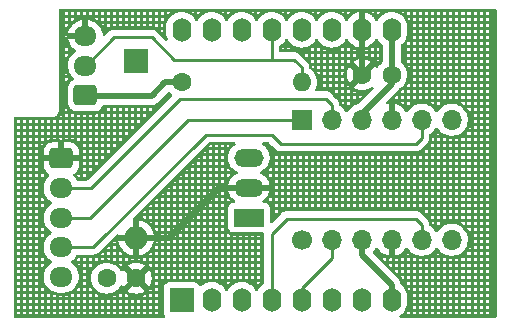
<source format=gtl>
G04 #@! TF.GenerationSoftware,KiCad,Pcbnew,6.0.11-2627ca5db0~126~ubuntu22.04.1*
G04 #@! TF.CreationDate,2023-02-08T11:56:42+02:00*
G04 #@! TF.ProjectId,MHI-AC-CTRL,4d48492d-4143-42d4-9354-524c2e6b6963,v2.3*
G04 #@! TF.SameCoordinates,Original*
G04 #@! TF.FileFunction,Copper,L1,Top*
G04 #@! TF.FilePolarity,Positive*
%FSLAX46Y46*%
G04 Gerber Fmt 4.6, Leading zero omitted, Abs format (unit mm)*
G04 Created by KiCad (PCBNEW 6.0.11-2627ca5db0~126~ubuntu22.04.1) date 2023-02-08 11:56:42*
%MOMM*%
%LPD*%
G01*
G04 APERTURE LIST*
G04 Aperture macros list*
%AMRoundRect*
0 Rectangle with rounded corners*
0 $1 Rounding radius*
0 $2 $3 $4 $5 $6 $7 $8 $9 X,Y pos of 4 corners*
0 Add a 4 corners polygon primitive as box body*
4,1,4,$2,$3,$4,$5,$6,$7,$8,$9,$2,$3,0*
0 Add four circle primitives for the rounded corners*
1,1,$1+$1,$2,$3*
1,1,$1+$1,$4,$5*
1,1,$1+$1,$6,$7*
1,1,$1+$1,$8,$9*
0 Add four rect primitives between the rounded corners*
20,1,$1+$1,$2,$3,$4,$5,0*
20,1,$1+$1,$4,$5,$6,$7,0*
20,1,$1+$1,$6,$7,$8,$9,0*
20,1,$1+$1,$8,$9,$2,$3,0*%
G04 Aperture macros list end*
G04 #@! TA.AperFunction,ComponentPad*
%ADD10RoundRect,0.250000X0.725000X-0.600000X0.725000X0.600000X-0.725000X0.600000X-0.725000X-0.600000X0*%
G04 #@! TD*
G04 #@! TA.AperFunction,ComponentPad*
%ADD11O,1.950000X1.700000*%
G04 #@! TD*
G04 #@! TA.AperFunction,ComponentPad*
%ADD12R,2.500000X1.500000*%
G04 #@! TD*
G04 #@! TA.AperFunction,ComponentPad*
%ADD13O,2.500000X1.500000*%
G04 #@! TD*
G04 #@! TA.AperFunction,ComponentPad*
%ADD14RoundRect,0.250000X-0.725000X0.600000X-0.725000X-0.600000X0.725000X-0.600000X0.725000X0.600000X0*%
G04 #@! TD*
G04 #@! TA.AperFunction,ComponentPad*
%ADD15R,1.700000X1.700000*%
G04 #@! TD*
G04 #@! TA.AperFunction,ComponentPad*
%ADD16O,1.700000X1.700000*%
G04 #@! TD*
G04 #@! TA.AperFunction,ComponentPad*
%ADD17C,1.700000*%
G04 #@! TD*
G04 #@! TA.AperFunction,ComponentPad*
%ADD18R,2.000000X2.000000*%
G04 #@! TD*
G04 #@! TA.AperFunction,ComponentPad*
%ADD19O,1.600000X2.000000*%
G04 #@! TD*
G04 #@! TA.AperFunction,ComponentPad*
%ADD20C,1.600000*%
G04 #@! TD*
G04 #@! TA.AperFunction,ComponentPad*
%ADD21O,1.600000X1.600000*%
G04 #@! TD*
G04 #@! TA.AperFunction,ComponentPad*
%ADD22O,2.000000X2.000000*%
G04 #@! TD*
G04 #@! TA.AperFunction,Conductor*
%ADD23C,0.500000*%
G04 #@! TD*
G04 #@! TA.AperFunction,Conductor*
%ADD24C,0.250000*%
G04 #@! TD*
G04 APERTURE END LIST*
D10*
X85835000Y-44918000D03*
D11*
X85835000Y-42418000D03*
X85835000Y-39918000D03*
D12*
X99669600Y-55270400D03*
D13*
X99669600Y-52730400D03*
X99669600Y-50190400D03*
D14*
X83786200Y-50270400D03*
D11*
X83786200Y-52770400D03*
X83786200Y-55270400D03*
X83786200Y-57770400D03*
X83786200Y-60270400D03*
D15*
X104140000Y-46990000D03*
D16*
X106680000Y-46990000D03*
X109220000Y-46990000D03*
X111760000Y-46990000D03*
X114300000Y-46990000D03*
X116840000Y-46990000D03*
D17*
X104140000Y-57150000D03*
D16*
X106680000Y-57150000D03*
X109220000Y-57150000D03*
X111760000Y-57150000D03*
X114300000Y-57150000D03*
X116840000Y-57150000D03*
D18*
X93980000Y-62230000D03*
D19*
X96520000Y-62230000D03*
X99060000Y-62230000D03*
X101600000Y-62230000D03*
X104140000Y-62230000D03*
X106680000Y-62230000D03*
X109220000Y-62230000D03*
X111760000Y-62230000D03*
X111760000Y-39370000D03*
X109220000Y-39370000D03*
X106680000Y-39370000D03*
X104140000Y-39370000D03*
X101600000Y-39370000D03*
X99060000Y-39370000D03*
X96520000Y-39370000D03*
X93980000Y-39370000D03*
D20*
X111760000Y-43180000D03*
X109260000Y-43180000D03*
X93980000Y-43815000D03*
D21*
X104140000Y-43815000D03*
D18*
X90119200Y-41979200D03*
D22*
X90119200Y-56979200D03*
D20*
X87630000Y-60401200D03*
X90130000Y-60401200D03*
D23*
X92583000Y-43815000D02*
X91440000Y-44958000D01*
X91440000Y-44958000D02*
X85875000Y-44958000D01*
X93980000Y-43815000D02*
X92583000Y-43815000D01*
X85875000Y-44958000D02*
X85835000Y-44918000D01*
D24*
X88265000Y-40005000D02*
X85852000Y-42418000D01*
X85852000Y-42418000D02*
X85835000Y-42418000D01*
X88265000Y-40005000D02*
X91440000Y-40005000D01*
D23*
X109220000Y-39370000D02*
X109220000Y-43140000D01*
X90119200Y-56979200D02*
X92880800Y-56979200D01*
X92880800Y-56979200D02*
X97129600Y-52730400D01*
X109220000Y-43140000D02*
X109260000Y-43180000D01*
X97129600Y-52730400D02*
X99669600Y-52730400D01*
X109220000Y-46482000D02*
X109220000Y-46990000D01*
X111760000Y-43942000D02*
X109220000Y-46482000D01*
X111760000Y-43180000D02*
X111760000Y-43942000D01*
X111760000Y-39370000D02*
X111760000Y-43180000D01*
D24*
X93853000Y-45212000D02*
X106172000Y-45212000D01*
X106172000Y-45212000D02*
X106680000Y-45720000D01*
X86294600Y-52770400D02*
X93853000Y-45212000D01*
X106680000Y-45720000D02*
X106680000Y-46990000D01*
X83786200Y-52770400D02*
X86294600Y-52770400D01*
X83786200Y-55270400D02*
X86207600Y-55270400D01*
X94488000Y-46990000D02*
X104140000Y-46990000D01*
X86207600Y-55270400D02*
X94488000Y-46990000D01*
X86501600Y-57770400D02*
X96012000Y-48260000D01*
X102362000Y-49022000D02*
X113792000Y-49022000D01*
X101600000Y-48260000D02*
X102362000Y-49022000D01*
X113792000Y-49022000D02*
X114300000Y-48514000D01*
X114300000Y-48514000D02*
X114300000Y-46990000D01*
X83786200Y-57770400D02*
X86501600Y-57770400D01*
X96012000Y-48260000D02*
X101600000Y-48260000D01*
D23*
X109220000Y-58420000D02*
X111760000Y-60960000D01*
X109220000Y-57150000D02*
X109220000Y-58420000D01*
X111760000Y-60960000D02*
X111760000Y-62230000D01*
D24*
X101600000Y-41910000D02*
X101600000Y-39370000D01*
X91440000Y-40005000D02*
X93345000Y-41910000D01*
X93345000Y-41910000D02*
X101600000Y-41910000D01*
X104140000Y-42545000D02*
X103505000Y-41910000D01*
X103505000Y-41910000D02*
X101600000Y-41910000D01*
X104140000Y-43815000D02*
X104140000Y-42545000D01*
X104140000Y-61214000D02*
X106680000Y-58674000D01*
X104140000Y-62230000D02*
X104140000Y-61214000D01*
X106680000Y-58674000D02*
X106680000Y-57150000D01*
X114300000Y-55880000D02*
X114300000Y-57150000D01*
X102870000Y-55372000D02*
X113792000Y-55372000D01*
X113792000Y-55372000D02*
X114300000Y-55880000D01*
X101600000Y-56642000D02*
X102870000Y-55372000D01*
X101600000Y-62230000D02*
X101600000Y-56642000D01*
G04 #@! TA.AperFunction,Conductor*
G36*
X120591621Y-37612502D02*
G01*
X120638114Y-37666158D01*
X120649500Y-37718500D01*
X120649500Y-63627500D01*
X120629498Y-63695621D01*
X120575842Y-63742114D01*
X120523500Y-63753500D01*
X112550767Y-63753500D01*
X112482646Y-63733498D01*
X112436153Y-63679842D01*
X112426049Y-63609568D01*
X112455543Y-63544988D01*
X112478496Y-63524287D01*
X112547314Y-63476100D01*
X113093500Y-63476100D01*
X113349500Y-63476100D01*
X113602500Y-63476100D01*
X113858500Y-63476100D01*
X114111500Y-63476100D01*
X114367500Y-63476100D01*
X114620500Y-63476100D01*
X114876500Y-63476100D01*
X115129500Y-63476100D01*
X115385500Y-63476100D01*
X115638500Y-63476100D01*
X115894500Y-63476100D01*
X116147500Y-63476100D01*
X116403500Y-63476100D01*
X116656500Y-63476100D01*
X116912500Y-63476100D01*
X117165500Y-63476100D01*
X117421500Y-63476100D01*
X117674500Y-63476100D01*
X117930500Y-63476100D01*
X118183500Y-63476100D01*
X118439500Y-63476100D01*
X118692500Y-63476100D01*
X118948500Y-63476100D01*
X119201500Y-63476100D01*
X119457500Y-63476100D01*
X119710500Y-63476100D01*
X119966500Y-63476100D01*
X120219500Y-63476100D01*
X120372100Y-63476100D01*
X120372100Y-63294500D01*
X120219500Y-63294500D01*
X120219500Y-63476100D01*
X119966500Y-63476100D01*
X119966500Y-63294500D01*
X119710500Y-63294500D01*
X119710500Y-63476100D01*
X119457500Y-63476100D01*
X119457500Y-63294500D01*
X119201500Y-63294500D01*
X119201500Y-63476100D01*
X118948500Y-63476100D01*
X118948500Y-63294500D01*
X118692500Y-63294500D01*
X118692500Y-63476100D01*
X118439500Y-63476100D01*
X118439500Y-63294500D01*
X118183500Y-63294500D01*
X118183500Y-63476100D01*
X117930500Y-63476100D01*
X117930500Y-63294500D01*
X117674500Y-63294500D01*
X117674500Y-63476100D01*
X117421500Y-63476100D01*
X117421500Y-63294500D01*
X117165500Y-63294500D01*
X117165500Y-63476100D01*
X116912500Y-63476100D01*
X116912500Y-63294500D01*
X116656500Y-63294500D01*
X116656500Y-63476100D01*
X116403500Y-63476100D01*
X116403500Y-63294500D01*
X116147500Y-63294500D01*
X116147500Y-63476100D01*
X115894500Y-63476100D01*
X115894500Y-63294500D01*
X115638500Y-63294500D01*
X115638500Y-63476100D01*
X115385500Y-63476100D01*
X115385500Y-63294500D01*
X115129500Y-63294500D01*
X115129500Y-63476100D01*
X114876500Y-63476100D01*
X114876500Y-63294500D01*
X114620500Y-63294500D01*
X114620500Y-63476100D01*
X114367500Y-63476100D01*
X114367500Y-63294500D01*
X114111500Y-63294500D01*
X114111500Y-63476100D01*
X113858500Y-63476100D01*
X113858500Y-63294500D01*
X113602500Y-63294500D01*
X113602500Y-63476100D01*
X113349500Y-63476100D01*
X113349500Y-63294500D01*
X113093500Y-63294500D01*
X113093500Y-63476100D01*
X112547314Y-63476100D01*
X112599789Y-63439357D01*
X112599792Y-63439355D01*
X112604300Y-63436198D01*
X112766198Y-63274300D01*
X112897523Y-63086749D01*
X112899846Y-63081767D01*
X112899849Y-63081762D01*
X112918623Y-63041500D01*
X113224700Y-63041500D01*
X113349500Y-63041500D01*
X113602500Y-63041500D01*
X113858500Y-63041500D01*
X114111500Y-63041500D01*
X114367500Y-63041500D01*
X114620500Y-63041500D01*
X114876500Y-63041500D01*
X115129500Y-63041500D01*
X115385500Y-63041500D01*
X115638500Y-63041500D01*
X115894500Y-63041500D01*
X116147500Y-63041500D01*
X116403500Y-63041500D01*
X116656500Y-63041500D01*
X116912500Y-63041500D01*
X117165500Y-63041500D01*
X117421500Y-63041500D01*
X117674500Y-63041500D01*
X117930500Y-63041500D01*
X118183500Y-63041500D01*
X118439500Y-63041500D01*
X118692500Y-63041500D01*
X118948500Y-63041500D01*
X119201500Y-63041500D01*
X119457500Y-63041500D01*
X119710500Y-63041500D01*
X119966500Y-63041500D01*
X120219500Y-63041500D01*
X120372100Y-63041500D01*
X120372100Y-62785500D01*
X120219500Y-62785500D01*
X120219500Y-63041500D01*
X119966500Y-63041500D01*
X119966500Y-62785500D01*
X119710500Y-62785500D01*
X119710500Y-63041500D01*
X119457500Y-63041500D01*
X119457500Y-62785500D01*
X119201500Y-62785500D01*
X119201500Y-63041500D01*
X118948500Y-63041500D01*
X118948500Y-62785500D01*
X118692500Y-62785500D01*
X118692500Y-63041500D01*
X118439500Y-63041500D01*
X118439500Y-62785500D01*
X118183500Y-62785500D01*
X118183500Y-63041500D01*
X117930500Y-63041500D01*
X117930500Y-62785500D01*
X117674500Y-62785500D01*
X117674500Y-63041500D01*
X117421500Y-63041500D01*
X117421500Y-62785500D01*
X117165500Y-62785500D01*
X117165500Y-63041500D01*
X116912500Y-63041500D01*
X116912500Y-62785500D01*
X116656500Y-62785500D01*
X116656500Y-63041500D01*
X116403500Y-63041500D01*
X116403500Y-62785500D01*
X116147500Y-62785500D01*
X116147500Y-63041500D01*
X115894500Y-63041500D01*
X115894500Y-62785500D01*
X115638500Y-62785500D01*
X115638500Y-63041500D01*
X115385500Y-63041500D01*
X115385500Y-62785500D01*
X115129500Y-62785500D01*
X115129500Y-63041500D01*
X114876500Y-63041500D01*
X114876500Y-62785500D01*
X114620500Y-62785500D01*
X114620500Y-63041500D01*
X114367500Y-63041500D01*
X114367500Y-62785500D01*
X114111500Y-62785500D01*
X114111500Y-63041500D01*
X113858500Y-63041500D01*
X113858500Y-62785500D01*
X113602500Y-62785500D01*
X113602500Y-63041500D01*
X113349500Y-63041500D01*
X113349500Y-62785500D01*
X113306589Y-62785500D01*
X113262233Y-62951039D01*
X113260682Y-62956357D01*
X113260015Y-62958470D01*
X113258260Y-62963636D01*
X113250748Y-62984275D01*
X113248754Y-62989403D01*
X113247906Y-62991450D01*
X113245694Y-62996477D01*
X113224700Y-63041500D01*
X112918623Y-63041500D01*
X112991961Y-62884225D01*
X112991961Y-62884224D01*
X112994284Y-62879243D01*
X113053543Y-62658087D01*
X113062254Y-62558520D01*
X113064531Y-62532500D01*
X113342991Y-62532500D01*
X113349500Y-62532500D01*
X113602500Y-62532500D01*
X113858500Y-62532500D01*
X114111500Y-62532500D01*
X114367500Y-62532500D01*
X114620500Y-62532500D01*
X114876500Y-62532500D01*
X115129500Y-62532500D01*
X115385500Y-62532500D01*
X115638500Y-62532500D01*
X115894500Y-62532500D01*
X116147500Y-62532500D01*
X116403500Y-62532500D01*
X116656500Y-62532500D01*
X116912500Y-62532500D01*
X117165500Y-62532500D01*
X117421500Y-62532500D01*
X117674500Y-62532500D01*
X117930500Y-62532500D01*
X118183500Y-62532500D01*
X118439500Y-62532500D01*
X118692500Y-62532500D01*
X118948500Y-62532500D01*
X119201500Y-62532500D01*
X119457500Y-62532500D01*
X119710500Y-62532500D01*
X119966500Y-62532500D01*
X120219500Y-62532500D01*
X120372100Y-62532500D01*
X120372100Y-62276500D01*
X120219500Y-62276500D01*
X120219500Y-62532500D01*
X119966500Y-62532500D01*
X119966500Y-62276500D01*
X119710500Y-62276500D01*
X119710500Y-62532500D01*
X119457500Y-62532500D01*
X119457500Y-62276500D01*
X119201500Y-62276500D01*
X119201500Y-62532500D01*
X118948500Y-62532500D01*
X118948500Y-62276500D01*
X118692500Y-62276500D01*
X118692500Y-62532500D01*
X118439500Y-62532500D01*
X118439500Y-62276500D01*
X118183500Y-62276500D01*
X118183500Y-62532500D01*
X117930500Y-62532500D01*
X117930500Y-62276500D01*
X117674500Y-62276500D01*
X117674500Y-62532500D01*
X117421500Y-62532500D01*
X117421500Y-62276500D01*
X117165500Y-62276500D01*
X117165500Y-62532500D01*
X116912500Y-62532500D01*
X116912500Y-62276500D01*
X116656500Y-62276500D01*
X116656500Y-62532500D01*
X116403500Y-62532500D01*
X116403500Y-62276500D01*
X116147500Y-62276500D01*
X116147500Y-62532500D01*
X115894500Y-62532500D01*
X115894500Y-62276500D01*
X115638500Y-62276500D01*
X115638500Y-62532500D01*
X115385500Y-62532500D01*
X115385500Y-62276500D01*
X115129500Y-62276500D01*
X115129500Y-62532500D01*
X114876500Y-62532500D01*
X114876500Y-62276500D01*
X114620500Y-62276500D01*
X114620500Y-62532500D01*
X114367500Y-62532500D01*
X114367500Y-62276500D01*
X114111500Y-62276500D01*
X114111500Y-62532500D01*
X113858500Y-62532500D01*
X113858500Y-62276500D01*
X113602500Y-62276500D01*
X113602500Y-62532500D01*
X113349500Y-62532500D01*
X113349500Y-62276500D01*
X113345900Y-62276500D01*
X113345900Y-62487127D01*
X113345870Y-62489858D01*
X113345846Y-62490965D01*
X113345756Y-62493725D01*
X113345277Y-62504707D01*
X113345124Y-62507507D01*
X113345051Y-62508614D01*
X113344845Y-62511305D01*
X113342991Y-62532500D01*
X113064531Y-62532500D01*
X113068262Y-62489851D01*
X113068262Y-62489844D01*
X113068500Y-62487127D01*
X113068500Y-61972873D01*
X113053543Y-61801913D01*
X113049618Y-61787264D01*
X113044322Y-61767500D01*
X113328604Y-61767500D01*
X113329002Y-61770087D01*
X113329291Y-61772284D01*
X113329888Y-61777735D01*
X113344845Y-61948695D01*
X113345051Y-61951386D01*
X113345124Y-61952493D01*
X113345277Y-61955293D01*
X113345756Y-61966275D01*
X113345846Y-61969035D01*
X113345870Y-61970142D01*
X113345900Y-61972873D01*
X113345900Y-62023500D01*
X113349500Y-62023500D01*
X113602500Y-62023500D01*
X113858500Y-62023500D01*
X114111500Y-62023500D01*
X114367500Y-62023500D01*
X114620500Y-62023500D01*
X114876500Y-62023500D01*
X115129500Y-62023500D01*
X115385500Y-62023500D01*
X115638500Y-62023500D01*
X115894500Y-62023500D01*
X116147500Y-62023500D01*
X116403500Y-62023500D01*
X116656500Y-62023500D01*
X116912500Y-62023500D01*
X117165500Y-62023500D01*
X117421500Y-62023500D01*
X117674500Y-62023500D01*
X117930500Y-62023500D01*
X118183500Y-62023500D01*
X118439500Y-62023500D01*
X118692500Y-62023500D01*
X118948500Y-62023500D01*
X119201500Y-62023500D01*
X119457500Y-62023500D01*
X119710500Y-62023500D01*
X119966500Y-62023500D01*
X120219500Y-62023500D01*
X120372100Y-62023500D01*
X120372100Y-61767500D01*
X120219500Y-61767500D01*
X120219500Y-62023500D01*
X119966500Y-62023500D01*
X119966500Y-61767500D01*
X119710500Y-61767500D01*
X119710500Y-62023500D01*
X119457500Y-62023500D01*
X119457500Y-61767500D01*
X119201500Y-61767500D01*
X119201500Y-62023500D01*
X118948500Y-62023500D01*
X118948500Y-61767500D01*
X118692500Y-61767500D01*
X118692500Y-62023500D01*
X118439500Y-62023500D01*
X118439500Y-61767500D01*
X118183500Y-61767500D01*
X118183500Y-62023500D01*
X117930500Y-62023500D01*
X117930500Y-61767500D01*
X117674500Y-61767500D01*
X117674500Y-62023500D01*
X117421500Y-62023500D01*
X117421500Y-61767500D01*
X117165500Y-61767500D01*
X117165500Y-62023500D01*
X116912500Y-62023500D01*
X116912500Y-61767500D01*
X116656500Y-61767500D01*
X116656500Y-62023500D01*
X116403500Y-62023500D01*
X116403500Y-61767500D01*
X116147500Y-61767500D01*
X116147500Y-62023500D01*
X115894500Y-62023500D01*
X115894500Y-61767500D01*
X115638500Y-61767500D01*
X115638500Y-62023500D01*
X115385500Y-62023500D01*
X115385500Y-61767500D01*
X115129500Y-61767500D01*
X115129500Y-62023500D01*
X114876500Y-62023500D01*
X114876500Y-61767500D01*
X114620500Y-61767500D01*
X114620500Y-62023500D01*
X114367500Y-62023500D01*
X114367500Y-61767500D01*
X114111500Y-61767500D01*
X114111500Y-62023500D01*
X113858500Y-62023500D01*
X113858500Y-61767500D01*
X113602500Y-61767500D01*
X113602500Y-62023500D01*
X113349500Y-62023500D01*
X113349500Y-61767500D01*
X113328604Y-61767500D01*
X113044322Y-61767500D01*
X112995707Y-61586067D01*
X112995706Y-61586065D01*
X112994284Y-61580757D01*
X112991961Y-61575775D01*
X112899849Y-61378238D01*
X112899846Y-61378233D01*
X112897523Y-61373251D01*
X112817173Y-61258500D01*
X113150091Y-61258500D01*
X113245694Y-61463523D01*
X113247906Y-61468550D01*
X113248754Y-61470597D01*
X113250748Y-61475725D01*
X113258260Y-61496364D01*
X113260015Y-61501530D01*
X113260682Y-61503643D01*
X113262233Y-61508960D01*
X113263717Y-61514500D01*
X113349500Y-61514500D01*
X113602500Y-61514500D01*
X113858500Y-61514500D01*
X114111500Y-61514500D01*
X114367500Y-61514500D01*
X114620500Y-61514500D01*
X114876500Y-61514500D01*
X115129500Y-61514500D01*
X115385500Y-61514500D01*
X115638500Y-61514500D01*
X115894500Y-61514500D01*
X116147500Y-61514500D01*
X116403500Y-61514500D01*
X116656500Y-61514500D01*
X116912500Y-61514500D01*
X117165500Y-61514500D01*
X117421500Y-61514500D01*
X117674500Y-61514500D01*
X117930500Y-61514500D01*
X118183500Y-61514500D01*
X118439500Y-61514500D01*
X118692500Y-61514500D01*
X118948500Y-61514500D01*
X119201500Y-61514500D01*
X119457500Y-61514500D01*
X119710500Y-61514500D01*
X119966500Y-61514500D01*
X120219500Y-61514500D01*
X120372100Y-61514500D01*
X120372100Y-61258500D01*
X120219500Y-61258500D01*
X120219500Y-61514500D01*
X119966500Y-61514500D01*
X119966500Y-61258500D01*
X119710500Y-61258500D01*
X119710500Y-61514500D01*
X119457500Y-61514500D01*
X119457500Y-61258500D01*
X119201500Y-61258500D01*
X119201500Y-61514500D01*
X118948500Y-61514500D01*
X118948500Y-61258500D01*
X118692500Y-61258500D01*
X118692500Y-61514500D01*
X118439500Y-61514500D01*
X118439500Y-61258500D01*
X118183500Y-61258500D01*
X118183500Y-61514500D01*
X117930500Y-61514500D01*
X117930500Y-61258500D01*
X117674500Y-61258500D01*
X117674500Y-61514500D01*
X117421500Y-61514500D01*
X117421500Y-61258500D01*
X117165500Y-61258500D01*
X117165500Y-61514500D01*
X116912500Y-61514500D01*
X116912500Y-61258500D01*
X116656500Y-61258500D01*
X116656500Y-61514500D01*
X116403500Y-61514500D01*
X116403500Y-61258500D01*
X116147500Y-61258500D01*
X116147500Y-61514500D01*
X115894500Y-61514500D01*
X115894500Y-61258500D01*
X115638500Y-61258500D01*
X115638500Y-61514500D01*
X115385500Y-61514500D01*
X115385500Y-61258500D01*
X115129500Y-61258500D01*
X115129500Y-61514500D01*
X114876500Y-61514500D01*
X114876500Y-61258500D01*
X114620500Y-61258500D01*
X114620500Y-61514500D01*
X114367500Y-61514500D01*
X114367500Y-61258500D01*
X114111500Y-61258500D01*
X114111500Y-61514500D01*
X113858500Y-61514500D01*
X113858500Y-61258500D01*
X113602500Y-61258500D01*
X113602500Y-61514500D01*
X113349500Y-61514500D01*
X113349500Y-61258500D01*
X113150091Y-61258500D01*
X112817173Y-61258500D01*
X112766198Y-61185700D01*
X112604300Y-61023802D01*
X112578162Y-61005500D01*
X113093500Y-61005500D01*
X113349500Y-61005500D01*
X113602500Y-61005500D01*
X113858500Y-61005500D01*
X114111500Y-61005500D01*
X114367500Y-61005500D01*
X114620500Y-61005500D01*
X114876500Y-61005500D01*
X115129500Y-61005500D01*
X115385500Y-61005500D01*
X115638500Y-61005500D01*
X115894500Y-61005500D01*
X116147500Y-61005500D01*
X116403500Y-61005500D01*
X116656500Y-61005500D01*
X116912500Y-61005500D01*
X117165500Y-61005500D01*
X117421500Y-61005500D01*
X117674500Y-61005500D01*
X117930500Y-61005500D01*
X118183500Y-61005500D01*
X118439500Y-61005500D01*
X118692500Y-61005500D01*
X118948500Y-61005500D01*
X119201500Y-61005500D01*
X119457500Y-61005500D01*
X119710500Y-61005500D01*
X119966500Y-61005500D01*
X120219500Y-61005500D01*
X120372100Y-61005500D01*
X120372100Y-60749500D01*
X120219500Y-60749500D01*
X120219500Y-61005500D01*
X119966500Y-61005500D01*
X119966500Y-60749500D01*
X119710500Y-60749500D01*
X119710500Y-61005500D01*
X119457500Y-61005500D01*
X119457500Y-60749500D01*
X119201500Y-60749500D01*
X119201500Y-61005500D01*
X118948500Y-61005500D01*
X118948500Y-60749500D01*
X118692500Y-60749500D01*
X118692500Y-61005500D01*
X118439500Y-61005500D01*
X118439500Y-60749500D01*
X118183500Y-60749500D01*
X118183500Y-61005500D01*
X117930500Y-61005500D01*
X117930500Y-60749500D01*
X117674500Y-60749500D01*
X117674500Y-61005500D01*
X117421500Y-61005500D01*
X117421500Y-60749500D01*
X117165500Y-60749500D01*
X117165500Y-61005500D01*
X116912500Y-61005500D01*
X116912500Y-60749500D01*
X116656500Y-60749500D01*
X116656500Y-61005500D01*
X116403500Y-61005500D01*
X116403500Y-60749500D01*
X116147500Y-60749500D01*
X116147500Y-61005500D01*
X115894500Y-61005500D01*
X115894500Y-60749500D01*
X115638500Y-60749500D01*
X115638500Y-61005500D01*
X115385500Y-61005500D01*
X115385500Y-60749500D01*
X115129500Y-60749500D01*
X115129500Y-61005500D01*
X114876500Y-61005500D01*
X114876500Y-60749500D01*
X114620500Y-60749500D01*
X114620500Y-61005500D01*
X114367500Y-61005500D01*
X114367500Y-60749500D01*
X114111500Y-60749500D01*
X114111500Y-61005500D01*
X113858500Y-61005500D01*
X113858500Y-60749500D01*
X113602500Y-60749500D01*
X113602500Y-61005500D01*
X113349500Y-61005500D01*
X113349500Y-60749500D01*
X113093500Y-60749500D01*
X113093500Y-61005500D01*
X112578162Y-61005500D01*
X112570928Y-61000435D01*
X112526599Y-60944977D01*
X112518047Y-60911813D01*
X112515208Y-60887462D01*
X112514775Y-60883086D01*
X112514540Y-60880190D01*
X112509954Y-60823813D01*
X112509454Y-60817661D01*
X112509453Y-60817658D01*
X112508860Y-60810363D01*
X112506604Y-60803399D01*
X112505413Y-60797440D01*
X112504029Y-60791585D01*
X112503182Y-60784319D01*
X112490543Y-60749500D01*
X112778718Y-60749500D01*
X112782911Y-60770484D01*
X112784139Y-60777723D01*
X112784547Y-60780641D01*
X112785346Y-60787875D01*
X112787646Y-60816155D01*
X112790714Y-60818729D01*
X112794807Y-60822317D01*
X112796441Y-60823813D01*
X112800451Y-60827651D01*
X112840500Y-60867700D01*
X112840500Y-60749500D01*
X112778718Y-60749500D01*
X112490543Y-60749500D01*
X112478265Y-60715673D01*
X112476848Y-60711545D01*
X112456607Y-60649064D01*
X112456606Y-60649062D01*
X112454351Y-60642101D01*
X112450555Y-60635846D01*
X112448049Y-60630372D01*
X112445330Y-60624942D01*
X112442833Y-60618063D01*
X112402809Y-60557016D01*
X112400472Y-60553312D01*
X112365509Y-60495693D01*
X112365505Y-60495688D01*
X112362595Y-60490892D01*
X112355197Y-60482516D01*
X112355223Y-60482493D01*
X112352574Y-60479503D01*
X112349866Y-60476264D01*
X112345856Y-60470148D01*
X112340549Y-60465121D01*
X112340546Y-60465117D01*
X112289617Y-60416872D01*
X112287175Y-60414494D01*
X112197936Y-60325255D01*
X112584500Y-60325255D01*
X112592251Y-60335787D01*
X112595455Y-60340348D01*
X112596713Y-60342226D01*
X112599748Y-60346985D01*
X112636249Y-60407138D01*
X112674819Y-60465966D01*
X112678650Y-60472197D01*
X112680120Y-60474751D01*
X112683581Y-60481189D01*
X112691248Y-60496500D01*
X112840500Y-60496500D01*
X113093500Y-60496500D01*
X113349500Y-60496500D01*
X113602500Y-60496500D01*
X113858500Y-60496500D01*
X114111500Y-60496500D01*
X114367500Y-60496500D01*
X114620500Y-60496500D01*
X114876500Y-60496500D01*
X115129500Y-60496500D01*
X115385500Y-60496500D01*
X115638500Y-60496500D01*
X115894500Y-60496500D01*
X116147500Y-60496500D01*
X116403500Y-60496500D01*
X116656500Y-60496500D01*
X116912500Y-60496500D01*
X117165500Y-60496500D01*
X117421500Y-60496500D01*
X117674500Y-60496500D01*
X117930500Y-60496500D01*
X118183500Y-60496500D01*
X118439500Y-60496500D01*
X118692500Y-60496500D01*
X118948500Y-60496500D01*
X119201500Y-60496500D01*
X119457500Y-60496500D01*
X119710500Y-60496500D01*
X119966500Y-60496500D01*
X120219500Y-60496500D01*
X120372100Y-60496500D01*
X120372100Y-60240500D01*
X120219500Y-60240500D01*
X120219500Y-60496500D01*
X119966500Y-60496500D01*
X119966500Y-60240500D01*
X119710500Y-60240500D01*
X119710500Y-60496500D01*
X119457500Y-60496500D01*
X119457500Y-60240500D01*
X119201500Y-60240500D01*
X119201500Y-60496500D01*
X118948500Y-60496500D01*
X118948500Y-60240500D01*
X118692500Y-60240500D01*
X118692500Y-60496500D01*
X118439500Y-60496500D01*
X118439500Y-60240500D01*
X118183500Y-60240500D01*
X118183500Y-60496500D01*
X117930500Y-60496500D01*
X117930500Y-60240500D01*
X117674500Y-60240500D01*
X117674500Y-60496500D01*
X117421500Y-60496500D01*
X117421500Y-60240500D01*
X117165500Y-60240500D01*
X117165500Y-60496500D01*
X116912500Y-60496500D01*
X116912500Y-60240500D01*
X116656500Y-60240500D01*
X116656500Y-60496500D01*
X116403500Y-60496500D01*
X116403500Y-60240500D01*
X116147500Y-60240500D01*
X116147500Y-60496500D01*
X115894500Y-60496500D01*
X115894500Y-60240500D01*
X115638500Y-60240500D01*
X115638500Y-60496500D01*
X115385500Y-60496500D01*
X115385500Y-60240500D01*
X115129500Y-60240500D01*
X115129500Y-60496500D01*
X114876500Y-60496500D01*
X114876500Y-60240500D01*
X114620500Y-60240500D01*
X114620500Y-60496500D01*
X114367500Y-60496500D01*
X114367500Y-60240500D01*
X114111500Y-60240500D01*
X114111500Y-60496500D01*
X113858500Y-60496500D01*
X113858500Y-60240500D01*
X113602500Y-60240500D01*
X113602500Y-60496500D01*
X113349500Y-60496500D01*
X113349500Y-60240500D01*
X113093500Y-60240500D01*
X113093500Y-60496500D01*
X112840500Y-60496500D01*
X112840500Y-60240500D01*
X112584500Y-60240500D01*
X112584500Y-60325255D01*
X112197936Y-60325255D01*
X111683198Y-59810517D01*
X112075500Y-59810517D01*
X112252483Y-59987500D01*
X112331500Y-59987500D01*
X112584500Y-59987500D01*
X112840500Y-59987500D01*
X113093500Y-59987500D01*
X113349500Y-59987500D01*
X113602500Y-59987500D01*
X113858500Y-59987500D01*
X114111500Y-59987500D01*
X114367500Y-59987500D01*
X114620500Y-59987500D01*
X114876500Y-59987500D01*
X115129500Y-59987500D01*
X115385500Y-59987500D01*
X115638500Y-59987500D01*
X115894500Y-59987500D01*
X116147500Y-59987500D01*
X116403500Y-59987500D01*
X116656500Y-59987500D01*
X116912500Y-59987500D01*
X117165500Y-59987500D01*
X117421500Y-59987500D01*
X117674500Y-59987500D01*
X117930500Y-59987500D01*
X118183500Y-59987500D01*
X118439500Y-59987500D01*
X118692500Y-59987500D01*
X118948500Y-59987500D01*
X119201500Y-59987500D01*
X119457500Y-59987500D01*
X119710500Y-59987500D01*
X119966500Y-59987500D01*
X120219500Y-59987500D01*
X120372100Y-59987500D01*
X120372100Y-59731500D01*
X120219500Y-59731500D01*
X120219500Y-59987500D01*
X119966500Y-59987500D01*
X119966500Y-59731500D01*
X119710500Y-59731500D01*
X119710500Y-59987500D01*
X119457500Y-59987500D01*
X119457500Y-59731500D01*
X119201500Y-59731500D01*
X119201500Y-59987500D01*
X118948500Y-59987500D01*
X118948500Y-59731500D01*
X118692500Y-59731500D01*
X118692500Y-59987500D01*
X118439500Y-59987500D01*
X118439500Y-59731500D01*
X118183500Y-59731500D01*
X118183500Y-59987500D01*
X117930500Y-59987500D01*
X117930500Y-59731500D01*
X117674500Y-59731500D01*
X117674500Y-59987500D01*
X117421500Y-59987500D01*
X117421500Y-59731500D01*
X117165500Y-59731500D01*
X117165500Y-59987500D01*
X116912500Y-59987500D01*
X116912500Y-59731500D01*
X116656500Y-59731500D01*
X116656500Y-59987500D01*
X116403500Y-59987500D01*
X116403500Y-59731500D01*
X116147500Y-59731500D01*
X116147500Y-59987500D01*
X115894500Y-59987500D01*
X115894500Y-59731500D01*
X115638500Y-59731500D01*
X115638500Y-59987500D01*
X115385500Y-59987500D01*
X115385500Y-59731500D01*
X115129500Y-59731500D01*
X115129500Y-59987500D01*
X114876500Y-59987500D01*
X114876500Y-59731500D01*
X114620500Y-59731500D01*
X114620500Y-59987500D01*
X114367500Y-59987500D01*
X114367500Y-59731500D01*
X114111500Y-59731500D01*
X114111500Y-59987500D01*
X113858500Y-59987500D01*
X113858500Y-59731500D01*
X113602500Y-59731500D01*
X113602500Y-59987500D01*
X113349500Y-59987500D01*
X113349500Y-59731500D01*
X113093500Y-59731500D01*
X113093500Y-59987500D01*
X112840500Y-59987500D01*
X112840500Y-59731500D01*
X112584500Y-59731500D01*
X112584500Y-59987500D01*
X112331500Y-59987500D01*
X112331500Y-59731500D01*
X112075500Y-59731500D01*
X112075500Y-59810517D01*
X111683198Y-59810517D01*
X111174198Y-59301517D01*
X111566500Y-59301517D01*
X111743483Y-59478500D01*
X111822500Y-59478500D01*
X112075500Y-59478500D01*
X112331500Y-59478500D01*
X112584500Y-59478500D01*
X112840500Y-59478500D01*
X113093500Y-59478500D01*
X113349500Y-59478500D01*
X113602500Y-59478500D01*
X113858500Y-59478500D01*
X114111500Y-59478500D01*
X114367500Y-59478500D01*
X114620500Y-59478500D01*
X114876500Y-59478500D01*
X115129500Y-59478500D01*
X115385500Y-59478500D01*
X115638500Y-59478500D01*
X115894500Y-59478500D01*
X116147500Y-59478500D01*
X116403500Y-59478500D01*
X116656500Y-59478500D01*
X116912500Y-59478500D01*
X117165500Y-59478500D01*
X117421500Y-59478500D01*
X117674500Y-59478500D01*
X117930500Y-59478500D01*
X118183500Y-59478500D01*
X118439500Y-59478500D01*
X118692500Y-59478500D01*
X118948500Y-59478500D01*
X119201500Y-59478500D01*
X119457500Y-59478500D01*
X119710500Y-59478500D01*
X119966500Y-59478500D01*
X120219500Y-59478500D01*
X120372100Y-59478500D01*
X120372100Y-59222500D01*
X120219500Y-59222500D01*
X120219500Y-59478500D01*
X119966500Y-59478500D01*
X119966500Y-59222500D01*
X119710500Y-59222500D01*
X119710500Y-59478500D01*
X119457500Y-59478500D01*
X119457500Y-59222500D01*
X119201500Y-59222500D01*
X119201500Y-59478500D01*
X118948500Y-59478500D01*
X118948500Y-59222500D01*
X118692500Y-59222500D01*
X118692500Y-59478500D01*
X118439500Y-59478500D01*
X118439500Y-59222500D01*
X118183500Y-59222500D01*
X118183500Y-59478500D01*
X117930500Y-59478500D01*
X117930500Y-59222500D01*
X117674500Y-59222500D01*
X117674500Y-59478500D01*
X117421500Y-59478500D01*
X117421500Y-59222500D01*
X117165500Y-59222500D01*
X117165500Y-59478500D01*
X116912500Y-59478500D01*
X116912500Y-59222500D01*
X116656500Y-59222500D01*
X116656500Y-59478500D01*
X116403500Y-59478500D01*
X116403500Y-59222500D01*
X116147500Y-59222500D01*
X116147500Y-59478500D01*
X115894500Y-59478500D01*
X115894500Y-59222500D01*
X115638500Y-59222500D01*
X115638500Y-59478500D01*
X115385500Y-59478500D01*
X115385500Y-59222500D01*
X115129500Y-59222500D01*
X115129500Y-59478500D01*
X114876500Y-59478500D01*
X114876500Y-59222500D01*
X114620500Y-59222500D01*
X114620500Y-59478500D01*
X114367500Y-59478500D01*
X114367500Y-59222500D01*
X114111500Y-59222500D01*
X114111500Y-59478500D01*
X113858500Y-59478500D01*
X113858500Y-59222500D01*
X113602500Y-59222500D01*
X113602500Y-59478500D01*
X113349500Y-59478500D01*
X113349500Y-59222500D01*
X113093500Y-59222500D01*
X113093500Y-59478500D01*
X112840500Y-59478500D01*
X112840500Y-59222500D01*
X112584500Y-59222500D01*
X112584500Y-59478500D01*
X112331500Y-59478500D01*
X112331500Y-59222500D01*
X112075500Y-59222500D01*
X112075500Y-59478500D01*
X111822500Y-59478500D01*
X111822500Y-59222500D01*
X111566500Y-59222500D01*
X111566500Y-59301517D01*
X111174198Y-59301517D01*
X110665198Y-58792517D01*
X111057500Y-58792517D01*
X111234483Y-58969500D01*
X111313500Y-58969500D01*
X111566500Y-58969500D01*
X111822500Y-58969500D01*
X112075500Y-58969500D01*
X112331500Y-58969500D01*
X112584500Y-58969500D01*
X112840500Y-58969500D01*
X113093500Y-58969500D01*
X113349500Y-58969500D01*
X113602500Y-58969500D01*
X113858500Y-58969500D01*
X113858500Y-58779274D01*
X114111500Y-58779274D01*
X114111500Y-58969500D01*
X114367500Y-58969500D01*
X114620500Y-58969500D01*
X114876500Y-58969500D01*
X115129500Y-58969500D01*
X115385500Y-58969500D01*
X115638500Y-58969500D01*
X115894500Y-58969500D01*
X116147500Y-58969500D01*
X116403500Y-58969500D01*
X116403500Y-58779861D01*
X116656500Y-58779861D01*
X116656500Y-58969500D01*
X116912500Y-58969500D01*
X117165500Y-58969500D01*
X117421500Y-58969500D01*
X117674500Y-58969500D01*
X117930500Y-58969500D01*
X118183500Y-58969500D01*
X118439500Y-58969500D01*
X118692500Y-58969500D01*
X118948500Y-58969500D01*
X119201500Y-58969500D01*
X119457500Y-58969500D01*
X119710500Y-58969500D01*
X119966500Y-58969500D01*
X120219500Y-58969500D01*
X120372100Y-58969500D01*
X120372100Y-58713500D01*
X120219500Y-58713500D01*
X120219500Y-58969500D01*
X119966500Y-58969500D01*
X119966500Y-58713500D01*
X119710500Y-58713500D01*
X119710500Y-58969500D01*
X119457500Y-58969500D01*
X119457500Y-58713500D01*
X119201500Y-58713500D01*
X119201500Y-58969500D01*
X118948500Y-58969500D01*
X118948500Y-58713500D01*
X118692500Y-58713500D01*
X118692500Y-58969500D01*
X118439500Y-58969500D01*
X118439500Y-58713500D01*
X118183500Y-58713500D01*
X118183500Y-58969500D01*
X117930500Y-58969500D01*
X117930500Y-58713500D01*
X117674500Y-58713500D01*
X117674500Y-58969500D01*
X117421500Y-58969500D01*
X117421500Y-58713500D01*
X117321688Y-58713500D01*
X117203131Y-58749069D01*
X117198137Y-58750456D01*
X117196119Y-58750972D01*
X117191101Y-58752146D01*
X117170903Y-58756439D01*
X117165813Y-58757412D01*
X117165500Y-58757465D01*
X117165500Y-58969500D01*
X116912500Y-58969500D01*
X116912500Y-58788530D01*
X116904083Y-58788912D01*
X116898916Y-58789041D01*
X116896834Y-58789050D01*
X116891672Y-58788966D01*
X116668432Y-58780780D01*
X116663251Y-58780483D01*
X116661174Y-58780321D01*
X116656500Y-58779861D01*
X116403500Y-58779861D01*
X116403500Y-58730661D01*
X116399375Y-58729734D01*
X116397353Y-58729236D01*
X116392335Y-58727890D01*
X116372507Y-58722130D01*
X116367558Y-58720581D01*
X116365583Y-58719918D01*
X116360732Y-58718179D01*
X116348479Y-58713500D01*
X116147500Y-58713500D01*
X116147500Y-58969500D01*
X115894500Y-58969500D01*
X115894500Y-58713500D01*
X115638500Y-58713500D01*
X115638500Y-58969500D01*
X115385500Y-58969500D01*
X115385500Y-58713500D01*
X115129500Y-58713500D01*
X115129500Y-58969500D01*
X114876500Y-58969500D01*
X114876500Y-58713500D01*
X114781688Y-58713500D01*
X114663131Y-58749069D01*
X114658137Y-58750456D01*
X114656119Y-58750972D01*
X114651101Y-58752146D01*
X114630903Y-58756439D01*
X114625813Y-58757412D01*
X114623759Y-58757761D01*
X114620500Y-58758246D01*
X114620500Y-58969500D01*
X114367500Y-58969500D01*
X114367500Y-58788757D01*
X114364083Y-58788912D01*
X114358916Y-58789041D01*
X114356834Y-58789050D01*
X114351672Y-58788966D01*
X114128432Y-58780780D01*
X114123251Y-58780483D01*
X114121174Y-58780321D01*
X114116053Y-58779817D01*
X114111500Y-58779274D01*
X113858500Y-58779274D01*
X113858500Y-58729518D01*
X113857353Y-58729236D01*
X113852335Y-58727890D01*
X113832507Y-58722130D01*
X113827558Y-58720581D01*
X113825583Y-58719918D01*
X113820732Y-58718179D01*
X113808479Y-58713500D01*
X113602500Y-58713500D01*
X113602500Y-58969500D01*
X113349500Y-58969500D01*
X113349500Y-58713500D01*
X113093500Y-58713500D01*
X113093500Y-58969500D01*
X112840500Y-58969500D01*
X112840500Y-58713500D01*
X112584500Y-58713500D01*
X112584500Y-58969500D01*
X112331500Y-58969500D01*
X112331500Y-58713500D01*
X112239948Y-58713500D01*
X112123027Y-58748578D01*
X112118033Y-58749965D01*
X112116015Y-58750481D01*
X112110997Y-58751655D01*
X112090799Y-58755948D01*
X112085709Y-58756921D01*
X112083655Y-58757270D01*
X112078559Y-58758029D01*
X112075500Y-58758421D01*
X112075500Y-58969500D01*
X111822500Y-58969500D01*
X111822500Y-58713500D01*
X111654546Y-58713500D01*
X111643979Y-58721635D01*
X111634764Y-58728095D01*
X111630944Y-58730526D01*
X111598272Y-58745274D01*
X111588751Y-58748025D01*
X111566500Y-58752145D01*
X111566500Y-58969500D01*
X111313500Y-58969500D01*
X111313500Y-58727683D01*
X111312471Y-58727407D01*
X111292642Y-58721646D01*
X111287734Y-58720110D01*
X111285760Y-58719448D01*
X111280873Y-58717697D01*
X111269882Y-58713500D01*
X111057500Y-58713500D01*
X111057500Y-58792517D01*
X110665198Y-58792517D01*
X110171077Y-58298396D01*
X110144266Y-58249297D01*
X110548500Y-58249297D01*
X110548500Y-58283517D01*
X110725483Y-58460500D01*
X110778150Y-58460500D01*
X110629406Y-58337010D01*
X110625478Y-58333610D01*
X110623931Y-58332214D01*
X110620184Y-58328691D01*
X110605432Y-58314244D01*
X110601816Y-58310554D01*
X110600389Y-58309037D01*
X110596927Y-58305203D01*
X110548500Y-58249297D01*
X110144266Y-58249297D01*
X110137051Y-58236084D01*
X110142116Y-58165269D01*
X110171232Y-58120050D01*
X110239498Y-58052022D01*
X110258096Y-58033489D01*
X110317594Y-57950689D01*
X110388453Y-57852077D01*
X110389640Y-57852930D01*
X110436960Y-57809362D01*
X110506897Y-57797145D01*
X110572338Y-57824678D01*
X110600166Y-57856511D01*
X110657694Y-57950388D01*
X110663777Y-57958699D01*
X110803213Y-58119667D01*
X110810580Y-58126883D01*
X110974434Y-58262916D01*
X110982881Y-58268831D01*
X111166756Y-58376279D01*
X111176042Y-58380729D01*
X111375001Y-58456703D01*
X111384899Y-58459579D01*
X111488250Y-58480606D01*
X111502299Y-58479410D01*
X111506000Y-58469065D01*
X111506000Y-57022000D01*
X111526002Y-56953879D01*
X111579658Y-56907386D01*
X111632000Y-56896000D01*
X111888000Y-56896000D01*
X111956121Y-56916002D01*
X112002614Y-56969658D01*
X112014000Y-57022000D01*
X112014000Y-58468517D01*
X112018064Y-58482359D01*
X112031478Y-58484393D01*
X112038184Y-58483534D01*
X112048262Y-58481392D01*
X112117898Y-58460500D01*
X112739114Y-58460500D01*
X112840500Y-58460500D01*
X112840500Y-58382145D01*
X112835345Y-58387282D01*
X112831607Y-58390858D01*
X112830073Y-58392266D01*
X112826201Y-58395676D01*
X112810429Y-58409005D01*
X112806439Y-58412240D01*
X112804794Y-58413519D01*
X112800622Y-58416627D01*
X112739114Y-58460500D01*
X112117898Y-58460500D01*
X112252255Y-58420191D01*
X112261842Y-58416433D01*
X112453095Y-58322739D01*
X112461945Y-58317464D01*
X112548346Y-58255835D01*
X113093500Y-58255835D01*
X113093500Y-58460500D01*
X113317367Y-58460500D01*
X113169055Y-58337369D01*
X113165130Y-58333972D01*
X113163584Y-58332577D01*
X113159837Y-58329054D01*
X113145085Y-58314608D01*
X113141468Y-58310917D01*
X113140040Y-58309399D01*
X113136576Y-58305563D01*
X113093500Y-58255835D01*
X112548346Y-58255835D01*
X112635328Y-58193792D01*
X112643200Y-58187139D01*
X112794052Y-58036812D01*
X112800730Y-58028965D01*
X112928022Y-57851819D01*
X112929279Y-57852722D01*
X112976373Y-57809362D01*
X113046311Y-57797145D01*
X113111751Y-57824678D01*
X113139579Y-57856511D01*
X113199987Y-57955088D01*
X113346250Y-58123938D01*
X113486687Y-58240531D01*
X113509837Y-58259750D01*
X113518126Y-58266632D01*
X113711000Y-58379338D01*
X113715825Y-58381180D01*
X113715826Y-58381181D01*
X113772045Y-58402649D01*
X113919692Y-58459030D01*
X113924760Y-58460061D01*
X113924763Y-58460062D01*
X114025741Y-58480606D01*
X114138597Y-58503567D01*
X114143772Y-58503757D01*
X114143774Y-58503757D01*
X114356673Y-58511564D01*
X114356677Y-58511564D01*
X114361837Y-58511753D01*
X114366957Y-58511097D01*
X114366959Y-58511097D01*
X114578288Y-58484025D01*
X114578289Y-58484025D01*
X114583416Y-58483368D01*
X114588366Y-58481883D01*
X114659639Y-58460500D01*
X115279975Y-58460500D01*
X115385500Y-58460500D01*
X115385500Y-58377870D01*
X115375669Y-58387667D01*
X115371933Y-58391240D01*
X115370398Y-58392649D01*
X115366520Y-58396064D01*
X115350748Y-58409392D01*
X115346753Y-58412631D01*
X115345109Y-58413909D01*
X115340946Y-58417010D01*
X115279975Y-58460500D01*
X114659639Y-58460500D01*
X114792429Y-58420661D01*
X114792434Y-58420659D01*
X114797384Y-58419174D01*
X114997994Y-58320896D01*
X115081115Y-58261607D01*
X115638500Y-58261607D01*
X115638500Y-58460500D01*
X115857367Y-58460500D01*
X115709055Y-58337369D01*
X115705130Y-58333972D01*
X115703584Y-58332577D01*
X115699837Y-58329054D01*
X115685085Y-58314608D01*
X115681468Y-58310917D01*
X115680040Y-58309399D01*
X115676576Y-58305563D01*
X115638500Y-58261607D01*
X115081115Y-58261607D01*
X115179860Y-58191173D01*
X115208944Y-58162191D01*
X115319498Y-58052022D01*
X115338096Y-58033489D01*
X115397594Y-57950689D01*
X115468453Y-57852077D01*
X115469776Y-57853028D01*
X115516645Y-57809857D01*
X115586580Y-57797625D01*
X115652026Y-57825144D01*
X115679875Y-57856994D01*
X115739987Y-57955088D01*
X115886250Y-58123938D01*
X116026687Y-58240531D01*
X116049837Y-58259750D01*
X116058126Y-58266632D01*
X116251000Y-58379338D01*
X116255825Y-58381180D01*
X116255826Y-58381181D01*
X116312045Y-58402649D01*
X116459692Y-58459030D01*
X116464760Y-58460061D01*
X116464763Y-58460062D01*
X116565741Y-58480606D01*
X116678597Y-58503567D01*
X116683772Y-58503757D01*
X116683774Y-58503757D01*
X116896673Y-58511564D01*
X116896677Y-58511564D01*
X116901837Y-58511753D01*
X116906957Y-58511097D01*
X116906959Y-58511097D01*
X117118288Y-58484025D01*
X117118289Y-58484025D01*
X117123416Y-58483368D01*
X117128366Y-58481883D01*
X117199639Y-58460500D01*
X117819975Y-58460500D01*
X117930500Y-58460500D01*
X118183500Y-58460500D01*
X118439500Y-58460500D01*
X118692500Y-58460500D01*
X118948500Y-58460500D01*
X119201500Y-58460500D01*
X119457500Y-58460500D01*
X119710500Y-58460500D01*
X119966500Y-58460500D01*
X120219500Y-58460500D01*
X120372100Y-58460500D01*
X120372100Y-58204500D01*
X120219500Y-58204500D01*
X120219500Y-58460500D01*
X119966500Y-58460500D01*
X119966500Y-58204500D01*
X119710500Y-58204500D01*
X119710500Y-58460500D01*
X119457500Y-58460500D01*
X119457500Y-58204500D01*
X119201500Y-58204500D01*
X119201500Y-58460500D01*
X118948500Y-58460500D01*
X118948500Y-58204500D01*
X118692500Y-58204500D01*
X118692500Y-58460500D01*
X118439500Y-58460500D01*
X118439500Y-58204500D01*
X118183500Y-58204500D01*
X118183500Y-58460500D01*
X117930500Y-58460500D01*
X117930500Y-58372888D01*
X117915669Y-58387667D01*
X117911933Y-58391240D01*
X117910398Y-58392649D01*
X117906520Y-58396064D01*
X117890748Y-58409392D01*
X117886753Y-58412631D01*
X117885109Y-58413909D01*
X117880946Y-58417010D01*
X117819975Y-58460500D01*
X117199639Y-58460500D01*
X117332429Y-58420661D01*
X117332434Y-58420659D01*
X117337384Y-58419174D01*
X117537994Y-58320896D01*
X117719860Y-58191173D01*
X117748944Y-58162191D01*
X117859498Y-58052022D01*
X117878096Y-58033489D01*
X117937011Y-57951500D01*
X118268745Y-57951500D01*
X118439500Y-57951500D01*
X118692500Y-57951500D01*
X118948500Y-57951500D01*
X119201500Y-57951500D01*
X119457500Y-57951500D01*
X119710500Y-57951500D01*
X119966500Y-57951500D01*
X120219500Y-57951500D01*
X120372100Y-57951500D01*
X120372100Y-57695500D01*
X120219500Y-57695500D01*
X120219500Y-57951500D01*
X119966500Y-57951500D01*
X119966500Y-57695500D01*
X119710500Y-57695500D01*
X119710500Y-57951500D01*
X119457500Y-57951500D01*
X119457500Y-57695500D01*
X119201500Y-57695500D01*
X119201500Y-57951500D01*
X118948500Y-57951500D01*
X118948500Y-57695500D01*
X118692500Y-57695500D01*
X118692500Y-57951500D01*
X118439500Y-57951500D01*
X118439500Y-57695500D01*
X118384077Y-57695500D01*
X118372850Y-57732452D01*
X118371238Y-57737389D01*
X118370551Y-57739355D01*
X118368756Y-57744174D01*
X118361155Y-57763372D01*
X118359171Y-57768100D01*
X118358326Y-57770004D01*
X118356115Y-57774719D01*
X118268745Y-57951500D01*
X117937011Y-57951500D01*
X117937594Y-57950689D01*
X118005435Y-57856277D01*
X118008453Y-57852077D01*
X118021995Y-57824678D01*
X118105136Y-57656453D01*
X118105137Y-57656451D01*
X118107430Y-57651811D01*
X118171024Y-57442500D01*
X118692500Y-57442500D01*
X118948500Y-57442500D01*
X119201500Y-57442500D01*
X119457500Y-57442500D01*
X119710500Y-57442500D01*
X119966500Y-57442500D01*
X120219500Y-57442500D01*
X120372100Y-57442500D01*
X120372100Y-57186500D01*
X120219500Y-57186500D01*
X120219500Y-57442500D01*
X119966500Y-57442500D01*
X119966500Y-57186500D01*
X119710500Y-57186500D01*
X119710500Y-57442500D01*
X119457500Y-57442500D01*
X119457500Y-57186500D01*
X119201500Y-57186500D01*
X119201500Y-57442500D01*
X118948500Y-57442500D01*
X118948500Y-57186500D01*
X118692500Y-57186500D01*
X118692500Y-57442500D01*
X118171024Y-57442500D01*
X118172370Y-57438069D01*
X118201529Y-57216590D01*
X118203156Y-57150000D01*
X118185357Y-56933500D01*
X118692500Y-56933500D01*
X118948500Y-56933500D01*
X119201500Y-56933500D01*
X119457500Y-56933500D01*
X119710500Y-56933500D01*
X119966500Y-56933500D01*
X120219500Y-56933500D01*
X120372100Y-56933500D01*
X120372100Y-56677500D01*
X120219500Y-56677500D01*
X120219500Y-56933500D01*
X119966500Y-56933500D01*
X119966500Y-56677500D01*
X119710500Y-56677500D01*
X119710500Y-56933500D01*
X119457500Y-56933500D01*
X119457500Y-56677500D01*
X119201500Y-56677500D01*
X119201500Y-56933500D01*
X118948500Y-56933500D01*
X118948500Y-56677500D01*
X118692500Y-56677500D01*
X118692500Y-56933500D01*
X118185357Y-56933500D01*
X118184852Y-56927361D01*
X118130431Y-56710702D01*
X118115994Y-56677500D01*
X118408109Y-56677500D01*
X118439500Y-56802472D01*
X118439500Y-56677500D01*
X118408109Y-56677500D01*
X118115994Y-56677500D01*
X118041354Y-56505840D01*
X117965558Y-56388677D01*
X117922822Y-56322617D01*
X117922820Y-56322614D01*
X117920014Y-56318277D01*
X117825915Y-56214863D01*
X118183500Y-56214863D01*
X118274264Y-56355163D01*
X118276978Y-56359552D01*
X118278037Y-56361346D01*
X118280576Y-56365856D01*
X118290333Y-56384053D01*
X118292690Y-56388677D01*
X118293598Y-56390552D01*
X118295745Y-56395226D01*
X118308474Y-56424500D01*
X118439500Y-56424500D01*
X118692500Y-56424500D01*
X118948500Y-56424500D01*
X119201500Y-56424500D01*
X119457500Y-56424500D01*
X119710500Y-56424500D01*
X119966500Y-56424500D01*
X120219500Y-56424500D01*
X120372100Y-56424500D01*
X120372100Y-56168500D01*
X120219500Y-56168500D01*
X120219500Y-56424500D01*
X119966500Y-56424500D01*
X119966500Y-56168500D01*
X119710500Y-56168500D01*
X119710500Y-56424500D01*
X119457500Y-56424500D01*
X119457500Y-56168500D01*
X119201500Y-56168500D01*
X119201500Y-56424500D01*
X118948500Y-56424500D01*
X118948500Y-56168500D01*
X118692500Y-56168500D01*
X118692500Y-56424500D01*
X118439500Y-56424500D01*
X118439500Y-56168500D01*
X118183500Y-56168500D01*
X118183500Y-56214863D01*
X117825915Y-56214863D01*
X117769670Y-56153051D01*
X117765619Y-56149852D01*
X117765615Y-56149848D01*
X117598414Y-56017800D01*
X117598410Y-56017798D01*
X117594359Y-56014598D01*
X117398789Y-55906638D01*
X117393920Y-55904914D01*
X117393916Y-55904912D01*
X117193087Y-55833795D01*
X117193083Y-55833794D01*
X117188212Y-55832069D01*
X117183119Y-55831162D01*
X117183116Y-55831161D01*
X116973373Y-55793800D01*
X116973367Y-55793799D01*
X116968284Y-55792894D01*
X116894452Y-55791992D01*
X116750081Y-55790228D01*
X116750079Y-55790228D01*
X116744911Y-55790165D01*
X116524091Y-55823955D01*
X116311756Y-55893357D01*
X116282085Y-55908803D01*
X116128301Y-55988858D01*
X116113607Y-55996507D01*
X116109474Y-55999610D01*
X116109471Y-55999612D01*
X115999799Y-56081956D01*
X115934965Y-56130635D01*
X115780629Y-56292138D01*
X115673201Y-56449621D01*
X115618293Y-56494621D01*
X115547768Y-56502792D01*
X115484021Y-56471538D01*
X115463324Y-56447054D01*
X115382822Y-56322617D01*
X115382820Y-56322614D01*
X115380014Y-56318277D01*
X115229670Y-56153051D01*
X115225619Y-56149852D01*
X115225615Y-56149848D01*
X115058412Y-56017799D01*
X115054359Y-56014598D01*
X115049840Y-56012104D01*
X115049835Y-56012100D01*
X114998781Y-55983917D01*
X114948810Y-55933484D01*
X114933736Y-55877568D01*
X114933562Y-55872035D01*
X114933500Y-55868075D01*
X114933500Y-55840144D01*
X114932994Y-55836138D01*
X114932061Y-55824292D01*
X114932051Y-55823955D01*
X114930673Y-55780110D01*
X114925022Y-55760658D01*
X114921014Y-55741306D01*
X114919468Y-55729068D01*
X114919467Y-55729066D01*
X114918474Y-55721203D01*
X114902194Y-55680086D01*
X114898359Y-55668885D01*
X114895632Y-55659500D01*
X115188003Y-55659500D01*
X115190123Y-55667755D01*
X115191848Y-55675469D01*
X115192446Y-55678602D01*
X115193686Y-55686431D01*
X115194732Y-55694714D01*
X115197059Y-55702722D01*
X115199033Y-55710410D01*
X115199728Y-55713522D01*
X115201206Y-55721273D01*
X115206147Y-55752467D01*
X115207140Y-55760330D01*
X115207440Y-55763506D01*
X115207936Y-55771400D01*
X115208343Y-55784368D01*
X115216238Y-55789614D01*
X115220520Y-55792589D01*
X115222205Y-55793812D01*
X115226285Y-55796901D01*
X115376457Y-55915500D01*
X115385500Y-55915500D01*
X115638500Y-55915500D01*
X115760153Y-55915500D01*
X115762723Y-55913311D01*
X115764336Y-55911993D01*
X115768408Y-55908803D01*
X115894500Y-55814131D01*
X115894500Y-55741978D01*
X117674500Y-55741978D01*
X117728420Y-55771743D01*
X117732904Y-55774340D01*
X117734685Y-55775421D01*
X117739035Y-55778185D01*
X117756234Y-55789612D01*
X117760491Y-55792568D01*
X117762177Y-55793791D01*
X117766285Y-55796901D01*
X117916457Y-55915500D01*
X117930500Y-55915500D01*
X118183500Y-55915500D01*
X118439500Y-55915500D01*
X118692500Y-55915500D01*
X118948500Y-55915500D01*
X119201500Y-55915500D01*
X119457500Y-55915500D01*
X119710500Y-55915500D01*
X119966500Y-55915500D01*
X120219500Y-55915500D01*
X120372100Y-55915500D01*
X120372100Y-55659500D01*
X120219500Y-55659500D01*
X120219500Y-55915500D01*
X119966500Y-55915500D01*
X119966500Y-55659500D01*
X119710500Y-55659500D01*
X119710500Y-55915500D01*
X119457500Y-55915500D01*
X119457500Y-55659500D01*
X119201500Y-55659500D01*
X119201500Y-55915500D01*
X118948500Y-55915500D01*
X118948500Y-55659500D01*
X118692500Y-55659500D01*
X118692500Y-55915500D01*
X118439500Y-55915500D01*
X118439500Y-55659500D01*
X118183500Y-55659500D01*
X118183500Y-55915500D01*
X117930500Y-55915500D01*
X117930500Y-55659500D01*
X117674500Y-55659500D01*
X117674500Y-55741978D01*
X115894500Y-55741978D01*
X115894500Y-55666129D01*
X116147500Y-55666129D01*
X116160234Y-55659500D01*
X116147500Y-55659500D01*
X116147500Y-55666129D01*
X115894500Y-55666129D01*
X115894500Y-55659500D01*
X115638500Y-55659500D01*
X115638500Y-55915500D01*
X115385500Y-55915500D01*
X115385500Y-55659500D01*
X115188003Y-55659500D01*
X114895632Y-55659500D01*
X114886018Y-55626406D01*
X114881985Y-55619587D01*
X114881983Y-55619582D01*
X114875707Y-55608971D01*
X114867010Y-55591221D01*
X114859552Y-55572383D01*
X114833571Y-55536623D01*
X114827053Y-55526701D01*
X114808578Y-55495460D01*
X114808574Y-55495455D01*
X114804542Y-55488637D01*
X114790218Y-55474313D01*
X114777376Y-55459278D01*
X114765472Y-55442893D01*
X114731406Y-55414711D01*
X114722627Y-55406722D01*
X114722405Y-55406500D01*
X115129500Y-55406500D01*
X115385500Y-55406500D01*
X115638500Y-55406500D01*
X115894500Y-55406500D01*
X116147500Y-55406500D01*
X116403500Y-55406500D01*
X116656500Y-55406500D01*
X116912500Y-55406500D01*
X117165500Y-55406500D01*
X117421500Y-55406500D01*
X117674500Y-55406500D01*
X117930500Y-55406500D01*
X118183500Y-55406500D01*
X118439500Y-55406500D01*
X118692500Y-55406500D01*
X118948500Y-55406500D01*
X119201500Y-55406500D01*
X119457500Y-55406500D01*
X119710500Y-55406500D01*
X119966500Y-55406500D01*
X120219500Y-55406500D01*
X120372100Y-55406500D01*
X120372100Y-55150500D01*
X120219500Y-55150500D01*
X120219500Y-55406500D01*
X119966500Y-55406500D01*
X119966500Y-55150500D01*
X119710500Y-55150500D01*
X119710500Y-55406500D01*
X119457500Y-55406500D01*
X119457500Y-55150500D01*
X119201500Y-55150500D01*
X119201500Y-55406500D01*
X118948500Y-55406500D01*
X118948500Y-55150500D01*
X118692500Y-55150500D01*
X118692500Y-55406500D01*
X118439500Y-55406500D01*
X118439500Y-55150500D01*
X118183500Y-55150500D01*
X118183500Y-55406500D01*
X117930500Y-55406500D01*
X117930500Y-55150500D01*
X117674500Y-55150500D01*
X117674500Y-55406500D01*
X117421500Y-55406500D01*
X117421500Y-55150500D01*
X117165500Y-55150500D01*
X117165500Y-55406500D01*
X116912500Y-55406500D01*
X116912500Y-55150500D01*
X116656500Y-55150500D01*
X116656500Y-55406500D01*
X116403500Y-55406500D01*
X116403500Y-55150500D01*
X116147500Y-55150500D01*
X116147500Y-55406500D01*
X115894500Y-55406500D01*
X115894500Y-55150500D01*
X115638500Y-55150500D01*
X115638500Y-55406500D01*
X115385500Y-55406500D01*
X115385500Y-55150500D01*
X115129500Y-55150500D01*
X115129500Y-55406500D01*
X114722405Y-55406500D01*
X114466405Y-55150500D01*
X114858707Y-55150500D01*
X114876500Y-55168293D01*
X114876500Y-55150500D01*
X114858707Y-55150500D01*
X114466405Y-55150500D01*
X114295652Y-54979747D01*
X114288112Y-54971461D01*
X114284000Y-54964982D01*
X114234348Y-54918356D01*
X114231507Y-54915602D01*
X114213405Y-54897500D01*
X114620500Y-54897500D01*
X114876500Y-54897500D01*
X115129500Y-54897500D01*
X115385500Y-54897500D01*
X115638500Y-54897500D01*
X115894500Y-54897500D01*
X116147500Y-54897500D01*
X116403500Y-54897500D01*
X116656500Y-54897500D01*
X116912500Y-54897500D01*
X117165500Y-54897500D01*
X117421500Y-54897500D01*
X117674500Y-54897500D01*
X117930500Y-54897500D01*
X118183500Y-54897500D01*
X118439500Y-54897500D01*
X118692500Y-54897500D01*
X118948500Y-54897500D01*
X119201500Y-54897500D01*
X119457500Y-54897500D01*
X119710500Y-54897500D01*
X119966500Y-54897500D01*
X120219500Y-54897500D01*
X120372100Y-54897500D01*
X120372100Y-54641500D01*
X120219500Y-54641500D01*
X120219500Y-54897500D01*
X119966500Y-54897500D01*
X119966500Y-54641500D01*
X119710500Y-54641500D01*
X119710500Y-54897500D01*
X119457500Y-54897500D01*
X119457500Y-54641500D01*
X119201500Y-54641500D01*
X119201500Y-54897500D01*
X118948500Y-54897500D01*
X118948500Y-54641500D01*
X118692500Y-54641500D01*
X118692500Y-54897500D01*
X118439500Y-54897500D01*
X118439500Y-54641500D01*
X118183500Y-54641500D01*
X118183500Y-54897500D01*
X117930500Y-54897500D01*
X117930500Y-54641500D01*
X117674500Y-54641500D01*
X117674500Y-54897500D01*
X117421500Y-54897500D01*
X117421500Y-54641500D01*
X117165500Y-54641500D01*
X117165500Y-54897500D01*
X116912500Y-54897500D01*
X116912500Y-54641500D01*
X116656500Y-54641500D01*
X116656500Y-54897500D01*
X116403500Y-54897500D01*
X116403500Y-54641500D01*
X116147500Y-54641500D01*
X116147500Y-54897500D01*
X115894500Y-54897500D01*
X115894500Y-54641500D01*
X115638500Y-54641500D01*
X115638500Y-54897500D01*
X115385500Y-54897500D01*
X115385500Y-54641500D01*
X115129500Y-54641500D01*
X115129500Y-54897500D01*
X114876500Y-54897500D01*
X114876500Y-54641500D01*
X114620500Y-54641500D01*
X114620500Y-54897500D01*
X114213405Y-54897500D01*
X114211770Y-54895865D01*
X114208573Y-54893385D01*
X114199551Y-54885680D01*
X114186116Y-54873064D01*
X114167321Y-54855414D01*
X114160375Y-54851595D01*
X114160372Y-54851593D01*
X114149566Y-54845652D01*
X114133047Y-54834801D01*
X114128524Y-54831293D01*
X114117041Y-54822386D01*
X114109772Y-54819241D01*
X114109768Y-54819238D01*
X114076463Y-54804826D01*
X114065813Y-54799609D01*
X114027060Y-54778305D01*
X114007437Y-54773267D01*
X113988734Y-54766863D01*
X113977420Y-54761967D01*
X113977419Y-54761967D01*
X113970145Y-54758819D01*
X113962322Y-54757580D01*
X113962312Y-54757577D01*
X113926476Y-54751901D01*
X113914856Y-54749495D01*
X113879711Y-54740472D01*
X113879710Y-54740472D01*
X113872030Y-54738500D01*
X113851776Y-54738500D01*
X113832065Y-54736949D01*
X113819886Y-54735020D01*
X113812057Y-54733780D01*
X113782786Y-54736547D01*
X113768039Y-54737941D01*
X113756181Y-54738500D01*
X102948767Y-54738500D01*
X102937584Y-54737973D01*
X102930091Y-54736298D01*
X102922165Y-54736547D01*
X102922164Y-54736547D01*
X102862014Y-54738438D01*
X102858055Y-54738500D01*
X102830144Y-54738500D01*
X102826210Y-54738997D01*
X102826209Y-54738997D01*
X102826144Y-54739005D01*
X102814307Y-54739938D01*
X102782490Y-54740938D01*
X102778029Y-54741078D01*
X102770110Y-54741327D01*
X102752454Y-54746456D01*
X102750658Y-54746978D01*
X102731306Y-54750986D01*
X102724235Y-54751880D01*
X102711203Y-54753526D01*
X102703834Y-54756443D01*
X102703832Y-54756444D01*
X102670097Y-54769800D01*
X102658869Y-54773645D01*
X102616407Y-54785982D01*
X102609585Y-54790016D01*
X102609579Y-54790019D01*
X102598968Y-54796294D01*
X102581218Y-54804990D01*
X102569756Y-54809528D01*
X102569751Y-54809531D01*
X102562383Y-54812448D01*
X102544970Y-54825099D01*
X102526625Y-54838427D01*
X102516707Y-54844943D01*
X102505463Y-54851593D01*
X102478637Y-54867458D01*
X102464313Y-54881782D01*
X102449281Y-54894621D01*
X102432893Y-54906528D01*
X102404712Y-54940593D01*
X102396722Y-54949373D01*
X101643195Y-55702900D01*
X101580883Y-55736926D01*
X101510068Y-55731861D01*
X101453232Y-55689314D01*
X101428421Y-55622794D01*
X101428100Y-55613805D01*
X101428100Y-54897500D01*
X101895500Y-54897500D01*
X102056293Y-54897500D01*
X102151500Y-54802293D01*
X102151500Y-54641500D01*
X114343108Y-54641500D01*
X114348809Y-54645922D01*
X114351267Y-54647955D01*
X114357215Y-54653198D01*
X114367500Y-54662856D01*
X114367500Y-54641500D01*
X114343108Y-54641500D01*
X102151500Y-54641500D01*
X101895500Y-54641500D01*
X101895500Y-54897500D01*
X101428100Y-54897500D01*
X101428100Y-54472266D01*
X101421345Y-54410084D01*
X101413254Y-54388500D01*
X101895500Y-54388500D01*
X102151500Y-54388500D01*
X102404500Y-54388500D01*
X102660500Y-54388500D01*
X102913500Y-54388500D01*
X103169500Y-54388500D01*
X103422500Y-54388500D01*
X103678500Y-54388500D01*
X103931500Y-54388500D01*
X104187500Y-54388500D01*
X104440500Y-54388500D01*
X104696500Y-54388500D01*
X104949500Y-54388500D01*
X105205500Y-54388500D01*
X105458500Y-54388500D01*
X105714500Y-54388500D01*
X105967500Y-54388500D01*
X106223500Y-54388500D01*
X106476500Y-54388500D01*
X106732500Y-54388500D01*
X106985500Y-54388500D01*
X107241500Y-54388500D01*
X107494500Y-54388500D01*
X107750500Y-54388500D01*
X108003500Y-54388500D01*
X108259500Y-54388500D01*
X108512500Y-54388500D01*
X108768500Y-54388500D01*
X109021500Y-54388500D01*
X109277500Y-54388500D01*
X109530500Y-54388500D01*
X109786500Y-54388500D01*
X110039500Y-54388500D01*
X110295500Y-54388500D01*
X110548500Y-54388500D01*
X110804500Y-54388500D01*
X111057500Y-54388500D01*
X111313500Y-54388500D01*
X111566500Y-54388500D01*
X111822500Y-54388500D01*
X112075500Y-54388500D01*
X112331500Y-54388500D01*
X112584500Y-54388500D01*
X112840500Y-54388500D01*
X113093500Y-54388500D01*
X113349500Y-54388500D01*
X113602500Y-54388500D01*
X113858500Y-54388500D01*
X114111500Y-54388500D01*
X114367500Y-54388500D01*
X114620500Y-54388500D01*
X114876500Y-54388500D01*
X115129500Y-54388500D01*
X115385500Y-54388500D01*
X115638500Y-54388500D01*
X115894500Y-54388500D01*
X116147500Y-54388500D01*
X116403500Y-54388500D01*
X116656500Y-54388500D01*
X116912500Y-54388500D01*
X117165500Y-54388500D01*
X117421500Y-54388500D01*
X117674500Y-54388500D01*
X117930500Y-54388500D01*
X118183500Y-54388500D01*
X118439500Y-54388500D01*
X118692500Y-54388500D01*
X118948500Y-54388500D01*
X119201500Y-54388500D01*
X119457500Y-54388500D01*
X119710500Y-54388500D01*
X119966500Y-54388500D01*
X120219500Y-54388500D01*
X120372100Y-54388500D01*
X120372100Y-54132500D01*
X120219500Y-54132500D01*
X120219500Y-54388500D01*
X119966500Y-54388500D01*
X119966500Y-54132500D01*
X119710500Y-54132500D01*
X119710500Y-54388500D01*
X119457500Y-54388500D01*
X119457500Y-54132500D01*
X119201500Y-54132500D01*
X119201500Y-54388500D01*
X118948500Y-54388500D01*
X118948500Y-54132500D01*
X118692500Y-54132500D01*
X118692500Y-54388500D01*
X118439500Y-54388500D01*
X118439500Y-54132500D01*
X118183500Y-54132500D01*
X118183500Y-54388500D01*
X117930500Y-54388500D01*
X117930500Y-54132500D01*
X117674500Y-54132500D01*
X117674500Y-54388500D01*
X117421500Y-54388500D01*
X117421500Y-54132500D01*
X117165500Y-54132500D01*
X117165500Y-54388500D01*
X116912500Y-54388500D01*
X116912500Y-54132500D01*
X116656500Y-54132500D01*
X116656500Y-54388500D01*
X116403500Y-54388500D01*
X116403500Y-54132500D01*
X116147500Y-54132500D01*
X116147500Y-54388500D01*
X115894500Y-54388500D01*
X115894500Y-54132500D01*
X115638500Y-54132500D01*
X115638500Y-54388500D01*
X115385500Y-54388500D01*
X115385500Y-54132500D01*
X115129500Y-54132500D01*
X115129500Y-54388500D01*
X114876500Y-54388500D01*
X114876500Y-54132500D01*
X114620500Y-54132500D01*
X114620500Y-54388500D01*
X114367500Y-54388500D01*
X114367500Y-54132500D01*
X114111500Y-54132500D01*
X114111500Y-54388500D01*
X113858500Y-54388500D01*
X113858500Y-54132500D01*
X113602500Y-54132500D01*
X113602500Y-54388500D01*
X113349500Y-54388500D01*
X113349500Y-54132500D01*
X113093500Y-54132500D01*
X113093500Y-54388500D01*
X112840500Y-54388500D01*
X112840500Y-54132500D01*
X112584500Y-54132500D01*
X112584500Y-54388500D01*
X112331500Y-54388500D01*
X112331500Y-54132500D01*
X112075500Y-54132500D01*
X112075500Y-54388500D01*
X111822500Y-54388500D01*
X111822500Y-54132500D01*
X111566500Y-54132500D01*
X111566500Y-54388500D01*
X111313500Y-54388500D01*
X111313500Y-54132500D01*
X111057500Y-54132500D01*
X111057500Y-54388500D01*
X110804500Y-54388500D01*
X110804500Y-54132500D01*
X110548500Y-54132500D01*
X110548500Y-54388500D01*
X110295500Y-54388500D01*
X110295500Y-54132500D01*
X110039500Y-54132500D01*
X110039500Y-54388500D01*
X109786500Y-54388500D01*
X109786500Y-54132500D01*
X109530500Y-54132500D01*
X109530500Y-54388500D01*
X109277500Y-54388500D01*
X109277500Y-54132500D01*
X109021500Y-54132500D01*
X109021500Y-54388500D01*
X108768500Y-54388500D01*
X108768500Y-54132500D01*
X108512500Y-54132500D01*
X108512500Y-54388500D01*
X108259500Y-54388500D01*
X108259500Y-54132500D01*
X108003500Y-54132500D01*
X108003500Y-54388500D01*
X107750500Y-54388500D01*
X107750500Y-54132500D01*
X107494500Y-54132500D01*
X107494500Y-54388500D01*
X107241500Y-54388500D01*
X107241500Y-54132500D01*
X106985500Y-54132500D01*
X106985500Y-54388500D01*
X106732500Y-54388500D01*
X106732500Y-54132500D01*
X106476500Y-54132500D01*
X106476500Y-54388500D01*
X106223500Y-54388500D01*
X106223500Y-54132500D01*
X105967500Y-54132500D01*
X105967500Y-54388500D01*
X105714500Y-54388500D01*
X105714500Y-54132500D01*
X105458500Y-54132500D01*
X105458500Y-54388500D01*
X105205500Y-54388500D01*
X105205500Y-54132500D01*
X104949500Y-54132500D01*
X104949500Y-54388500D01*
X104696500Y-54388500D01*
X104696500Y-54132500D01*
X104440500Y-54132500D01*
X104440500Y-54388500D01*
X104187500Y-54388500D01*
X104187500Y-54132500D01*
X103931500Y-54132500D01*
X103931500Y-54388500D01*
X103678500Y-54388500D01*
X103678500Y-54132500D01*
X103422500Y-54132500D01*
X103422500Y-54388500D01*
X103169500Y-54388500D01*
X103169500Y-54132500D01*
X102913500Y-54132500D01*
X102913500Y-54388500D01*
X102660500Y-54388500D01*
X102660500Y-54132500D01*
X102404500Y-54132500D01*
X102404500Y-54388500D01*
X102151500Y-54388500D01*
X102151500Y-54132500D01*
X101895500Y-54132500D01*
X101895500Y-54388500D01*
X101413254Y-54388500D01*
X101370215Y-54273695D01*
X101282861Y-54157139D01*
X101249985Y-54132500D01*
X101607715Y-54132500D01*
X101620996Y-54156757D01*
X101625008Y-54164747D01*
X101626513Y-54168029D01*
X101629963Y-54176319D01*
X101642500Y-54209761D01*
X101642500Y-54132500D01*
X101607715Y-54132500D01*
X101249985Y-54132500D01*
X101166305Y-54069785D01*
X101029916Y-54018655D01*
X100967734Y-54011900D01*
X100933423Y-54011900D01*
X100865302Y-53991898D01*
X100818809Y-53938242D01*
X100810363Y-53879500D01*
X101386500Y-53879500D01*
X101642500Y-53879500D01*
X101895500Y-53879500D01*
X102151500Y-53879500D01*
X102404500Y-53879500D01*
X102660500Y-53879500D01*
X102913500Y-53879500D01*
X103169500Y-53879500D01*
X103422500Y-53879500D01*
X103678500Y-53879500D01*
X103931500Y-53879500D01*
X104187500Y-53879500D01*
X104440500Y-53879500D01*
X104696500Y-53879500D01*
X104949500Y-53879500D01*
X105205500Y-53879500D01*
X105458500Y-53879500D01*
X105714500Y-53879500D01*
X105967500Y-53879500D01*
X106223500Y-53879500D01*
X106476500Y-53879500D01*
X106732500Y-53879500D01*
X106985500Y-53879500D01*
X107241500Y-53879500D01*
X107494500Y-53879500D01*
X107750500Y-53879500D01*
X108003500Y-53879500D01*
X108259500Y-53879500D01*
X108512500Y-53879500D01*
X108768500Y-53879500D01*
X109021500Y-53879500D01*
X109277500Y-53879500D01*
X109530500Y-53879500D01*
X109786500Y-53879500D01*
X110039500Y-53879500D01*
X110295500Y-53879500D01*
X110548500Y-53879500D01*
X110804500Y-53879500D01*
X111057500Y-53879500D01*
X111313500Y-53879500D01*
X111566500Y-53879500D01*
X111822500Y-53879500D01*
X112075500Y-53879500D01*
X112331500Y-53879500D01*
X112584500Y-53879500D01*
X112840500Y-53879500D01*
X113093500Y-53879500D01*
X113349500Y-53879500D01*
X113602500Y-53879500D01*
X113858500Y-53879500D01*
X114111500Y-53879500D01*
X114367500Y-53879500D01*
X114620500Y-53879500D01*
X114876500Y-53879500D01*
X115129500Y-53879500D01*
X115385500Y-53879500D01*
X115638500Y-53879500D01*
X115894500Y-53879500D01*
X116147500Y-53879500D01*
X116403500Y-53879500D01*
X116656500Y-53879500D01*
X116912500Y-53879500D01*
X117165500Y-53879500D01*
X117421500Y-53879500D01*
X117674500Y-53879500D01*
X117930500Y-53879500D01*
X118183500Y-53879500D01*
X118439500Y-53879500D01*
X118692500Y-53879500D01*
X118948500Y-53879500D01*
X119201500Y-53879500D01*
X119457500Y-53879500D01*
X119710500Y-53879500D01*
X119966500Y-53879500D01*
X120219500Y-53879500D01*
X120372100Y-53879500D01*
X120372100Y-53623500D01*
X120219500Y-53623500D01*
X120219500Y-53879500D01*
X119966500Y-53879500D01*
X119966500Y-53623500D01*
X119710500Y-53623500D01*
X119710500Y-53879500D01*
X119457500Y-53879500D01*
X119457500Y-53623500D01*
X119201500Y-53623500D01*
X119201500Y-53879500D01*
X118948500Y-53879500D01*
X118948500Y-53623500D01*
X118692500Y-53623500D01*
X118692500Y-53879500D01*
X118439500Y-53879500D01*
X118439500Y-53623500D01*
X118183500Y-53623500D01*
X118183500Y-53879500D01*
X117930500Y-53879500D01*
X117930500Y-53623500D01*
X117674500Y-53623500D01*
X117674500Y-53879500D01*
X117421500Y-53879500D01*
X117421500Y-53623500D01*
X117165500Y-53623500D01*
X117165500Y-53879500D01*
X116912500Y-53879500D01*
X116912500Y-53623500D01*
X116656500Y-53623500D01*
X116656500Y-53879500D01*
X116403500Y-53879500D01*
X116403500Y-53623500D01*
X116147500Y-53623500D01*
X116147500Y-53879500D01*
X115894500Y-53879500D01*
X115894500Y-53623500D01*
X115638500Y-53623500D01*
X115638500Y-53879500D01*
X115385500Y-53879500D01*
X115385500Y-53623500D01*
X115129500Y-53623500D01*
X115129500Y-53879500D01*
X114876500Y-53879500D01*
X114876500Y-53623500D01*
X114620500Y-53623500D01*
X114620500Y-53879500D01*
X114367500Y-53879500D01*
X114367500Y-53623500D01*
X114111500Y-53623500D01*
X114111500Y-53879500D01*
X113858500Y-53879500D01*
X113858500Y-53623500D01*
X113602500Y-53623500D01*
X113602500Y-53879500D01*
X113349500Y-53879500D01*
X113349500Y-53623500D01*
X113093500Y-53623500D01*
X113093500Y-53879500D01*
X112840500Y-53879500D01*
X112840500Y-53623500D01*
X112584500Y-53623500D01*
X112584500Y-53879500D01*
X112331500Y-53879500D01*
X112331500Y-53623500D01*
X112075500Y-53623500D01*
X112075500Y-53879500D01*
X111822500Y-53879500D01*
X111822500Y-53623500D01*
X111566500Y-53623500D01*
X111566500Y-53879500D01*
X111313500Y-53879500D01*
X111313500Y-53623500D01*
X111057500Y-53623500D01*
X111057500Y-53879500D01*
X110804500Y-53879500D01*
X110804500Y-53623500D01*
X110548500Y-53623500D01*
X110548500Y-53879500D01*
X110295500Y-53879500D01*
X110295500Y-53623500D01*
X110039500Y-53623500D01*
X110039500Y-53879500D01*
X109786500Y-53879500D01*
X109786500Y-53623500D01*
X109530500Y-53623500D01*
X109530500Y-53879500D01*
X109277500Y-53879500D01*
X109277500Y-53623500D01*
X109021500Y-53623500D01*
X109021500Y-53879500D01*
X108768500Y-53879500D01*
X108768500Y-53623500D01*
X108512500Y-53623500D01*
X108512500Y-53879500D01*
X108259500Y-53879500D01*
X108259500Y-53623500D01*
X108003500Y-53623500D01*
X108003500Y-53879500D01*
X107750500Y-53879500D01*
X107750500Y-53623500D01*
X107494500Y-53623500D01*
X107494500Y-53879500D01*
X107241500Y-53879500D01*
X107241500Y-53623500D01*
X106985500Y-53623500D01*
X106985500Y-53879500D01*
X106732500Y-53879500D01*
X106732500Y-53623500D01*
X106476500Y-53623500D01*
X106476500Y-53879500D01*
X106223500Y-53879500D01*
X106223500Y-53623500D01*
X105967500Y-53623500D01*
X105967500Y-53879500D01*
X105714500Y-53879500D01*
X105714500Y-53623500D01*
X105458500Y-53623500D01*
X105458500Y-53879500D01*
X105205500Y-53879500D01*
X105205500Y-53623500D01*
X104949500Y-53623500D01*
X104949500Y-53879500D01*
X104696500Y-53879500D01*
X104696500Y-53623500D01*
X104440500Y-53623500D01*
X104440500Y-53879500D01*
X104187500Y-53879500D01*
X104187500Y-53623500D01*
X103931500Y-53623500D01*
X103931500Y-53879500D01*
X103678500Y-53879500D01*
X103678500Y-53623500D01*
X103422500Y-53623500D01*
X103422500Y-53879500D01*
X103169500Y-53879500D01*
X103169500Y-53623500D01*
X102913500Y-53623500D01*
X102913500Y-53879500D01*
X102660500Y-53879500D01*
X102660500Y-53623500D01*
X102404500Y-53623500D01*
X102404500Y-53879500D01*
X102151500Y-53879500D01*
X102151500Y-53623500D01*
X101895500Y-53623500D01*
X101895500Y-53879500D01*
X101642500Y-53879500D01*
X101642500Y-53623500D01*
X101419415Y-53623500D01*
X101386500Y-53672481D01*
X101386500Y-53879500D01*
X100810363Y-53879500D01*
X100808705Y-53867968D01*
X100838199Y-53803388D01*
X100859897Y-53783577D01*
X100990367Y-53689825D01*
X100998833Y-53682517D01*
X101147292Y-53529318D01*
X101154335Y-53520621D01*
X101255213Y-53370500D01*
X101565527Y-53370500D01*
X101642500Y-53370500D01*
X101895500Y-53370500D01*
X102151500Y-53370500D01*
X102404500Y-53370500D01*
X102660500Y-53370500D01*
X102913500Y-53370500D01*
X103169500Y-53370500D01*
X103422500Y-53370500D01*
X103678500Y-53370500D01*
X103931500Y-53370500D01*
X104187500Y-53370500D01*
X104440500Y-53370500D01*
X104696500Y-53370500D01*
X104949500Y-53370500D01*
X105205500Y-53370500D01*
X105458500Y-53370500D01*
X105714500Y-53370500D01*
X105967500Y-53370500D01*
X106223500Y-53370500D01*
X106476500Y-53370500D01*
X106732500Y-53370500D01*
X106985500Y-53370500D01*
X107241500Y-53370500D01*
X107494500Y-53370500D01*
X107750500Y-53370500D01*
X108003500Y-53370500D01*
X108259500Y-53370500D01*
X108512500Y-53370500D01*
X108768500Y-53370500D01*
X109021500Y-53370500D01*
X109277500Y-53370500D01*
X109530500Y-53370500D01*
X109786500Y-53370500D01*
X110039500Y-53370500D01*
X110295500Y-53370500D01*
X110548500Y-53370500D01*
X110804500Y-53370500D01*
X111057500Y-53370500D01*
X111313500Y-53370500D01*
X111566500Y-53370500D01*
X111822500Y-53370500D01*
X112075500Y-53370500D01*
X112331500Y-53370500D01*
X112584500Y-53370500D01*
X112840500Y-53370500D01*
X113093500Y-53370500D01*
X113349500Y-53370500D01*
X113602500Y-53370500D01*
X113858500Y-53370500D01*
X114111500Y-53370500D01*
X114367500Y-53370500D01*
X114620500Y-53370500D01*
X114876500Y-53370500D01*
X115129500Y-53370500D01*
X115385500Y-53370500D01*
X115638500Y-53370500D01*
X115894500Y-53370500D01*
X116147500Y-53370500D01*
X116403500Y-53370500D01*
X116656500Y-53370500D01*
X116912500Y-53370500D01*
X117165500Y-53370500D01*
X117421500Y-53370500D01*
X117674500Y-53370500D01*
X117930500Y-53370500D01*
X118183500Y-53370500D01*
X118439500Y-53370500D01*
X118692500Y-53370500D01*
X118948500Y-53370500D01*
X119201500Y-53370500D01*
X119457500Y-53370500D01*
X119710500Y-53370500D01*
X119966500Y-53370500D01*
X120219500Y-53370500D01*
X120372100Y-53370500D01*
X120372100Y-53114500D01*
X120219500Y-53114500D01*
X120219500Y-53370500D01*
X119966500Y-53370500D01*
X119966500Y-53114500D01*
X119710500Y-53114500D01*
X119710500Y-53370500D01*
X119457500Y-53370500D01*
X119457500Y-53114500D01*
X119201500Y-53114500D01*
X119201500Y-53370500D01*
X118948500Y-53370500D01*
X118948500Y-53114500D01*
X118692500Y-53114500D01*
X118692500Y-53370500D01*
X118439500Y-53370500D01*
X118439500Y-53114500D01*
X118183500Y-53114500D01*
X118183500Y-53370500D01*
X117930500Y-53370500D01*
X117930500Y-53114500D01*
X117674500Y-53114500D01*
X117674500Y-53370500D01*
X117421500Y-53370500D01*
X117421500Y-53114500D01*
X117165500Y-53114500D01*
X117165500Y-53370500D01*
X116912500Y-53370500D01*
X116912500Y-53114500D01*
X116656500Y-53114500D01*
X116656500Y-53370500D01*
X116403500Y-53370500D01*
X116403500Y-53114500D01*
X116147500Y-53114500D01*
X116147500Y-53370500D01*
X115894500Y-53370500D01*
X115894500Y-53114500D01*
X115638500Y-53114500D01*
X115638500Y-53370500D01*
X115385500Y-53370500D01*
X115385500Y-53114500D01*
X115129500Y-53114500D01*
X115129500Y-53370500D01*
X114876500Y-53370500D01*
X114876500Y-53114500D01*
X114620500Y-53114500D01*
X114620500Y-53370500D01*
X114367500Y-53370500D01*
X114367500Y-53114500D01*
X114111500Y-53114500D01*
X114111500Y-53370500D01*
X113858500Y-53370500D01*
X113858500Y-53114500D01*
X113602500Y-53114500D01*
X113602500Y-53370500D01*
X113349500Y-53370500D01*
X113349500Y-53114500D01*
X113093500Y-53114500D01*
X113093500Y-53370500D01*
X112840500Y-53370500D01*
X112840500Y-53114500D01*
X112584500Y-53114500D01*
X112584500Y-53370500D01*
X112331500Y-53370500D01*
X112331500Y-53114500D01*
X112075500Y-53114500D01*
X112075500Y-53370500D01*
X111822500Y-53370500D01*
X111822500Y-53114500D01*
X111566500Y-53114500D01*
X111566500Y-53370500D01*
X111313500Y-53370500D01*
X111313500Y-53114500D01*
X111057500Y-53114500D01*
X111057500Y-53370500D01*
X110804500Y-53370500D01*
X110804500Y-53114500D01*
X110548500Y-53114500D01*
X110548500Y-53370500D01*
X110295500Y-53370500D01*
X110295500Y-53114500D01*
X110039500Y-53114500D01*
X110039500Y-53370500D01*
X109786500Y-53370500D01*
X109786500Y-53114500D01*
X109530500Y-53114500D01*
X109530500Y-53370500D01*
X109277500Y-53370500D01*
X109277500Y-53114500D01*
X109021500Y-53114500D01*
X109021500Y-53370500D01*
X108768500Y-53370500D01*
X108768500Y-53114500D01*
X108512500Y-53114500D01*
X108512500Y-53370500D01*
X108259500Y-53370500D01*
X108259500Y-53114500D01*
X108003500Y-53114500D01*
X108003500Y-53370500D01*
X107750500Y-53370500D01*
X107750500Y-53114500D01*
X107494500Y-53114500D01*
X107494500Y-53370500D01*
X107241500Y-53370500D01*
X107241500Y-53114500D01*
X106985500Y-53114500D01*
X106985500Y-53370500D01*
X106732500Y-53370500D01*
X106732500Y-53114500D01*
X106476500Y-53114500D01*
X106476500Y-53370500D01*
X106223500Y-53370500D01*
X106223500Y-53114500D01*
X105967500Y-53114500D01*
X105967500Y-53370500D01*
X105714500Y-53370500D01*
X105714500Y-53114500D01*
X105458500Y-53114500D01*
X105458500Y-53370500D01*
X105205500Y-53370500D01*
X105205500Y-53114500D01*
X104949500Y-53114500D01*
X104949500Y-53370500D01*
X104696500Y-53370500D01*
X104696500Y-53114500D01*
X104440500Y-53114500D01*
X104440500Y-53370500D01*
X104187500Y-53370500D01*
X104187500Y-53114500D01*
X103931500Y-53114500D01*
X103931500Y-53370500D01*
X103678500Y-53370500D01*
X103678500Y-53114500D01*
X103422500Y-53114500D01*
X103422500Y-53370500D01*
X103169500Y-53370500D01*
X103169500Y-53114500D01*
X102913500Y-53114500D01*
X102913500Y-53370500D01*
X102660500Y-53370500D01*
X102660500Y-53114500D01*
X102404500Y-53114500D01*
X102404500Y-53370500D01*
X102151500Y-53370500D01*
X102151500Y-53114500D01*
X101895500Y-53114500D01*
X101895500Y-53370500D01*
X101642500Y-53370500D01*
X101642500Y-53172821D01*
X101636448Y-53198030D01*
X101635020Y-53203444D01*
X101634395Y-53205617D01*
X101632723Y-53210978D01*
X101625578Y-53232209D01*
X101623674Y-53237476D01*
X101622859Y-53239583D01*
X101620718Y-53244772D01*
X101565527Y-53370500D01*
X101255213Y-53370500D01*
X101273319Y-53343556D01*
X101278705Y-53333758D01*
X101364457Y-53138410D01*
X101368022Y-53127818D01*
X101398224Y-53002016D01*
X101397519Y-52987930D01*
X101388640Y-52984400D01*
X97951189Y-52984400D01*
X97937207Y-52988505D01*
X97935714Y-52998128D01*
X97935766Y-52998373D01*
X97998498Y-53202283D01*
X98002719Y-53212629D01*
X98100571Y-53402214D01*
X98106557Y-53411645D01*
X98236432Y-53580901D01*
X98243993Y-53589124D01*
X98401794Y-53732712D01*
X98410689Y-53739464D01*
X98473975Y-53779163D01*
X98521052Y-53832307D01*
X98531924Y-53902466D01*
X98503140Y-53967365D01*
X98443837Y-54006400D01*
X98407018Y-54011900D01*
X98371466Y-54011900D01*
X98309284Y-54018655D01*
X98172895Y-54069785D01*
X98056339Y-54157139D01*
X97968985Y-54273695D01*
X97917855Y-54410084D01*
X97911100Y-54472266D01*
X97911100Y-56068534D01*
X97917855Y-56130716D01*
X97968985Y-56267105D01*
X98056339Y-56383661D01*
X98172895Y-56471015D01*
X98309284Y-56522145D01*
X98371466Y-56528900D01*
X100838333Y-56528900D01*
X100906454Y-56548902D01*
X100952947Y-56602558D01*
X100963774Y-56643040D01*
X100965511Y-56661406D01*
X100965941Y-56665959D01*
X100966500Y-56677819D01*
X100966500Y-60810606D01*
X100946498Y-60878727D01*
X100912771Y-60913819D01*
X100760211Y-61020643D01*
X100760208Y-61020645D01*
X100755700Y-61023802D01*
X100593802Y-61185700D01*
X100462477Y-61373251D01*
X100460154Y-61378233D01*
X100460151Y-61378238D01*
X100444195Y-61412457D01*
X100397278Y-61465742D01*
X100329001Y-61485203D01*
X100261041Y-61464661D01*
X100215805Y-61412457D01*
X100199849Y-61378238D01*
X100199846Y-61378233D01*
X100197523Y-61373251D01*
X100066198Y-61185700D01*
X99904300Y-61023802D01*
X99899792Y-61020645D01*
X99899789Y-61020643D01*
X99878162Y-61005500D01*
X100368500Y-61005500D01*
X100383514Y-61005500D01*
X100388731Y-60999283D01*
X100392317Y-60995193D01*
X100393813Y-60993559D01*
X100397651Y-60989549D01*
X100559549Y-60827651D01*
X100563559Y-60823813D01*
X100565193Y-60822317D01*
X100569283Y-60818731D01*
X100586107Y-60804613D01*
X100590397Y-60801171D01*
X100592155Y-60799822D01*
X100596589Y-60796570D01*
X100624500Y-60777026D01*
X100624500Y-60749500D01*
X100368500Y-60749500D01*
X100368500Y-61005500D01*
X99878162Y-61005500D01*
X99806719Y-60955475D01*
X99716749Y-60892477D01*
X99711765Y-60890153D01*
X99711762Y-60890151D01*
X99514225Y-60798039D01*
X99514224Y-60798039D01*
X99509243Y-60795716D01*
X99503935Y-60794294D01*
X99503933Y-60794293D01*
X99336764Y-60749500D01*
X99996188Y-60749500D01*
X100063411Y-60796570D01*
X100067845Y-60799822D01*
X100069603Y-60801171D01*
X100073893Y-60804613D01*
X100090717Y-60818731D01*
X100094807Y-60822317D01*
X100096441Y-60823813D01*
X100100451Y-60827651D01*
X100115500Y-60842700D01*
X100115500Y-60749500D01*
X99996188Y-60749500D01*
X99336764Y-60749500D01*
X99293402Y-60737881D01*
X99293400Y-60737881D01*
X99288087Y-60736457D01*
X99060000Y-60716502D01*
X98831913Y-60736457D01*
X98826600Y-60737881D01*
X98826598Y-60737881D01*
X98616067Y-60794293D01*
X98616065Y-60794294D01*
X98610757Y-60795716D01*
X98605776Y-60798039D01*
X98605775Y-60798039D01*
X98408238Y-60890151D01*
X98408235Y-60890153D01*
X98403251Y-60892477D01*
X98313281Y-60955475D01*
X98220211Y-61020643D01*
X98220208Y-61020645D01*
X98215700Y-61023802D01*
X98053802Y-61185700D01*
X97922477Y-61373251D01*
X97920154Y-61378233D01*
X97920151Y-61378238D01*
X97904195Y-61412457D01*
X97857278Y-61465742D01*
X97789001Y-61485203D01*
X97721041Y-61464661D01*
X97675805Y-61412457D01*
X97659849Y-61378238D01*
X97659846Y-61378233D01*
X97657523Y-61373251D01*
X97526198Y-61185700D01*
X97364300Y-61023802D01*
X97359792Y-61020645D01*
X97359789Y-61020643D01*
X97338162Y-61005500D01*
X97823500Y-61005500D01*
X97843514Y-61005500D01*
X97848731Y-60999283D01*
X97852317Y-60995193D01*
X97853813Y-60993559D01*
X97857651Y-60989549D01*
X98019549Y-60827651D01*
X98023559Y-60823813D01*
X98025193Y-60822317D01*
X98029283Y-60818731D01*
X98046107Y-60804613D01*
X98050397Y-60801171D01*
X98052155Y-60799822D01*
X98056589Y-60796570D01*
X98079500Y-60780528D01*
X98079500Y-60749500D01*
X97823500Y-60749500D01*
X97823500Y-61005500D01*
X97338162Y-61005500D01*
X97266719Y-60955475D01*
X97176749Y-60892477D01*
X97171765Y-60890153D01*
X97171762Y-60890151D01*
X96974225Y-60798039D01*
X96974224Y-60798039D01*
X96969243Y-60795716D01*
X96963935Y-60794294D01*
X96963933Y-60794293D01*
X96796764Y-60749500D01*
X97456188Y-60749500D01*
X97523411Y-60796570D01*
X97527845Y-60799822D01*
X97529603Y-60801171D01*
X97533893Y-60804613D01*
X97550717Y-60818731D01*
X97554807Y-60822317D01*
X97556441Y-60823813D01*
X97560451Y-60827651D01*
X97570500Y-60837700D01*
X97570500Y-60749500D01*
X97456188Y-60749500D01*
X96796764Y-60749500D01*
X96753402Y-60737881D01*
X96753400Y-60737881D01*
X96748087Y-60736457D01*
X96520000Y-60716502D01*
X96291913Y-60736457D01*
X96286600Y-60737881D01*
X96286598Y-60737881D01*
X96076067Y-60794293D01*
X96076065Y-60794294D01*
X96070757Y-60795716D01*
X96065776Y-60798039D01*
X96065775Y-60798039D01*
X95868238Y-60890151D01*
X95868235Y-60890153D01*
X95863251Y-60892477D01*
X95773281Y-60955475D01*
X95680211Y-61020643D01*
X95680208Y-61020645D01*
X95675700Y-61023802D01*
X95646867Y-61052635D01*
X95584555Y-61086661D01*
X95513740Y-61081596D01*
X95456904Y-61039049D01*
X95439790Y-61007768D01*
X95433769Y-60991707D01*
X95433767Y-60991703D01*
X95430615Y-60983295D01*
X95343261Y-60866739D01*
X95226705Y-60779385D01*
X95090316Y-60728255D01*
X95028134Y-60721500D01*
X92931866Y-60721500D01*
X92869684Y-60728255D01*
X92733295Y-60779385D01*
X92616739Y-60866739D01*
X92529385Y-60983295D01*
X92478255Y-61119684D01*
X92471500Y-61181866D01*
X92471500Y-63278134D01*
X92478255Y-63340316D01*
X92529385Y-63476705D01*
X92585767Y-63551935D01*
X92610615Y-63618441D01*
X92595562Y-63687824D01*
X92545388Y-63738054D01*
X92484941Y-63753500D01*
X79882500Y-63753500D01*
X79814379Y-63733498D01*
X79767886Y-63679842D01*
X79756500Y-63627500D01*
X79756500Y-63476100D01*
X80033900Y-63476100D01*
X80264500Y-63476100D01*
X80517500Y-63476100D01*
X80773500Y-63476100D01*
X81026500Y-63476100D01*
X81282500Y-63476100D01*
X81535500Y-63476100D01*
X81791500Y-63476100D01*
X82044500Y-63476100D01*
X82300500Y-63476100D01*
X82553500Y-63476100D01*
X82809500Y-63476100D01*
X83062500Y-63476100D01*
X83318500Y-63476100D01*
X83571500Y-63476100D01*
X83827500Y-63476100D01*
X84080500Y-63476100D01*
X84336500Y-63476100D01*
X84589500Y-63476100D01*
X84845500Y-63476100D01*
X85098500Y-63476100D01*
X85354500Y-63476100D01*
X85607500Y-63476100D01*
X85863500Y-63476100D01*
X86116500Y-63476100D01*
X86372500Y-63476100D01*
X86625500Y-63476100D01*
X86881500Y-63476100D01*
X87134500Y-63476100D01*
X87390500Y-63476100D01*
X87643500Y-63476100D01*
X87899500Y-63476100D01*
X88152500Y-63476100D01*
X88408500Y-63476100D01*
X88661500Y-63476100D01*
X88917500Y-63476100D01*
X89170500Y-63476100D01*
X89426500Y-63476100D01*
X89679500Y-63476100D01*
X89935500Y-63476100D01*
X90188500Y-63476100D01*
X90444500Y-63476100D01*
X90697500Y-63476100D01*
X90953500Y-63476100D01*
X91206500Y-63476100D01*
X91462500Y-63476100D01*
X91715500Y-63476100D01*
X91971500Y-63476100D01*
X91971500Y-63453678D01*
X92224500Y-63453678D01*
X92224500Y-63476100D01*
X92232906Y-63476100D01*
X92224500Y-63453678D01*
X91971500Y-63453678D01*
X91971500Y-63294500D01*
X91715500Y-63294500D01*
X91715500Y-63476100D01*
X91462500Y-63476100D01*
X91462500Y-63294500D01*
X91206500Y-63294500D01*
X91206500Y-63476100D01*
X90953500Y-63476100D01*
X90953500Y-63294500D01*
X90697500Y-63294500D01*
X90697500Y-63476100D01*
X90444500Y-63476100D01*
X90444500Y-63294500D01*
X90188500Y-63294500D01*
X90188500Y-63476100D01*
X89935500Y-63476100D01*
X89935500Y-63294500D01*
X89679500Y-63294500D01*
X89679500Y-63476100D01*
X89426500Y-63476100D01*
X89426500Y-63294500D01*
X89170500Y-63294500D01*
X89170500Y-63476100D01*
X88917500Y-63476100D01*
X88917500Y-63294500D01*
X88661500Y-63294500D01*
X88661500Y-63476100D01*
X88408500Y-63476100D01*
X88408500Y-63294500D01*
X88152500Y-63294500D01*
X88152500Y-63476100D01*
X87899500Y-63476100D01*
X87899500Y-63294500D01*
X87643500Y-63294500D01*
X87643500Y-63476100D01*
X87390500Y-63476100D01*
X87390500Y-63294500D01*
X87134500Y-63294500D01*
X87134500Y-63476100D01*
X86881500Y-63476100D01*
X86881500Y-63294500D01*
X86625500Y-63294500D01*
X86625500Y-63476100D01*
X86372500Y-63476100D01*
X86372500Y-63294500D01*
X86116500Y-63294500D01*
X86116500Y-63476100D01*
X85863500Y-63476100D01*
X85863500Y-63294500D01*
X85607500Y-63294500D01*
X85607500Y-63476100D01*
X85354500Y-63476100D01*
X85354500Y-63294500D01*
X85098500Y-63294500D01*
X85098500Y-63476100D01*
X84845500Y-63476100D01*
X84845500Y-63294500D01*
X84589500Y-63294500D01*
X84589500Y-63476100D01*
X84336500Y-63476100D01*
X84336500Y-63294500D01*
X84080500Y-63294500D01*
X84080500Y-63476100D01*
X83827500Y-63476100D01*
X83827500Y-63294500D01*
X83571500Y-63294500D01*
X83571500Y-63476100D01*
X83318500Y-63476100D01*
X83318500Y-63294500D01*
X83062500Y-63294500D01*
X83062500Y-63476100D01*
X82809500Y-63476100D01*
X82809500Y-63294500D01*
X82553500Y-63294500D01*
X82553500Y-63476100D01*
X82300500Y-63476100D01*
X82300500Y-63294500D01*
X82044500Y-63294500D01*
X82044500Y-63476100D01*
X81791500Y-63476100D01*
X81791500Y-63294500D01*
X81535500Y-63294500D01*
X81535500Y-63476100D01*
X81282500Y-63476100D01*
X81282500Y-63294500D01*
X81026500Y-63294500D01*
X81026500Y-63476100D01*
X80773500Y-63476100D01*
X80773500Y-63294500D01*
X80517500Y-63294500D01*
X80517500Y-63476100D01*
X80264500Y-63476100D01*
X80264500Y-63294500D01*
X80033900Y-63294500D01*
X80033900Y-63476100D01*
X79756500Y-63476100D01*
X79756500Y-63041500D01*
X80033900Y-63041500D01*
X80264500Y-63041500D01*
X80517500Y-63041500D01*
X80773500Y-63041500D01*
X81026500Y-63041500D01*
X81282500Y-63041500D01*
X81535500Y-63041500D01*
X81791500Y-63041500D01*
X82044500Y-63041500D01*
X82300500Y-63041500D01*
X82553500Y-63041500D01*
X82809500Y-63041500D01*
X83062500Y-63041500D01*
X83318500Y-63041500D01*
X83571500Y-63041500D01*
X83827500Y-63041500D01*
X84080500Y-63041500D01*
X84336500Y-63041500D01*
X84589500Y-63041500D01*
X84845500Y-63041500D01*
X85098500Y-63041500D01*
X85354500Y-63041500D01*
X85607500Y-63041500D01*
X85863500Y-63041500D01*
X86116500Y-63041500D01*
X86372500Y-63041500D01*
X86625500Y-63041500D01*
X86881500Y-63041500D01*
X87134500Y-63041500D01*
X87390500Y-63041500D01*
X87643500Y-63041500D01*
X87899500Y-63041500D01*
X88152500Y-63041500D01*
X88408500Y-63041500D01*
X88661500Y-63041500D01*
X88917500Y-63041500D01*
X89170500Y-63041500D01*
X89426500Y-63041500D01*
X89679500Y-63041500D01*
X89935500Y-63041500D01*
X90188500Y-63041500D01*
X90444500Y-63041500D01*
X90697500Y-63041500D01*
X90953500Y-63041500D01*
X91206500Y-63041500D01*
X91462500Y-63041500D01*
X91715500Y-63041500D01*
X91971500Y-63041500D01*
X91971500Y-62785500D01*
X91715500Y-62785500D01*
X91715500Y-63041500D01*
X91462500Y-63041500D01*
X91462500Y-62785500D01*
X91206500Y-62785500D01*
X91206500Y-63041500D01*
X90953500Y-63041500D01*
X90953500Y-62785500D01*
X90697500Y-62785500D01*
X90697500Y-63041500D01*
X90444500Y-63041500D01*
X90444500Y-62785500D01*
X90188500Y-62785500D01*
X90188500Y-63041500D01*
X89935500Y-63041500D01*
X89935500Y-62785500D01*
X89679500Y-62785500D01*
X89679500Y-63041500D01*
X89426500Y-63041500D01*
X89426500Y-62785500D01*
X89170500Y-62785500D01*
X89170500Y-63041500D01*
X88917500Y-63041500D01*
X88917500Y-62785500D01*
X88661500Y-62785500D01*
X88661500Y-63041500D01*
X88408500Y-63041500D01*
X88408500Y-62785500D01*
X88152500Y-62785500D01*
X88152500Y-63041500D01*
X87899500Y-63041500D01*
X87899500Y-62785500D01*
X87643500Y-62785500D01*
X87643500Y-63041500D01*
X87390500Y-63041500D01*
X87390500Y-62785500D01*
X87134500Y-62785500D01*
X87134500Y-63041500D01*
X86881500Y-63041500D01*
X86881500Y-62785500D01*
X86625500Y-62785500D01*
X86625500Y-63041500D01*
X86372500Y-63041500D01*
X86372500Y-62785500D01*
X86116500Y-62785500D01*
X86116500Y-63041500D01*
X85863500Y-63041500D01*
X85863500Y-62785500D01*
X85607500Y-62785500D01*
X85607500Y-63041500D01*
X85354500Y-63041500D01*
X85354500Y-62785500D01*
X85098500Y-62785500D01*
X85098500Y-63041500D01*
X84845500Y-63041500D01*
X84845500Y-62785500D01*
X84589500Y-62785500D01*
X84589500Y-63041500D01*
X84336500Y-63041500D01*
X84336500Y-62785500D01*
X84080500Y-62785500D01*
X84080500Y-63041500D01*
X83827500Y-63041500D01*
X83827500Y-62785500D01*
X83571500Y-62785500D01*
X83571500Y-63041500D01*
X83318500Y-63041500D01*
X83318500Y-62785500D01*
X83062500Y-62785500D01*
X83062500Y-63041500D01*
X82809500Y-63041500D01*
X82809500Y-62785500D01*
X82553500Y-62785500D01*
X82553500Y-63041500D01*
X82300500Y-63041500D01*
X82300500Y-62785500D01*
X82044500Y-62785500D01*
X82044500Y-63041500D01*
X81791500Y-63041500D01*
X81791500Y-62785500D01*
X81535500Y-62785500D01*
X81535500Y-63041500D01*
X81282500Y-63041500D01*
X81282500Y-62785500D01*
X81026500Y-62785500D01*
X81026500Y-63041500D01*
X80773500Y-63041500D01*
X80773500Y-62785500D01*
X80517500Y-62785500D01*
X80517500Y-63041500D01*
X80264500Y-63041500D01*
X80264500Y-62785500D01*
X80033900Y-62785500D01*
X80033900Y-63041500D01*
X79756500Y-63041500D01*
X79756500Y-62532500D01*
X80033900Y-62532500D01*
X80264500Y-62532500D01*
X80517500Y-62532500D01*
X80773500Y-62532500D01*
X81026500Y-62532500D01*
X81282500Y-62532500D01*
X81535500Y-62532500D01*
X81791500Y-62532500D01*
X82044500Y-62532500D01*
X82300500Y-62532500D01*
X82553500Y-62532500D01*
X82809500Y-62532500D01*
X83062500Y-62532500D01*
X83318500Y-62532500D01*
X83571500Y-62532500D01*
X83827500Y-62532500D01*
X84080500Y-62532500D01*
X84336500Y-62532500D01*
X84589500Y-62532500D01*
X84845500Y-62532500D01*
X85098500Y-62532500D01*
X85354500Y-62532500D01*
X85607500Y-62532500D01*
X85863500Y-62532500D01*
X86116500Y-62532500D01*
X86372500Y-62532500D01*
X86625500Y-62532500D01*
X86881500Y-62532500D01*
X87134500Y-62532500D01*
X87390500Y-62532500D01*
X87643500Y-62532500D01*
X87899500Y-62532500D01*
X88152500Y-62532500D01*
X88408500Y-62532500D01*
X88661500Y-62532500D01*
X88917500Y-62532500D01*
X89170500Y-62532500D01*
X89426500Y-62532500D01*
X89679500Y-62532500D01*
X89935500Y-62532500D01*
X90188500Y-62532500D01*
X90444500Y-62532500D01*
X90697500Y-62532500D01*
X90953500Y-62532500D01*
X91206500Y-62532500D01*
X91462500Y-62532500D01*
X91715500Y-62532500D01*
X91971500Y-62532500D01*
X91971500Y-62276500D01*
X91715500Y-62276500D01*
X91715500Y-62532500D01*
X91462500Y-62532500D01*
X91462500Y-62276500D01*
X91206500Y-62276500D01*
X91206500Y-62532500D01*
X90953500Y-62532500D01*
X90953500Y-62276500D01*
X90697500Y-62276500D01*
X90697500Y-62532500D01*
X90444500Y-62532500D01*
X90444500Y-62276500D01*
X90188500Y-62276500D01*
X90188500Y-62532500D01*
X89935500Y-62532500D01*
X89935500Y-62276500D01*
X89679500Y-62276500D01*
X89679500Y-62532500D01*
X89426500Y-62532500D01*
X89426500Y-62276500D01*
X89170500Y-62276500D01*
X89170500Y-62532500D01*
X88917500Y-62532500D01*
X88917500Y-62276500D01*
X88661500Y-62276500D01*
X88661500Y-62532500D01*
X88408500Y-62532500D01*
X88408500Y-62276500D01*
X88152500Y-62276500D01*
X88152500Y-62532500D01*
X87899500Y-62532500D01*
X87899500Y-62276500D01*
X87643500Y-62276500D01*
X87643500Y-62532500D01*
X87390500Y-62532500D01*
X87390500Y-62276500D01*
X87134500Y-62276500D01*
X87134500Y-62532500D01*
X86881500Y-62532500D01*
X86881500Y-62276500D01*
X86625500Y-62276500D01*
X86625500Y-62532500D01*
X86372500Y-62532500D01*
X86372500Y-62276500D01*
X86116500Y-62276500D01*
X86116500Y-62532500D01*
X85863500Y-62532500D01*
X85863500Y-62276500D01*
X85607500Y-62276500D01*
X85607500Y-62532500D01*
X85354500Y-62532500D01*
X85354500Y-62276500D01*
X85098500Y-62276500D01*
X85098500Y-62532500D01*
X84845500Y-62532500D01*
X84845500Y-62276500D01*
X84589500Y-62276500D01*
X84589500Y-62532500D01*
X84336500Y-62532500D01*
X84336500Y-62276500D01*
X84080500Y-62276500D01*
X84080500Y-62532500D01*
X83827500Y-62532500D01*
X83827500Y-62276500D01*
X83571500Y-62276500D01*
X83571500Y-62532500D01*
X83318500Y-62532500D01*
X83318500Y-62276500D01*
X83062500Y-62276500D01*
X83062500Y-62532500D01*
X82809500Y-62532500D01*
X82809500Y-62276500D01*
X82553500Y-62276500D01*
X82553500Y-62532500D01*
X82300500Y-62532500D01*
X82300500Y-62276500D01*
X82044500Y-62276500D01*
X82044500Y-62532500D01*
X81791500Y-62532500D01*
X81791500Y-62276500D01*
X81535500Y-62276500D01*
X81535500Y-62532500D01*
X81282500Y-62532500D01*
X81282500Y-62276500D01*
X81026500Y-62276500D01*
X81026500Y-62532500D01*
X80773500Y-62532500D01*
X80773500Y-62276500D01*
X80517500Y-62276500D01*
X80517500Y-62532500D01*
X80264500Y-62532500D01*
X80264500Y-62276500D01*
X80033900Y-62276500D01*
X80033900Y-62532500D01*
X79756500Y-62532500D01*
X79756500Y-62023500D01*
X80033900Y-62023500D01*
X80264500Y-62023500D01*
X80517500Y-62023500D01*
X80773500Y-62023500D01*
X81026500Y-62023500D01*
X81282500Y-62023500D01*
X81535500Y-62023500D01*
X81791500Y-62023500D01*
X82044500Y-62023500D01*
X82300500Y-62023500D01*
X82553500Y-62023500D01*
X82809500Y-62023500D01*
X82809500Y-61793451D01*
X83062500Y-61793451D01*
X83062500Y-62023500D01*
X83318500Y-62023500D01*
X83571500Y-62023500D01*
X83827500Y-62023500D01*
X84080500Y-62023500D01*
X84336500Y-62023500D01*
X84589500Y-62023500D01*
X84845500Y-62023500D01*
X85098500Y-62023500D01*
X85354500Y-62023500D01*
X85607500Y-62023500D01*
X85863500Y-62023500D01*
X86116500Y-62023500D01*
X86372500Y-62023500D01*
X86625500Y-62023500D01*
X86881500Y-62023500D01*
X86881500Y-61910276D01*
X87134500Y-61910276D01*
X87134500Y-62023500D01*
X87390500Y-62023500D01*
X87643500Y-62023500D01*
X87899500Y-62023500D01*
X88152500Y-62023500D01*
X88408500Y-62023500D01*
X88661500Y-62023500D01*
X88917500Y-62023500D01*
X89170500Y-62023500D01*
X89426500Y-62023500D01*
X89426500Y-61921817D01*
X89679500Y-61921817D01*
X89679500Y-62023500D01*
X89935500Y-62023500D01*
X90188500Y-62023500D01*
X90444500Y-62023500D01*
X90697500Y-62023500D01*
X90953500Y-62023500D01*
X91206500Y-62023500D01*
X91462500Y-62023500D01*
X91715500Y-62023500D01*
X91971500Y-62023500D01*
X91971500Y-61767500D01*
X91715500Y-61767500D01*
X91715500Y-62023500D01*
X91462500Y-62023500D01*
X91462500Y-61767500D01*
X91206500Y-61767500D01*
X91206500Y-62023500D01*
X90953500Y-62023500D01*
X90953500Y-61767500D01*
X90942646Y-61767500D01*
X90941051Y-61768566D01*
X90939182Y-61769757D01*
X90934470Y-61772617D01*
X90915449Y-61783599D01*
X90910632Y-61786241D01*
X90908667Y-61787264D01*
X90903733Y-61789698D01*
X90697500Y-61885866D01*
X90697500Y-62023500D01*
X90444500Y-62023500D01*
X90444500Y-61958258D01*
X90429795Y-61962198D01*
X90424427Y-61963511D01*
X90422264Y-61963990D01*
X90416901Y-61965056D01*
X90395271Y-61968870D01*
X90389824Y-61969708D01*
X90387627Y-61969997D01*
X90382175Y-61970594D01*
X90188500Y-61987538D01*
X90188500Y-62023500D01*
X89935500Y-62023500D01*
X89935500Y-61975640D01*
X89877824Y-61970594D01*
X89872373Y-61969997D01*
X89870176Y-61969708D01*
X89864729Y-61968870D01*
X89843099Y-61965056D01*
X89837736Y-61963990D01*
X89835573Y-61963511D01*
X89830205Y-61962198D01*
X89679500Y-61921817D01*
X89426500Y-61921817D01*
X89426500Y-61822448D01*
X89356267Y-61789698D01*
X89351333Y-61787264D01*
X89349368Y-61786241D01*
X89344551Y-61783599D01*
X89325530Y-61772617D01*
X89320818Y-61769757D01*
X89318949Y-61768566D01*
X89317354Y-61767500D01*
X89170500Y-61767500D01*
X89170500Y-62023500D01*
X88917500Y-62023500D01*
X88917500Y-61767500D01*
X88661500Y-61767500D01*
X88661500Y-62023500D01*
X88408500Y-62023500D01*
X88408500Y-61787905D01*
X88403983Y-61790133D01*
X88196477Y-61886894D01*
X88191450Y-61889106D01*
X88189403Y-61889954D01*
X88184275Y-61891948D01*
X88163636Y-61899460D01*
X88158470Y-61901215D01*
X88156357Y-61901882D01*
X88152500Y-61903007D01*
X88152500Y-62023500D01*
X87899500Y-62023500D01*
X87899500Y-61968634D01*
X87895361Y-61969364D01*
X87889913Y-61970202D01*
X87887716Y-61970491D01*
X87882265Y-61971088D01*
X87654178Y-61991043D01*
X87648711Y-61991401D01*
X87646497Y-61991498D01*
X87643500Y-61991564D01*
X87643500Y-62023500D01*
X87390500Y-62023500D01*
X87390500Y-61972204D01*
X87377735Y-61971087D01*
X87372284Y-61970491D01*
X87370087Y-61970202D01*
X87364639Y-61969364D01*
X87343010Y-61965550D01*
X87337648Y-61964484D01*
X87335485Y-61964005D01*
X87330117Y-61962692D01*
X87134500Y-61910276D01*
X86881500Y-61910276D01*
X86881500Y-61802015D01*
X86856018Y-61790133D01*
X86851106Y-61787711D01*
X86849140Y-61786688D01*
X86844300Y-61784034D01*
X86825279Y-61773052D01*
X86820567Y-61770192D01*
X86818698Y-61769001D01*
X86816452Y-61767500D01*
X86625500Y-61767500D01*
X86625500Y-62023500D01*
X86372500Y-62023500D01*
X86372500Y-61767500D01*
X86116500Y-61767500D01*
X86116500Y-62023500D01*
X85863500Y-62023500D01*
X85863500Y-61767500D01*
X85607500Y-61767500D01*
X85607500Y-62023500D01*
X85354500Y-62023500D01*
X85354500Y-61767500D01*
X85098500Y-61767500D01*
X85098500Y-62023500D01*
X84845500Y-62023500D01*
X84845500Y-61767500D01*
X84589500Y-61767500D01*
X84589500Y-62023500D01*
X84336500Y-62023500D01*
X84336500Y-61850148D01*
X84210609Y-61882823D01*
X84205456Y-61884046D01*
X84203355Y-61884498D01*
X84198085Y-61885514D01*
X84177084Y-61889104D01*
X84171799Y-61889893D01*
X84169667Y-61890165D01*
X84164374Y-61890727D01*
X84080500Y-61897844D01*
X84080500Y-62023500D01*
X83827500Y-62023500D01*
X83827500Y-61906300D01*
X83571500Y-61906300D01*
X83571500Y-62023500D01*
X83318500Y-62023500D01*
X83318500Y-61870892D01*
X83256663Y-61859710D01*
X83251416Y-61858646D01*
X83249319Y-61858174D01*
X83244165Y-61856899D01*
X83223595Y-61851349D01*
X83218477Y-61849851D01*
X83216428Y-61849204D01*
X83211377Y-61847491D01*
X83062500Y-61793451D01*
X82809500Y-61793451D01*
X82809500Y-61767500D01*
X82553500Y-61767500D01*
X82553500Y-62023500D01*
X82300500Y-62023500D01*
X82300500Y-61767500D01*
X82044500Y-61767500D01*
X82044500Y-62023500D01*
X81791500Y-62023500D01*
X81791500Y-61767500D01*
X81535500Y-61767500D01*
X81535500Y-62023500D01*
X81282500Y-62023500D01*
X81282500Y-61767500D01*
X81026500Y-61767500D01*
X81026500Y-62023500D01*
X80773500Y-62023500D01*
X80773500Y-61767500D01*
X80517500Y-61767500D01*
X80517500Y-62023500D01*
X80264500Y-62023500D01*
X80264500Y-61767500D01*
X80033900Y-61767500D01*
X80033900Y-62023500D01*
X79756500Y-62023500D01*
X79756500Y-61514500D01*
X80033900Y-61514500D01*
X80264500Y-61514500D01*
X80517500Y-61514500D01*
X80773500Y-61514500D01*
X81026500Y-61514500D01*
X81282500Y-61514500D01*
X81535500Y-61514500D01*
X81791500Y-61514500D01*
X82044500Y-61514500D01*
X82300500Y-61514500D01*
X82300500Y-61477695D01*
X82553500Y-61477695D01*
X82553500Y-61514500D01*
X82598387Y-61514500D01*
X82553500Y-61477695D01*
X82300500Y-61477695D01*
X82300500Y-61258500D01*
X82044500Y-61258500D01*
X82044500Y-61514500D01*
X81791500Y-61514500D01*
X81791500Y-61258500D01*
X81535500Y-61258500D01*
X81535500Y-61514500D01*
X81282500Y-61514500D01*
X81282500Y-61258500D01*
X81026500Y-61258500D01*
X81026500Y-61514500D01*
X80773500Y-61514500D01*
X80773500Y-61258500D01*
X80517500Y-61258500D01*
X80517500Y-61514500D01*
X80264500Y-61514500D01*
X80264500Y-61258500D01*
X80033900Y-61258500D01*
X80033900Y-61514500D01*
X79756500Y-61514500D01*
X79756500Y-61005500D01*
X80033900Y-61005500D01*
X80264500Y-61005500D01*
X80517500Y-61005500D01*
X80773500Y-61005500D01*
X81026500Y-61005500D01*
X81282500Y-61005500D01*
X81535500Y-61005500D01*
X81791500Y-61005500D01*
X82044500Y-61005500D01*
X82194758Y-61005500D01*
X82187172Y-60990218D01*
X82184905Y-60985397D01*
X82184032Y-60983434D01*
X82181968Y-60978515D01*
X82097285Y-60764085D01*
X82095444Y-60759122D01*
X82094739Y-60757091D01*
X82093087Y-60751981D01*
X82092343Y-60749500D01*
X82044500Y-60749500D01*
X82044500Y-61005500D01*
X81791500Y-61005500D01*
X81791500Y-60749500D01*
X81535500Y-60749500D01*
X81535500Y-61005500D01*
X81282500Y-61005500D01*
X81282500Y-60749500D01*
X81026500Y-60749500D01*
X81026500Y-61005500D01*
X80773500Y-61005500D01*
X80773500Y-60749500D01*
X80517500Y-60749500D01*
X80517500Y-61005500D01*
X80264500Y-61005500D01*
X80264500Y-60749500D01*
X80033900Y-60749500D01*
X80033900Y-61005500D01*
X79756500Y-61005500D01*
X79756500Y-60496500D01*
X80033900Y-60496500D01*
X80264500Y-60496500D01*
X80517500Y-60496500D01*
X80773500Y-60496500D01*
X81026500Y-60496500D01*
X81282500Y-60496500D01*
X81535500Y-60496500D01*
X81791500Y-60496500D01*
X81791500Y-60240500D01*
X81535500Y-60240500D01*
X81535500Y-60496500D01*
X81282500Y-60496500D01*
X81282500Y-60240500D01*
X81026500Y-60240500D01*
X81026500Y-60496500D01*
X80773500Y-60496500D01*
X80773500Y-60240500D01*
X80517500Y-60240500D01*
X80517500Y-60496500D01*
X80264500Y-60496500D01*
X80264500Y-60240500D01*
X80033900Y-60240500D01*
X80033900Y-60496500D01*
X79756500Y-60496500D01*
X79756500Y-60206174D01*
X82299302Y-60206174D01*
X82307951Y-60436558D01*
X82355293Y-60662191D01*
X82357251Y-60667150D01*
X82357252Y-60667152D01*
X82435923Y-60866357D01*
X82439976Y-60876621D01*
X82442743Y-60881180D01*
X82442744Y-60881183D01*
X82508908Y-60990218D01*
X82559577Y-61073717D01*
X82563074Y-61077747D01*
X82704728Y-61240989D01*
X82710677Y-61247845D01*
X82714808Y-61251232D01*
X82884827Y-61390640D01*
X82884833Y-61390644D01*
X82888955Y-61394024D01*
X82893591Y-61396663D01*
X82893594Y-61396665D01*
X83030798Y-61474766D01*
X83089314Y-61508075D01*
X83306025Y-61586737D01*
X83311274Y-61587686D01*
X83311277Y-61587687D01*
X83528808Y-61627023D01*
X83528815Y-61627024D01*
X83532892Y-61627761D01*
X83550614Y-61628597D01*
X83555556Y-61628830D01*
X83555563Y-61628830D01*
X83557044Y-61628900D01*
X83969090Y-61628900D01*
X84036009Y-61623222D01*
X84135609Y-61614771D01*
X84135613Y-61614770D01*
X84140920Y-61614320D01*
X84146075Y-61612982D01*
X84146081Y-61612981D01*
X84358903Y-61557743D01*
X84358907Y-61557742D01*
X84364072Y-61556401D01*
X84368938Y-61554209D01*
X84368941Y-61554208D01*
X84457090Y-61514500D01*
X85098500Y-61514500D01*
X85354500Y-61514500D01*
X85607500Y-61514500D01*
X85863500Y-61514500D01*
X86116500Y-61514500D01*
X86372500Y-61514500D01*
X86372500Y-61370236D01*
X86294262Y-61258500D01*
X86116500Y-61258500D01*
X86116500Y-61514500D01*
X85863500Y-61514500D01*
X85863500Y-61258500D01*
X85607500Y-61258500D01*
X85607500Y-61514500D01*
X85354500Y-61514500D01*
X85354500Y-61258500D01*
X85215091Y-61258500D01*
X85154891Y-61339412D01*
X85151628Y-61343610D01*
X85150274Y-61345278D01*
X85146818Y-61349355D01*
X85132701Y-61365312D01*
X85129081Y-61369234D01*
X85127589Y-61370783D01*
X85123811Y-61374542D01*
X85098500Y-61398688D01*
X85098500Y-61514500D01*
X84457090Y-61514500D01*
X84559095Y-61468550D01*
X84574275Y-61461712D01*
X84765519Y-61332959D01*
X84791266Y-61308398D01*
X84879653Y-61224080D01*
X84932335Y-61173824D01*
X85057572Y-61005500D01*
X85607500Y-61005500D01*
X85863500Y-61005500D01*
X85863500Y-60880190D01*
X86116500Y-60880190D01*
X86116500Y-61005500D01*
X86161943Y-61005500D01*
X86144306Y-60967677D01*
X86142094Y-60962650D01*
X86141246Y-60960603D01*
X86139252Y-60955475D01*
X86131740Y-60934836D01*
X86129985Y-60929670D01*
X86129318Y-60927557D01*
X86127767Y-60922239D01*
X86116500Y-60880190D01*
X85863500Y-60880190D01*
X85863500Y-60749500D01*
X85607500Y-60749500D01*
X85607500Y-61005500D01*
X85057572Y-61005500D01*
X85069954Y-60988858D01*
X85072783Y-60983295D01*
X85144264Y-60842700D01*
X85174440Y-60783349D01*
X85176404Y-60777026D01*
X85241224Y-60568271D01*
X85242807Y-60563173D01*
X85251644Y-60496500D01*
X85607500Y-60496500D01*
X85863500Y-60496500D01*
X85863500Y-60401200D01*
X86316502Y-60401200D01*
X86336457Y-60629287D01*
X86337881Y-60634600D01*
X86337881Y-60634602D01*
X86388180Y-60822317D01*
X86395716Y-60850443D01*
X86398039Y-60855424D01*
X86398039Y-60855425D01*
X86490151Y-61052962D01*
X86490154Y-61052967D01*
X86492477Y-61057949D01*
X86537763Y-61122624D01*
X86608804Y-61224080D01*
X86623802Y-61245500D01*
X86785700Y-61407398D01*
X86790208Y-61410555D01*
X86790211Y-61410557D01*
X86828891Y-61437641D01*
X86973251Y-61538723D01*
X86978233Y-61541046D01*
X86978238Y-61541049D01*
X87162612Y-61627023D01*
X87180757Y-61635484D01*
X87186065Y-61636906D01*
X87186067Y-61636907D01*
X87396598Y-61693319D01*
X87396600Y-61693319D01*
X87401913Y-61694743D01*
X87630000Y-61714698D01*
X87858087Y-61694743D01*
X87863400Y-61693319D01*
X87863402Y-61693319D01*
X88073933Y-61636907D01*
X88073935Y-61636906D01*
X88079243Y-61635484D01*
X88097388Y-61627023D01*
X88281762Y-61541049D01*
X88281767Y-61541046D01*
X88286749Y-61538723D01*
X88321343Y-61514500D01*
X88759500Y-61514500D01*
X88917500Y-61514500D01*
X88917500Y-61487262D01*
X89408493Y-61487262D01*
X89417789Y-61499277D01*
X89468994Y-61535131D01*
X89478489Y-61540614D01*
X89675947Y-61632690D01*
X89686239Y-61636436D01*
X89896688Y-61692825D01*
X89907481Y-61694728D01*
X90124525Y-61713717D01*
X90135475Y-61713717D01*
X90352519Y-61694728D01*
X90363312Y-61692825D01*
X90573761Y-61636436D01*
X90584053Y-61632690D01*
X90781511Y-61540614D01*
X90791006Y-61535131D01*
X90820470Y-61514500D01*
X91206500Y-61514500D01*
X91462500Y-61514500D01*
X91715500Y-61514500D01*
X91971500Y-61514500D01*
X91971500Y-61258500D01*
X91715500Y-61258500D01*
X91715500Y-61514500D01*
X91462500Y-61514500D01*
X91462500Y-61262252D01*
X91444331Y-61288200D01*
X91432311Y-61302877D01*
X91427047Y-61308398D01*
X91412954Y-61321108D01*
X91353773Y-61366893D01*
X91343738Y-61373904D01*
X91339566Y-61376527D01*
X91305834Y-61391369D01*
X91296276Y-61393991D01*
X91271932Y-61398159D01*
X91206500Y-61402839D01*
X91206500Y-61514500D01*
X90820470Y-61514500D01*
X90843048Y-61498691D01*
X90851424Y-61488212D01*
X90844356Y-61474766D01*
X90142812Y-60773222D01*
X90128868Y-60765608D01*
X90127035Y-60765739D01*
X90120420Y-60769990D01*
X89414923Y-61475487D01*
X89408493Y-61487262D01*
X88917500Y-61487262D01*
X88917500Y-61374919D01*
X88900617Y-61363952D01*
X88895027Y-61359484D01*
X88863430Y-61404610D01*
X88860178Y-61409045D01*
X88858829Y-61410803D01*
X88855387Y-61415093D01*
X88841269Y-61431917D01*
X88837683Y-61436007D01*
X88836187Y-61437641D01*
X88832349Y-61441651D01*
X88759500Y-61514500D01*
X88321343Y-61514500D01*
X88431109Y-61437641D01*
X88469789Y-61410557D01*
X88469792Y-61410555D01*
X88474300Y-61407398D01*
X88636198Y-61245500D01*
X88651197Y-61224080D01*
X88733813Y-61106092D01*
X88767523Y-61057949D01*
X88769847Y-61052965D01*
X88771171Y-61050672D01*
X88822553Y-61001679D01*
X88892267Y-60988243D01*
X88958178Y-61014629D01*
X88989409Y-61050672D01*
X88996066Y-61062202D01*
X89032509Y-61114248D01*
X89042988Y-61122624D01*
X89056434Y-61115556D01*
X89757978Y-60414012D01*
X89764356Y-60402332D01*
X90494408Y-60402332D01*
X90494539Y-60404165D01*
X90498790Y-60410780D01*
X91204287Y-61116277D01*
X91216062Y-61122707D01*
X91228077Y-61113411D01*
X91263931Y-61062206D01*
X91269414Y-61052711D01*
X91291429Y-61005500D01*
X91715500Y-61005500D01*
X91971500Y-61005500D01*
X92224500Y-61005500D01*
X92224808Y-61005500D01*
X92269637Y-60885919D01*
X92273087Y-60877629D01*
X92274592Y-60874347D01*
X92278604Y-60866357D01*
X92295760Y-60835022D01*
X92300338Y-60827324D01*
X92302292Y-60824289D01*
X92307408Y-60816932D01*
X92357946Y-60749500D01*
X92224500Y-60749500D01*
X92224500Y-61005500D01*
X91971500Y-61005500D01*
X91971500Y-60749500D01*
X91715500Y-60749500D01*
X91715500Y-61005500D01*
X91291429Y-61005500D01*
X91361490Y-60855253D01*
X91365236Y-60844961D01*
X91421625Y-60634512D01*
X91423528Y-60623719D01*
X91434658Y-60496500D01*
X91715500Y-60496500D01*
X91971500Y-60496500D01*
X92224500Y-60496500D01*
X92480500Y-60496500D01*
X95278500Y-60496500D01*
X95534500Y-60496500D01*
X95787500Y-60496500D01*
X96043500Y-60496500D01*
X96043500Y-60465387D01*
X96805500Y-60465387D01*
X96806990Y-60465650D01*
X96812352Y-60466716D01*
X96814515Y-60467195D01*
X96819884Y-60468508D01*
X96924350Y-60496500D01*
X97061500Y-60496500D01*
X97314500Y-60496500D01*
X97570500Y-60496500D01*
X97823500Y-60496500D01*
X98079500Y-60496500D01*
X98332500Y-60496500D01*
X98588500Y-60496500D01*
X98588500Y-60466348D01*
X99350500Y-60466348D01*
X99352352Y-60466716D01*
X99354515Y-60467195D01*
X99359884Y-60468508D01*
X99464350Y-60496500D01*
X99606500Y-60496500D01*
X99859500Y-60496500D01*
X100115500Y-60496500D01*
X100368500Y-60496500D01*
X100624500Y-60496500D01*
X100624500Y-60240500D01*
X100368500Y-60240500D01*
X100368500Y-60496500D01*
X100115500Y-60496500D01*
X100115500Y-60240500D01*
X99859500Y-60240500D01*
X99859500Y-60496500D01*
X99606500Y-60496500D01*
X99606500Y-60240500D01*
X99350500Y-60240500D01*
X99350500Y-60466348D01*
X98588500Y-60466348D01*
X98588500Y-60457158D01*
X98841500Y-60457158D01*
X99035822Y-60440157D01*
X99041289Y-60439799D01*
X99043503Y-60439702D01*
X99049018Y-60439581D01*
X99070982Y-60439581D01*
X99076497Y-60439702D01*
X99078711Y-60439799D01*
X99084178Y-60440157D01*
X99097500Y-60441323D01*
X99097500Y-60240500D01*
X98841500Y-60240500D01*
X98841500Y-60457158D01*
X98588500Y-60457158D01*
X98588500Y-60240500D01*
X98332500Y-60240500D01*
X98332500Y-60496500D01*
X98079500Y-60496500D01*
X98079500Y-60240500D01*
X97823500Y-60240500D01*
X97823500Y-60496500D01*
X97570500Y-60496500D01*
X97570500Y-60240500D01*
X97314500Y-60240500D01*
X97314500Y-60496500D01*
X97061500Y-60496500D01*
X97061500Y-60240500D01*
X96805500Y-60240500D01*
X96805500Y-60465387D01*
X96043500Y-60465387D01*
X96043500Y-60457595D01*
X96296500Y-60457595D01*
X96495822Y-60440157D01*
X96501289Y-60439799D01*
X96503503Y-60439702D01*
X96509018Y-60439581D01*
X96530982Y-60439581D01*
X96536497Y-60439702D01*
X96538711Y-60439799D01*
X96544177Y-60440157D01*
X96552500Y-60440885D01*
X96552500Y-60240500D01*
X96296500Y-60240500D01*
X96296500Y-60457595D01*
X96043500Y-60457595D01*
X96043500Y-60240500D01*
X95787500Y-60240500D01*
X95787500Y-60496500D01*
X95534500Y-60496500D01*
X95534500Y-60240500D01*
X95278500Y-60240500D01*
X95278500Y-60496500D01*
X92480500Y-60496500D01*
X92480500Y-60483056D01*
X92733500Y-60483056D01*
X92772308Y-60468507D01*
X92779787Y-60465968D01*
X92782827Y-60465041D01*
X92790432Y-60462979D01*
X92821054Y-60455698D01*
X92828798Y-60454112D01*
X92831931Y-60453572D01*
X92839725Y-60452478D01*
X92901907Y-60445723D01*
X92905241Y-60445406D01*
X92906610Y-60445294D01*
X92910070Y-60445058D01*
X92923678Y-60444321D01*
X92927100Y-60444183D01*
X92928474Y-60444146D01*
X92931866Y-60444100D01*
X92989500Y-60444100D01*
X93242500Y-60444100D01*
X93498500Y-60444100D01*
X93751500Y-60444100D01*
X94007500Y-60444100D01*
X94260500Y-60444100D01*
X94516500Y-60444100D01*
X94769500Y-60444100D01*
X95025500Y-60444100D01*
X95025500Y-60240500D01*
X94769500Y-60240500D01*
X94769500Y-60444100D01*
X94516500Y-60444100D01*
X94516500Y-60240500D01*
X94260500Y-60240500D01*
X94260500Y-60444100D01*
X94007500Y-60444100D01*
X94007500Y-60240500D01*
X93751500Y-60240500D01*
X93751500Y-60444100D01*
X93498500Y-60444100D01*
X93498500Y-60240500D01*
X93242500Y-60240500D01*
X93242500Y-60444100D01*
X92989500Y-60444100D01*
X92989500Y-60240500D01*
X92733500Y-60240500D01*
X92733500Y-60483056D01*
X92480500Y-60483056D01*
X92480500Y-60240500D01*
X92224500Y-60240500D01*
X92224500Y-60496500D01*
X91971500Y-60496500D01*
X91971500Y-60240500D01*
X91715500Y-60240500D01*
X91715500Y-60333120D01*
X91719341Y-60377024D01*
X91719699Y-60382490D01*
X91719796Y-60384704D01*
X91719917Y-60390219D01*
X91719917Y-60412181D01*
X91719796Y-60417696D01*
X91719699Y-60419910D01*
X91719341Y-60425376D01*
X91715500Y-60469280D01*
X91715500Y-60496500D01*
X91434658Y-60496500D01*
X91442517Y-60406675D01*
X91442517Y-60395725D01*
X91423528Y-60178681D01*
X91421625Y-60167888D01*
X91373291Y-59987500D01*
X91715500Y-59987500D01*
X91971500Y-59987500D01*
X92224500Y-59987500D01*
X92480500Y-59987500D01*
X92733500Y-59987500D01*
X92989500Y-59987500D01*
X93242500Y-59987500D01*
X93498500Y-59987500D01*
X93751500Y-59987500D01*
X94007500Y-59987500D01*
X94260500Y-59987500D01*
X94516500Y-59987500D01*
X94769500Y-59987500D01*
X95025500Y-59987500D01*
X95278500Y-59987500D01*
X95534500Y-59987500D01*
X95787500Y-59987500D01*
X96043500Y-59987500D01*
X96296500Y-59987500D01*
X96552500Y-59987500D01*
X96805500Y-59987500D01*
X97061500Y-59987500D01*
X97314500Y-59987500D01*
X97570500Y-59987500D01*
X97823500Y-59987500D01*
X98079500Y-59987500D01*
X98332500Y-59987500D01*
X98588500Y-59987500D01*
X98841500Y-59987500D01*
X99097500Y-59987500D01*
X99350500Y-59987500D01*
X99606500Y-59987500D01*
X99859500Y-59987500D01*
X100115500Y-59987500D01*
X100368500Y-59987500D01*
X100624500Y-59987500D01*
X100624500Y-59731500D01*
X100368500Y-59731500D01*
X100368500Y-59987500D01*
X100115500Y-59987500D01*
X100115500Y-59731500D01*
X99859500Y-59731500D01*
X99859500Y-59987500D01*
X99606500Y-59987500D01*
X99606500Y-59731500D01*
X99350500Y-59731500D01*
X99350500Y-59987500D01*
X99097500Y-59987500D01*
X99097500Y-59731500D01*
X98841500Y-59731500D01*
X98841500Y-59987500D01*
X98588500Y-59987500D01*
X98588500Y-59731500D01*
X98332500Y-59731500D01*
X98332500Y-59987500D01*
X98079500Y-59987500D01*
X98079500Y-59731500D01*
X97823500Y-59731500D01*
X97823500Y-59987500D01*
X97570500Y-59987500D01*
X97570500Y-59731500D01*
X97314500Y-59731500D01*
X97314500Y-59987500D01*
X97061500Y-59987500D01*
X97061500Y-59731500D01*
X96805500Y-59731500D01*
X96805500Y-59987500D01*
X96552500Y-59987500D01*
X96552500Y-59731500D01*
X96296500Y-59731500D01*
X96296500Y-59987500D01*
X96043500Y-59987500D01*
X96043500Y-59731500D01*
X95787500Y-59731500D01*
X95787500Y-59987500D01*
X95534500Y-59987500D01*
X95534500Y-59731500D01*
X95278500Y-59731500D01*
X95278500Y-59987500D01*
X95025500Y-59987500D01*
X95025500Y-59731500D01*
X94769500Y-59731500D01*
X94769500Y-59987500D01*
X94516500Y-59987500D01*
X94516500Y-59731500D01*
X94260500Y-59731500D01*
X94260500Y-59987500D01*
X94007500Y-59987500D01*
X94007500Y-59731500D01*
X93751500Y-59731500D01*
X93751500Y-59987500D01*
X93498500Y-59987500D01*
X93498500Y-59731500D01*
X93242500Y-59731500D01*
X93242500Y-59987500D01*
X92989500Y-59987500D01*
X92989500Y-59731500D01*
X92733500Y-59731500D01*
X92733500Y-59987500D01*
X92480500Y-59987500D01*
X92480500Y-59731500D01*
X92224500Y-59731500D01*
X92224500Y-59987500D01*
X91971500Y-59987500D01*
X91971500Y-59731500D01*
X91715500Y-59731500D01*
X91715500Y-59987500D01*
X91373291Y-59987500D01*
X91365236Y-59957439D01*
X91361490Y-59947147D01*
X91269414Y-59749689D01*
X91263931Y-59740194D01*
X91227491Y-59688152D01*
X91217012Y-59679776D01*
X91203566Y-59686844D01*
X90502022Y-60388388D01*
X90494408Y-60402332D01*
X89764356Y-60402332D01*
X89765592Y-60400068D01*
X89765461Y-60398235D01*
X89761210Y-60391620D01*
X89055713Y-59686123D01*
X89043938Y-59679693D01*
X89031923Y-59688989D01*
X88996066Y-59740198D01*
X88989409Y-59751728D01*
X88938027Y-59800721D01*
X88868313Y-59814158D01*
X88802402Y-59787771D01*
X88771171Y-59751728D01*
X88769847Y-59749435D01*
X88767523Y-59744451D01*
X88636198Y-59556900D01*
X88474300Y-59395002D01*
X88469792Y-59391845D01*
X88469789Y-59391843D01*
X88343920Y-59303709D01*
X88286749Y-59263677D01*
X88281767Y-59261354D01*
X88281762Y-59261351D01*
X88198445Y-59222500D01*
X88694100Y-59222500D01*
X88832349Y-59360749D01*
X88836187Y-59364759D01*
X88837683Y-59366393D01*
X88841269Y-59370483D01*
X88855387Y-59387307D01*
X88858829Y-59391597D01*
X88860178Y-59393355D01*
X88863430Y-59397789D01*
X88895598Y-59443730D01*
X88906227Y-59435507D01*
X88916262Y-59428496D01*
X88917500Y-59427718D01*
X88917500Y-59314188D01*
X89408576Y-59314188D01*
X89415644Y-59327634D01*
X90117188Y-60029178D01*
X90131132Y-60036792D01*
X90132965Y-60036661D01*
X90139580Y-60032410D01*
X90773200Y-59398790D01*
X91206500Y-59398790D01*
X91209822Y-59398807D01*
X91280441Y-59406116D01*
X91291569Y-59407773D01*
X91296013Y-59408639D01*
X91329863Y-59420430D01*
X91338663Y-59424988D01*
X91359383Y-59438448D01*
X91409491Y-59478500D01*
X91462500Y-59478500D01*
X91715500Y-59478500D01*
X91971500Y-59478500D01*
X92224500Y-59478500D01*
X92480500Y-59478500D01*
X92733500Y-59478500D01*
X92989500Y-59478500D01*
X93242500Y-59478500D01*
X93498500Y-59478500D01*
X93751500Y-59478500D01*
X94007500Y-59478500D01*
X94260500Y-59478500D01*
X94516500Y-59478500D01*
X94769500Y-59478500D01*
X95025500Y-59478500D01*
X95278500Y-59478500D01*
X95534500Y-59478500D01*
X95787500Y-59478500D01*
X96043500Y-59478500D01*
X96296500Y-59478500D01*
X96552500Y-59478500D01*
X96805500Y-59478500D01*
X97061500Y-59478500D01*
X97314500Y-59478500D01*
X97570500Y-59478500D01*
X97823500Y-59478500D01*
X98079500Y-59478500D01*
X98332500Y-59478500D01*
X98588500Y-59478500D01*
X98841500Y-59478500D01*
X99097500Y-59478500D01*
X99350500Y-59478500D01*
X99606500Y-59478500D01*
X99859500Y-59478500D01*
X100115500Y-59478500D01*
X100368500Y-59478500D01*
X100624500Y-59478500D01*
X100624500Y-59222500D01*
X100368500Y-59222500D01*
X100368500Y-59478500D01*
X100115500Y-59478500D01*
X100115500Y-59222500D01*
X99859500Y-59222500D01*
X99859500Y-59478500D01*
X99606500Y-59478500D01*
X99606500Y-59222500D01*
X99350500Y-59222500D01*
X99350500Y-59478500D01*
X99097500Y-59478500D01*
X99097500Y-59222500D01*
X98841500Y-59222500D01*
X98841500Y-59478500D01*
X98588500Y-59478500D01*
X98588500Y-59222500D01*
X98332500Y-59222500D01*
X98332500Y-59478500D01*
X98079500Y-59478500D01*
X98079500Y-59222500D01*
X97823500Y-59222500D01*
X97823500Y-59478500D01*
X97570500Y-59478500D01*
X97570500Y-59222500D01*
X97314500Y-59222500D01*
X97314500Y-59478500D01*
X97061500Y-59478500D01*
X97061500Y-59222500D01*
X96805500Y-59222500D01*
X96805500Y-59478500D01*
X96552500Y-59478500D01*
X96552500Y-59222500D01*
X96296500Y-59222500D01*
X96296500Y-59478500D01*
X96043500Y-59478500D01*
X96043500Y-59222500D01*
X95787500Y-59222500D01*
X95787500Y-59478500D01*
X95534500Y-59478500D01*
X95534500Y-59222500D01*
X95278500Y-59222500D01*
X95278500Y-59478500D01*
X95025500Y-59478500D01*
X95025500Y-59222500D01*
X94769500Y-59222500D01*
X94769500Y-59478500D01*
X94516500Y-59478500D01*
X94516500Y-59222500D01*
X94260500Y-59222500D01*
X94260500Y-59478500D01*
X94007500Y-59478500D01*
X94007500Y-59222500D01*
X93751500Y-59222500D01*
X93751500Y-59478500D01*
X93498500Y-59478500D01*
X93498500Y-59222500D01*
X93242500Y-59222500D01*
X93242500Y-59478500D01*
X92989500Y-59478500D01*
X92989500Y-59222500D01*
X92733500Y-59222500D01*
X92733500Y-59478500D01*
X92480500Y-59478500D01*
X92480500Y-59222500D01*
X92224500Y-59222500D01*
X92224500Y-59478500D01*
X91971500Y-59478500D01*
X91971500Y-59222500D01*
X91715500Y-59222500D01*
X91715500Y-59478500D01*
X91462500Y-59478500D01*
X91462500Y-59222500D01*
X91206500Y-59222500D01*
X91206500Y-59398790D01*
X90773200Y-59398790D01*
X90845077Y-59326913D01*
X90851507Y-59315138D01*
X90842211Y-59303123D01*
X90791006Y-59267269D01*
X90781511Y-59261786D01*
X90584053Y-59169710D01*
X90573761Y-59165964D01*
X90363312Y-59109575D01*
X90352519Y-59107672D01*
X90135475Y-59088683D01*
X90124525Y-59088683D01*
X89907481Y-59107672D01*
X89896688Y-59109575D01*
X89686239Y-59165964D01*
X89675947Y-59169710D01*
X89478489Y-59261786D01*
X89468994Y-59267269D01*
X89416952Y-59303709D01*
X89408576Y-59314188D01*
X88917500Y-59314188D01*
X88917500Y-59222500D01*
X88694100Y-59222500D01*
X88198445Y-59222500D01*
X88084225Y-59169239D01*
X88084224Y-59169239D01*
X88079243Y-59166916D01*
X88073935Y-59165494D01*
X88073933Y-59165493D01*
X87863402Y-59109081D01*
X87863400Y-59109081D01*
X87858087Y-59107657D01*
X87630000Y-59087702D01*
X87401913Y-59107657D01*
X87396600Y-59109081D01*
X87396598Y-59109081D01*
X87186067Y-59165493D01*
X87186065Y-59165494D01*
X87180757Y-59166916D01*
X87175776Y-59169239D01*
X87175775Y-59169239D01*
X86978238Y-59261351D01*
X86978233Y-59261354D01*
X86973251Y-59263677D01*
X86916080Y-59303709D01*
X86790211Y-59391843D01*
X86790208Y-59391845D01*
X86785700Y-59395002D01*
X86623802Y-59556900D01*
X86492477Y-59744451D01*
X86490154Y-59749433D01*
X86490151Y-59749438D01*
X86404200Y-59933763D01*
X86395716Y-59951957D01*
X86394294Y-59957265D01*
X86394293Y-59957267D01*
X86337881Y-60167798D01*
X86336457Y-60173113D01*
X86316502Y-60401200D01*
X85863500Y-60401200D01*
X85863500Y-60240500D01*
X85607500Y-60240500D01*
X85607500Y-60496500D01*
X85251644Y-60496500D01*
X85252945Y-60486682D01*
X85272398Y-60339911D01*
X85272398Y-60339906D01*
X85273098Y-60334626D01*
X85264449Y-60104242D01*
X85239954Y-59987500D01*
X85607500Y-59987500D01*
X85863500Y-59987500D01*
X85863500Y-59922210D01*
X86116500Y-59922210D01*
X86127767Y-59880161D01*
X86129318Y-59874843D01*
X86129985Y-59872730D01*
X86131740Y-59867564D01*
X86139252Y-59846925D01*
X86141246Y-59841797D01*
X86142094Y-59839750D01*
X86144306Y-59834723D01*
X86192439Y-59731500D01*
X86116500Y-59731500D01*
X86116500Y-59922210D01*
X85863500Y-59922210D01*
X85863500Y-59731500D01*
X85607500Y-59731500D01*
X85607500Y-59987500D01*
X85239954Y-59987500D01*
X85217107Y-59878609D01*
X85212745Y-59867564D01*
X85134385Y-59669144D01*
X85134384Y-59669142D01*
X85132424Y-59664179D01*
X85012823Y-59467083D01*
X84950275Y-59395002D01*
X84865223Y-59296988D01*
X84865221Y-59296986D01*
X84861723Y-59292955D01*
X84775797Y-59222500D01*
X85167865Y-59222500D01*
X85222339Y-59285276D01*
X85225728Y-59289352D01*
X85227067Y-59291033D01*
X85230318Y-59295297D01*
X85242871Y-59312511D01*
X85245921Y-59316886D01*
X85247113Y-59318675D01*
X85249976Y-59323174D01*
X85344230Y-59478500D01*
X85354500Y-59478500D01*
X85607500Y-59478500D01*
X85863500Y-59478500D01*
X86116500Y-59478500D01*
X86340055Y-59478500D01*
X86372500Y-59432164D01*
X86372500Y-59222500D01*
X86116500Y-59222500D01*
X86116500Y-59478500D01*
X85863500Y-59478500D01*
X85863500Y-59222500D01*
X85607500Y-59222500D01*
X85607500Y-59478500D01*
X85354500Y-59478500D01*
X85354500Y-59222500D01*
X85167865Y-59222500D01*
X84775797Y-59222500D01*
X84687573Y-59150160D01*
X84687567Y-59150156D01*
X84683445Y-59146776D01*
X84651950Y-59128848D01*
X84602645Y-59077768D01*
X84588783Y-59008138D01*
X84603978Y-58969500D01*
X85098500Y-58969500D01*
X85354500Y-58969500D01*
X85607500Y-58969500D01*
X85863500Y-58969500D01*
X86116500Y-58969500D01*
X86372500Y-58969500D01*
X86625500Y-58969500D01*
X86881500Y-58969500D01*
X86881500Y-58899393D01*
X88152500Y-58899393D01*
X88156357Y-58900518D01*
X88158470Y-58901185D01*
X88163636Y-58902940D01*
X88184275Y-58910452D01*
X88189403Y-58912446D01*
X88191450Y-58913294D01*
X88196477Y-58915506D01*
X88312268Y-58969500D01*
X88408500Y-58969500D01*
X88661500Y-58969500D01*
X88917500Y-58969500D01*
X89170500Y-58969500D01*
X89426500Y-58969500D01*
X89426500Y-58916534D01*
X90697500Y-58916534D01*
X90811086Y-58969500D01*
X90953500Y-58969500D01*
X91206500Y-58969500D01*
X91462500Y-58969500D01*
X91715500Y-58969500D01*
X91971500Y-58969500D01*
X92224500Y-58969500D01*
X92480500Y-58969500D01*
X92733500Y-58969500D01*
X92989500Y-58969500D01*
X93242500Y-58969500D01*
X93498500Y-58969500D01*
X93751500Y-58969500D01*
X94007500Y-58969500D01*
X94260500Y-58969500D01*
X94516500Y-58969500D01*
X94769500Y-58969500D01*
X95025500Y-58969500D01*
X95278500Y-58969500D01*
X95534500Y-58969500D01*
X95787500Y-58969500D01*
X96043500Y-58969500D01*
X96296500Y-58969500D01*
X96552500Y-58969500D01*
X96805500Y-58969500D01*
X97061500Y-58969500D01*
X97314500Y-58969500D01*
X97570500Y-58969500D01*
X97823500Y-58969500D01*
X98079500Y-58969500D01*
X98332500Y-58969500D01*
X98588500Y-58969500D01*
X98841500Y-58969500D01*
X99097500Y-58969500D01*
X99350500Y-58969500D01*
X99606500Y-58969500D01*
X99859500Y-58969500D01*
X100115500Y-58969500D01*
X100368500Y-58969500D01*
X100624500Y-58969500D01*
X100624500Y-58713500D01*
X100368500Y-58713500D01*
X100368500Y-58969500D01*
X100115500Y-58969500D01*
X100115500Y-58713500D01*
X99859500Y-58713500D01*
X99859500Y-58969500D01*
X99606500Y-58969500D01*
X99606500Y-58713500D01*
X99350500Y-58713500D01*
X99350500Y-58969500D01*
X99097500Y-58969500D01*
X99097500Y-58713500D01*
X98841500Y-58713500D01*
X98841500Y-58969500D01*
X98588500Y-58969500D01*
X98588500Y-58713500D01*
X98332500Y-58713500D01*
X98332500Y-58969500D01*
X98079500Y-58969500D01*
X98079500Y-58713500D01*
X97823500Y-58713500D01*
X97823500Y-58969500D01*
X97570500Y-58969500D01*
X97570500Y-58713500D01*
X97314500Y-58713500D01*
X97314500Y-58969500D01*
X97061500Y-58969500D01*
X97061500Y-58713500D01*
X96805500Y-58713500D01*
X96805500Y-58969500D01*
X96552500Y-58969500D01*
X96552500Y-58713500D01*
X96296500Y-58713500D01*
X96296500Y-58969500D01*
X96043500Y-58969500D01*
X96043500Y-58713500D01*
X95787500Y-58713500D01*
X95787500Y-58969500D01*
X95534500Y-58969500D01*
X95534500Y-58713500D01*
X95278500Y-58713500D01*
X95278500Y-58969500D01*
X95025500Y-58969500D01*
X95025500Y-58713500D01*
X94769500Y-58713500D01*
X94769500Y-58969500D01*
X94516500Y-58969500D01*
X94516500Y-58713500D01*
X94260500Y-58713500D01*
X94260500Y-58969500D01*
X94007500Y-58969500D01*
X94007500Y-58713500D01*
X93751500Y-58713500D01*
X93751500Y-58969500D01*
X93498500Y-58969500D01*
X93498500Y-58713500D01*
X93242500Y-58713500D01*
X93242500Y-58969500D01*
X92989500Y-58969500D01*
X92989500Y-58713500D01*
X92733500Y-58713500D01*
X92733500Y-58969500D01*
X92480500Y-58969500D01*
X92480500Y-58713500D01*
X92224500Y-58713500D01*
X92224500Y-58969500D01*
X91971500Y-58969500D01*
X91971500Y-58713500D01*
X91715500Y-58713500D01*
X91715500Y-58969500D01*
X91462500Y-58969500D01*
X91462500Y-58713500D01*
X91206500Y-58713500D01*
X91206500Y-58969500D01*
X90953500Y-58969500D01*
X90953500Y-58713500D01*
X90697500Y-58713500D01*
X90697500Y-58916534D01*
X89426500Y-58916534D01*
X89426500Y-58880583D01*
X89679500Y-58880583D01*
X89830205Y-58840202D01*
X89835573Y-58838889D01*
X89837736Y-58838410D01*
X89843099Y-58837344D01*
X89864729Y-58833530D01*
X89870176Y-58832692D01*
X89872373Y-58832403D01*
X89877824Y-58831806D01*
X89935500Y-58826760D01*
X89935500Y-58814862D01*
X90188500Y-58814862D01*
X90382175Y-58831806D01*
X90387627Y-58832403D01*
X90389824Y-58832692D01*
X90395271Y-58833530D01*
X90416901Y-58837344D01*
X90422264Y-58838410D01*
X90424427Y-58838889D01*
X90429795Y-58840202D01*
X90444500Y-58844142D01*
X90444500Y-58737237D01*
X90437959Y-58738807D01*
X90435143Y-58739449D01*
X90433990Y-58739698D01*
X90431090Y-58740288D01*
X90419607Y-58742487D01*
X90398821Y-58744702D01*
X90390429Y-58744896D01*
X90369585Y-58743647D01*
X90299311Y-58733543D01*
X90288271Y-58731450D01*
X90283865Y-58730409D01*
X90250488Y-58717277D01*
X90243855Y-58713500D01*
X90188500Y-58713500D01*
X90188500Y-58814862D01*
X89935500Y-58814862D01*
X89935500Y-58736084D01*
X89914257Y-58739254D01*
X89843349Y-58742801D01*
X89825378Y-58742416D01*
X89818179Y-58741746D01*
X89800441Y-58738807D01*
X89695031Y-58713500D01*
X89679500Y-58713500D01*
X89679500Y-58880583D01*
X89426500Y-58880583D01*
X89426500Y-58713500D01*
X89170500Y-58713500D01*
X89170500Y-58969500D01*
X88917500Y-58969500D01*
X88917500Y-58713500D01*
X88661500Y-58713500D01*
X88661500Y-58969500D01*
X88408500Y-58969500D01*
X88408500Y-58713500D01*
X88152500Y-58713500D01*
X88152500Y-58899393D01*
X86881500Y-58899393D01*
X86881500Y-58892124D01*
X87134500Y-58892124D01*
X87330117Y-58839708D01*
X87335485Y-58838395D01*
X87337648Y-58837916D01*
X87343010Y-58836850D01*
X87364639Y-58833036D01*
X87370087Y-58832198D01*
X87372284Y-58831909D01*
X87377735Y-58831313D01*
X87390500Y-58830196D01*
X87390500Y-58810836D01*
X87643500Y-58810836D01*
X87646497Y-58810902D01*
X87648711Y-58810999D01*
X87654178Y-58811357D01*
X87882265Y-58831312D01*
X87887716Y-58831909D01*
X87889913Y-58832198D01*
X87895361Y-58833036D01*
X87899500Y-58833766D01*
X87899500Y-58713500D01*
X87643500Y-58713500D01*
X87643500Y-58810836D01*
X87390500Y-58810836D01*
X87390500Y-58713500D01*
X87134500Y-58713500D01*
X87134500Y-58892124D01*
X86881500Y-58892124D01*
X86881500Y-58713500D01*
X86625500Y-58713500D01*
X86625500Y-58969500D01*
X86372500Y-58969500D01*
X86372500Y-58713500D01*
X86116500Y-58713500D01*
X86116500Y-58969500D01*
X85863500Y-58969500D01*
X85863500Y-58713500D01*
X85607500Y-58713500D01*
X85607500Y-58969500D01*
X85354500Y-58969500D01*
X85354500Y-58713500D01*
X85248572Y-58713500D01*
X85154891Y-58839412D01*
X85151628Y-58843610D01*
X85150274Y-58845278D01*
X85146818Y-58849355D01*
X85132701Y-58865312D01*
X85129081Y-58869234D01*
X85127589Y-58870783D01*
X85123811Y-58874542D01*
X85098500Y-58898688D01*
X85098500Y-58969500D01*
X84603978Y-58969500D01*
X84614766Y-58942067D01*
X84643916Y-58914827D01*
X84670897Y-58896662D01*
X84765519Y-58832959D01*
X84772018Y-58826760D01*
X84853973Y-58748578D01*
X84932335Y-58673824D01*
X85069954Y-58488858D01*
X85072370Y-58484106D01*
X85072375Y-58484098D01*
X85078122Y-58472794D01*
X85089713Y-58460500D01*
X87134500Y-58460500D01*
X87390500Y-58460500D01*
X87643500Y-58460500D01*
X87899500Y-58460500D01*
X88152500Y-58460500D01*
X88408500Y-58460500D01*
X88661500Y-58460500D01*
X88917500Y-58460500D01*
X88917500Y-58300806D01*
X88869429Y-58259750D01*
X88865772Y-58256502D01*
X88864307Y-58255149D01*
X88860699Y-58251681D01*
X88846719Y-58237701D01*
X88843251Y-58234093D01*
X88841898Y-58232628D01*
X88838650Y-58228971D01*
X88817750Y-58204500D01*
X88661500Y-58204500D01*
X88661500Y-58460500D01*
X88408500Y-58460500D01*
X88408500Y-58204500D01*
X88152500Y-58204500D01*
X88152500Y-58460500D01*
X87899500Y-58460500D01*
X87899500Y-58204500D01*
X87643500Y-58204500D01*
X87643500Y-58460500D01*
X87390500Y-58460500D01*
X87390500Y-58204500D01*
X87355706Y-58204500D01*
X87176094Y-58384112D01*
X87152448Y-58412695D01*
X87147200Y-58418646D01*
X87145016Y-58420971D01*
X87139430Y-58426556D01*
X87134500Y-58431185D01*
X87134500Y-58460500D01*
X85089713Y-58460500D01*
X85126825Y-58421137D01*
X85190438Y-58403900D01*
X86422833Y-58403900D01*
X86434016Y-58404427D01*
X86441509Y-58406102D01*
X86449435Y-58405853D01*
X86449436Y-58405853D01*
X86509586Y-58403962D01*
X86513545Y-58403900D01*
X86541456Y-58403900D01*
X86545391Y-58403403D01*
X86545456Y-58403395D01*
X86557293Y-58402462D01*
X86589551Y-58401448D01*
X86593570Y-58401322D01*
X86601489Y-58401073D01*
X86620943Y-58395421D01*
X86640300Y-58391413D01*
X86652530Y-58389868D01*
X86652531Y-58389868D01*
X86660397Y-58388874D01*
X86667768Y-58385955D01*
X86667770Y-58385955D01*
X86701512Y-58372596D01*
X86712742Y-58368751D01*
X86747583Y-58358629D01*
X86747584Y-58358629D01*
X86755193Y-58356418D01*
X86762012Y-58352385D01*
X86762017Y-58352383D01*
X86772628Y-58346107D01*
X86790376Y-58337412D01*
X86809217Y-58329952D01*
X86825817Y-58317892D01*
X86844987Y-58303964D01*
X86854907Y-58297448D01*
X86886135Y-58278980D01*
X86886138Y-58278978D01*
X86892962Y-58274942D01*
X86907283Y-58260621D01*
X86922317Y-58247780D01*
X86938707Y-58235872D01*
X86966898Y-58201795D01*
X86974888Y-58193016D01*
X87216404Y-57951500D01*
X87643500Y-57951500D01*
X87899500Y-57951500D01*
X88152500Y-57951500D01*
X88408500Y-57951500D01*
X88408500Y-57695500D01*
X88152500Y-57695500D01*
X88152500Y-57951500D01*
X87899500Y-57951500D01*
X87899500Y-57695500D01*
X87864706Y-57695500D01*
X87643500Y-57916706D01*
X87643500Y-57951500D01*
X87216404Y-57951500D01*
X87725404Y-57442500D01*
X88152500Y-57442500D01*
X88394295Y-57442500D01*
X88359593Y-57297960D01*
X88358951Y-57295143D01*
X88358702Y-57293990D01*
X88358112Y-57291090D01*
X88355913Y-57279607D01*
X88353698Y-57258821D01*
X88353504Y-57250429D01*
X88353732Y-57246631D01*
X88632553Y-57246631D01*
X88679418Y-57441834D01*
X88682464Y-57451208D01*
X88769513Y-57661363D01*
X88773995Y-57670158D01*
X88892843Y-57864099D01*
X88898643Y-57872083D01*
X89046378Y-58045058D01*
X89053342Y-58052022D01*
X89226317Y-58199757D01*
X89234301Y-58205557D01*
X89428242Y-58324405D01*
X89437037Y-58328887D01*
X89647192Y-58415936D01*
X89656566Y-58418982D01*
X89847585Y-58464842D01*
X89861669Y-58464137D01*
X89865200Y-58455256D01*
X89865200Y-58450956D01*
X90373200Y-58450956D01*
X90377173Y-58464487D01*
X90386631Y-58465847D01*
X90408902Y-58460500D01*
X91206500Y-58460500D01*
X91462500Y-58460500D01*
X91715500Y-58460500D01*
X91971500Y-58460500D01*
X92224500Y-58460500D01*
X92480500Y-58460500D01*
X92733500Y-58460500D01*
X92989500Y-58460500D01*
X93242500Y-58460500D01*
X93498500Y-58460500D01*
X93751500Y-58460500D01*
X94007500Y-58460500D01*
X94260500Y-58460500D01*
X94516500Y-58460500D01*
X94769500Y-58460500D01*
X95025500Y-58460500D01*
X95278500Y-58460500D01*
X95534500Y-58460500D01*
X95787500Y-58460500D01*
X96043500Y-58460500D01*
X96296500Y-58460500D01*
X96552500Y-58460500D01*
X96805500Y-58460500D01*
X97061500Y-58460500D01*
X97314500Y-58460500D01*
X97570500Y-58460500D01*
X97823500Y-58460500D01*
X98079500Y-58460500D01*
X98332500Y-58460500D01*
X98588500Y-58460500D01*
X98841500Y-58460500D01*
X99097500Y-58460500D01*
X99350500Y-58460500D01*
X99606500Y-58460500D01*
X99859500Y-58460500D01*
X100115500Y-58460500D01*
X100368500Y-58460500D01*
X100624500Y-58460500D01*
X100624500Y-58204500D01*
X100368500Y-58204500D01*
X100368500Y-58460500D01*
X100115500Y-58460500D01*
X100115500Y-58204500D01*
X99859500Y-58204500D01*
X99859500Y-58460500D01*
X99606500Y-58460500D01*
X99606500Y-58204500D01*
X99350500Y-58204500D01*
X99350500Y-58460500D01*
X99097500Y-58460500D01*
X99097500Y-58204500D01*
X98841500Y-58204500D01*
X98841500Y-58460500D01*
X98588500Y-58460500D01*
X98588500Y-58204500D01*
X98332500Y-58204500D01*
X98332500Y-58460500D01*
X98079500Y-58460500D01*
X98079500Y-58204500D01*
X97823500Y-58204500D01*
X97823500Y-58460500D01*
X97570500Y-58460500D01*
X97570500Y-58204500D01*
X97314500Y-58204500D01*
X97314500Y-58460500D01*
X97061500Y-58460500D01*
X97061500Y-58204500D01*
X96805500Y-58204500D01*
X96805500Y-58460500D01*
X96552500Y-58460500D01*
X96552500Y-58204500D01*
X96296500Y-58204500D01*
X96296500Y-58460500D01*
X96043500Y-58460500D01*
X96043500Y-58204500D01*
X95787500Y-58204500D01*
X95787500Y-58460500D01*
X95534500Y-58460500D01*
X95534500Y-58204500D01*
X95278500Y-58204500D01*
X95278500Y-58460500D01*
X95025500Y-58460500D01*
X95025500Y-58204500D01*
X94769500Y-58204500D01*
X94769500Y-58460500D01*
X94516500Y-58460500D01*
X94516500Y-58204500D01*
X94260500Y-58204500D01*
X94260500Y-58460500D01*
X94007500Y-58460500D01*
X94007500Y-58204500D01*
X93751500Y-58204500D01*
X93751500Y-58460500D01*
X93498500Y-58460500D01*
X93498500Y-58204500D01*
X93242500Y-58204500D01*
X93242500Y-58460500D01*
X92989500Y-58460500D01*
X92989500Y-58204500D01*
X92733500Y-58204500D01*
X92733500Y-58460500D01*
X92480500Y-58460500D01*
X92480500Y-58204500D01*
X92224500Y-58204500D01*
X92224500Y-58460500D01*
X91971500Y-58460500D01*
X91971500Y-58204500D01*
X91715500Y-58204500D01*
X91715500Y-58460500D01*
X91462500Y-58460500D01*
X91462500Y-58204500D01*
X91420650Y-58204500D01*
X91399750Y-58228971D01*
X91396502Y-58232628D01*
X91395149Y-58234093D01*
X91391681Y-58237701D01*
X91377701Y-58251681D01*
X91374093Y-58255149D01*
X91372628Y-58256502D01*
X91368972Y-58259750D01*
X91206500Y-58398515D01*
X91206500Y-58460500D01*
X90408902Y-58460500D01*
X90581834Y-58418982D01*
X90591208Y-58415936D01*
X90801363Y-58328887D01*
X90810158Y-58324405D01*
X91004099Y-58205557D01*
X91012083Y-58199757D01*
X91185058Y-58052022D01*
X91192022Y-58045058D01*
X91271928Y-57951500D01*
X91715500Y-57951500D01*
X91971500Y-57951500D01*
X92224500Y-57951500D01*
X92480500Y-57951500D01*
X92733500Y-57951500D01*
X92989500Y-57951500D01*
X93242500Y-57951500D01*
X93498500Y-57951500D01*
X93751500Y-57951500D01*
X94007500Y-57951500D01*
X94260500Y-57951500D01*
X94516500Y-57951500D01*
X94769500Y-57951500D01*
X95025500Y-57951500D01*
X95278500Y-57951500D01*
X95534500Y-57951500D01*
X95787500Y-57951500D01*
X96043500Y-57951500D01*
X96296500Y-57951500D01*
X96552500Y-57951500D01*
X96805500Y-57951500D01*
X97061500Y-57951500D01*
X97314500Y-57951500D01*
X97570500Y-57951500D01*
X97823500Y-57951500D01*
X98079500Y-57951500D01*
X98332500Y-57951500D01*
X98588500Y-57951500D01*
X98841500Y-57951500D01*
X99097500Y-57951500D01*
X99350500Y-57951500D01*
X99606500Y-57951500D01*
X99859500Y-57951500D01*
X100115500Y-57951500D01*
X100368500Y-57951500D01*
X100624500Y-57951500D01*
X100624500Y-57695500D01*
X100368500Y-57695500D01*
X100368500Y-57951500D01*
X100115500Y-57951500D01*
X100115500Y-57695500D01*
X99859500Y-57695500D01*
X99859500Y-57951500D01*
X99606500Y-57951500D01*
X99606500Y-57695500D01*
X99350500Y-57695500D01*
X99350500Y-57951500D01*
X99097500Y-57951500D01*
X99097500Y-57695500D01*
X98841500Y-57695500D01*
X98841500Y-57951500D01*
X98588500Y-57951500D01*
X98588500Y-57695500D01*
X98332500Y-57695500D01*
X98332500Y-57951500D01*
X98079500Y-57951500D01*
X98079500Y-57695500D01*
X97823500Y-57695500D01*
X97823500Y-57951500D01*
X97570500Y-57951500D01*
X97570500Y-57695500D01*
X97314500Y-57695500D01*
X97314500Y-57951500D01*
X97061500Y-57951500D01*
X97061500Y-57695500D01*
X96805500Y-57695500D01*
X96805500Y-57951500D01*
X96552500Y-57951500D01*
X96552500Y-57695500D01*
X96296500Y-57695500D01*
X96296500Y-57951500D01*
X96043500Y-57951500D01*
X96043500Y-57695500D01*
X95787500Y-57695500D01*
X95787500Y-57951500D01*
X95534500Y-57951500D01*
X95534500Y-57695500D01*
X95278500Y-57695500D01*
X95278500Y-57951500D01*
X95025500Y-57951500D01*
X95025500Y-57695500D01*
X94769500Y-57695500D01*
X94769500Y-57951500D01*
X94516500Y-57951500D01*
X94516500Y-57695500D01*
X94260500Y-57695500D01*
X94260500Y-57951500D01*
X94007500Y-57951500D01*
X94007500Y-57695500D01*
X93751500Y-57695500D01*
X93751500Y-57951500D01*
X93498500Y-57951500D01*
X93498500Y-57695500D01*
X93242500Y-57695500D01*
X93242500Y-57951500D01*
X92989500Y-57951500D01*
X92989500Y-57695500D01*
X92733500Y-57695500D01*
X92733500Y-57951500D01*
X92480500Y-57951500D01*
X92480500Y-57695500D01*
X92224500Y-57695500D01*
X92224500Y-57951500D01*
X91971500Y-57951500D01*
X91971500Y-57695500D01*
X91755003Y-57695500D01*
X91723278Y-57772091D01*
X91721279Y-57776658D01*
X91720443Y-57778470D01*
X91718298Y-57782891D01*
X91715500Y-57788382D01*
X91715500Y-57951500D01*
X91271928Y-57951500D01*
X91339757Y-57872083D01*
X91345557Y-57864099D01*
X91464405Y-57670158D01*
X91468887Y-57661363D01*
X91555936Y-57451208D01*
X91558766Y-57442500D01*
X91844105Y-57442500D01*
X91971500Y-57442500D01*
X92224500Y-57442500D01*
X92480500Y-57442500D01*
X92733500Y-57442500D01*
X92989500Y-57442500D01*
X93242500Y-57442500D01*
X93498500Y-57442500D01*
X93751500Y-57442500D01*
X94007500Y-57442500D01*
X94260500Y-57442500D01*
X94516500Y-57442500D01*
X94769500Y-57442500D01*
X95025500Y-57442500D01*
X95278500Y-57442500D01*
X95534500Y-57442500D01*
X95787500Y-57442500D01*
X96043500Y-57442500D01*
X96296500Y-57442500D01*
X96552500Y-57442500D01*
X96805500Y-57442500D01*
X97061500Y-57442500D01*
X97314500Y-57442500D01*
X97570500Y-57442500D01*
X97823500Y-57442500D01*
X98079500Y-57442500D01*
X98332500Y-57442500D01*
X98588500Y-57442500D01*
X98841500Y-57442500D01*
X99097500Y-57442500D01*
X99350500Y-57442500D01*
X99606500Y-57442500D01*
X99859500Y-57442500D01*
X100115500Y-57442500D01*
X100368500Y-57442500D01*
X100624500Y-57442500D01*
X100624500Y-57186500D01*
X100368500Y-57186500D01*
X100368500Y-57442500D01*
X100115500Y-57442500D01*
X100115500Y-57186500D01*
X99859500Y-57186500D01*
X99859500Y-57442500D01*
X99606500Y-57442500D01*
X99606500Y-57186500D01*
X99350500Y-57186500D01*
X99350500Y-57442500D01*
X99097500Y-57442500D01*
X99097500Y-57186500D01*
X98841500Y-57186500D01*
X98841500Y-57442500D01*
X98588500Y-57442500D01*
X98588500Y-57186500D01*
X98332500Y-57186500D01*
X98332500Y-57442500D01*
X98079500Y-57442500D01*
X98079500Y-57186500D01*
X97823500Y-57186500D01*
X97823500Y-57442500D01*
X97570500Y-57442500D01*
X97570500Y-57186500D01*
X97314500Y-57186500D01*
X97314500Y-57442500D01*
X97061500Y-57442500D01*
X97061500Y-57186500D01*
X96805500Y-57186500D01*
X96805500Y-57442500D01*
X96552500Y-57442500D01*
X96552500Y-57186500D01*
X96296500Y-57186500D01*
X96296500Y-57442500D01*
X96043500Y-57442500D01*
X96043500Y-57186500D01*
X95787500Y-57186500D01*
X95787500Y-57442500D01*
X95534500Y-57442500D01*
X95534500Y-57186500D01*
X95278500Y-57186500D01*
X95278500Y-57442500D01*
X95025500Y-57442500D01*
X95025500Y-57186500D01*
X94769500Y-57186500D01*
X94769500Y-57442500D01*
X94516500Y-57442500D01*
X94516500Y-57186500D01*
X94260500Y-57186500D01*
X94260500Y-57442500D01*
X94007500Y-57442500D01*
X94007500Y-57186500D01*
X93751500Y-57186500D01*
X93751500Y-57442500D01*
X93498500Y-57442500D01*
X93498500Y-57186500D01*
X93242500Y-57186500D01*
X93242500Y-57442500D01*
X92989500Y-57442500D01*
X92989500Y-57186500D01*
X92733500Y-57186500D01*
X92733500Y-57442500D01*
X92480500Y-57442500D01*
X92480500Y-57186500D01*
X92224500Y-57186500D01*
X92224500Y-57442500D01*
X91971500Y-57442500D01*
X91971500Y-57186500D01*
X91879372Y-57186500D01*
X91882801Y-57255051D01*
X91882416Y-57273022D01*
X91881746Y-57280221D01*
X91878807Y-57297960D01*
X91844105Y-57442500D01*
X91558766Y-57442500D01*
X91558982Y-57441834D01*
X91604842Y-57250815D01*
X91604137Y-57236731D01*
X91595256Y-57233200D01*
X90391315Y-57233200D01*
X90376076Y-57237675D01*
X90374871Y-57239065D01*
X90373200Y-57246748D01*
X90373200Y-58450956D01*
X89865200Y-58450956D01*
X89865200Y-57251315D01*
X89860725Y-57236076D01*
X89859335Y-57234871D01*
X89851652Y-57233200D01*
X88647444Y-57233200D01*
X88633913Y-57237173D01*
X88632553Y-57246631D01*
X88353732Y-57246631D01*
X88354753Y-57229585D01*
X88358805Y-57201401D01*
X88152500Y-57407706D01*
X88152500Y-57442500D01*
X87725404Y-57442500D01*
X88234404Y-56933500D01*
X91788621Y-56933500D01*
X91971500Y-56933500D01*
X92224500Y-56933500D01*
X92480500Y-56933500D01*
X92733500Y-56933500D01*
X92989500Y-56933500D01*
X93242500Y-56933500D01*
X93498500Y-56933500D01*
X93751500Y-56933500D01*
X94007500Y-56933500D01*
X94260500Y-56933500D01*
X94516500Y-56933500D01*
X94769500Y-56933500D01*
X95025500Y-56933500D01*
X95278500Y-56933500D01*
X95534500Y-56933500D01*
X95787500Y-56933500D01*
X96043500Y-56933500D01*
X96296500Y-56933500D01*
X96552500Y-56933500D01*
X96805500Y-56933500D01*
X97061500Y-56933500D01*
X97314500Y-56933500D01*
X97570500Y-56933500D01*
X97823500Y-56933500D01*
X98079500Y-56933500D01*
X98079500Y-56803699D01*
X98332500Y-56803699D01*
X98332500Y-56933500D01*
X98588500Y-56933500D01*
X98841500Y-56933500D01*
X99097500Y-56933500D01*
X99350500Y-56933500D01*
X99606500Y-56933500D01*
X99859500Y-56933500D01*
X100115500Y-56933500D01*
X100368500Y-56933500D01*
X100624500Y-56933500D01*
X100624500Y-56806300D01*
X100368500Y-56806300D01*
X100368500Y-56933500D01*
X100115500Y-56933500D01*
X100115500Y-56806300D01*
X99859500Y-56806300D01*
X99859500Y-56933500D01*
X99606500Y-56933500D01*
X99606500Y-56806300D01*
X99350500Y-56806300D01*
X99350500Y-56933500D01*
X99097500Y-56933500D01*
X99097500Y-56806300D01*
X98841500Y-56806300D01*
X98841500Y-56933500D01*
X98588500Y-56933500D01*
X98588500Y-56806300D01*
X98371466Y-56806300D01*
X98368074Y-56806254D01*
X98366700Y-56806217D01*
X98363278Y-56806079D01*
X98349670Y-56805342D01*
X98346210Y-56805106D01*
X98344841Y-56804994D01*
X98341507Y-56804677D01*
X98332500Y-56803699D01*
X98079500Y-56803699D01*
X98079500Y-56732255D01*
X98075519Y-56730763D01*
X98067229Y-56727313D01*
X98063947Y-56725808D01*
X98055957Y-56721796D01*
X98024622Y-56704640D01*
X98016924Y-56700062D01*
X98013889Y-56698108D01*
X98006531Y-56692992D01*
X97985860Y-56677500D01*
X97823500Y-56677500D01*
X97823500Y-56933500D01*
X97570500Y-56933500D01*
X97570500Y-56677500D01*
X97314500Y-56677500D01*
X97314500Y-56933500D01*
X97061500Y-56933500D01*
X97061500Y-56677500D01*
X96805500Y-56677500D01*
X96805500Y-56933500D01*
X96552500Y-56933500D01*
X96552500Y-56677500D01*
X96296500Y-56677500D01*
X96296500Y-56933500D01*
X96043500Y-56933500D01*
X96043500Y-56677500D01*
X95787500Y-56677500D01*
X95787500Y-56933500D01*
X95534500Y-56933500D01*
X95534500Y-56677500D01*
X95278500Y-56677500D01*
X95278500Y-56933500D01*
X95025500Y-56933500D01*
X95025500Y-56677500D01*
X94769500Y-56677500D01*
X94769500Y-56933500D01*
X94516500Y-56933500D01*
X94516500Y-56677500D01*
X94260500Y-56677500D01*
X94260500Y-56933500D01*
X94007500Y-56933500D01*
X94007500Y-56677500D01*
X93751500Y-56677500D01*
X93751500Y-56933500D01*
X93498500Y-56933500D01*
X93498500Y-56677500D01*
X93242500Y-56677500D01*
X93242500Y-56933500D01*
X92989500Y-56933500D01*
X92989500Y-56677500D01*
X92733500Y-56677500D01*
X92733500Y-56933500D01*
X92480500Y-56933500D01*
X92480500Y-56677500D01*
X92224500Y-56677500D01*
X92224500Y-56933500D01*
X91971500Y-56933500D01*
X91971500Y-56677500D01*
X91882239Y-56677500D01*
X91882487Y-56678793D01*
X91884702Y-56699579D01*
X91884896Y-56707971D01*
X91883647Y-56728815D01*
X91873543Y-56799089D01*
X91871450Y-56810129D01*
X91870409Y-56814535D01*
X91857277Y-56847912D01*
X91852373Y-56856524D01*
X91838106Y-56876687D01*
X91791613Y-56930343D01*
X91788621Y-56933500D01*
X88234404Y-56933500D01*
X88450063Y-56717841D01*
X88512375Y-56683815D01*
X88583190Y-56688880D01*
X88617127Y-56714855D01*
X88643144Y-56725200D01*
X89847085Y-56725200D01*
X89862324Y-56720725D01*
X89863529Y-56719335D01*
X89865200Y-56711652D01*
X89865200Y-56707085D01*
X90373200Y-56707085D01*
X90377675Y-56722324D01*
X90379065Y-56723529D01*
X90386748Y-56725200D01*
X91590956Y-56725200D01*
X91604487Y-56721227D01*
X91605847Y-56711769D01*
X91558982Y-56516566D01*
X91555936Y-56507192D01*
X91468887Y-56297037D01*
X91464405Y-56288242D01*
X91391957Y-56170018D01*
X91715500Y-56170018D01*
X91718298Y-56175509D01*
X91720443Y-56179930D01*
X91721279Y-56181742D01*
X91723278Y-56186309D01*
X91814113Y-56405605D01*
X91815914Y-56410206D01*
X91816604Y-56412076D01*
X91818226Y-56416754D01*
X91820743Y-56424500D01*
X91971500Y-56424500D01*
X92224500Y-56424500D01*
X92480500Y-56424500D01*
X92733500Y-56424500D01*
X92989500Y-56424500D01*
X93242500Y-56424500D01*
X93498500Y-56424500D01*
X93751500Y-56424500D01*
X94007500Y-56424500D01*
X94260500Y-56424500D01*
X94516500Y-56424500D01*
X94769500Y-56424500D01*
X95025500Y-56424500D01*
X95278500Y-56424500D01*
X95534500Y-56424500D01*
X95787500Y-56424500D01*
X96043500Y-56424500D01*
X96296500Y-56424500D01*
X96552500Y-56424500D01*
X96805500Y-56424500D01*
X97061500Y-56424500D01*
X97314500Y-56424500D01*
X97570500Y-56424500D01*
X97570500Y-56168500D01*
X97314500Y-56168500D01*
X97314500Y-56424500D01*
X97061500Y-56424500D01*
X97061500Y-56168500D01*
X96805500Y-56168500D01*
X96805500Y-56424500D01*
X96552500Y-56424500D01*
X96552500Y-56168500D01*
X96296500Y-56168500D01*
X96296500Y-56424500D01*
X96043500Y-56424500D01*
X96043500Y-56168500D01*
X95787500Y-56168500D01*
X95787500Y-56424500D01*
X95534500Y-56424500D01*
X95534500Y-56168500D01*
X95278500Y-56168500D01*
X95278500Y-56424500D01*
X95025500Y-56424500D01*
X95025500Y-56168500D01*
X94769500Y-56168500D01*
X94769500Y-56424500D01*
X94516500Y-56424500D01*
X94516500Y-56168500D01*
X94260500Y-56168500D01*
X94260500Y-56424500D01*
X94007500Y-56424500D01*
X94007500Y-56168500D01*
X93751500Y-56168500D01*
X93751500Y-56424500D01*
X93498500Y-56424500D01*
X93498500Y-56168500D01*
X93242500Y-56168500D01*
X93242500Y-56424500D01*
X92989500Y-56424500D01*
X92989500Y-56168500D01*
X92733500Y-56168500D01*
X92733500Y-56424500D01*
X92480500Y-56424500D01*
X92480500Y-56168500D01*
X92224500Y-56168500D01*
X92224500Y-56424500D01*
X91971500Y-56424500D01*
X91971500Y-56168500D01*
X91715500Y-56168500D01*
X91715500Y-56170018D01*
X91391957Y-56170018D01*
X91345557Y-56094301D01*
X91339757Y-56086317D01*
X91193865Y-55915500D01*
X91715500Y-55915500D01*
X91971500Y-55915500D01*
X92224500Y-55915500D01*
X92480500Y-55915500D01*
X92733500Y-55915500D01*
X92989500Y-55915500D01*
X93242500Y-55915500D01*
X93498500Y-55915500D01*
X93751500Y-55915500D01*
X94007500Y-55915500D01*
X94260500Y-55915500D01*
X94516500Y-55915500D01*
X94769500Y-55915500D01*
X95025500Y-55915500D01*
X95278500Y-55915500D01*
X95534500Y-55915500D01*
X95787500Y-55915500D01*
X96043500Y-55915500D01*
X96296500Y-55915500D01*
X96552500Y-55915500D01*
X96805500Y-55915500D01*
X97061500Y-55915500D01*
X97314500Y-55915500D01*
X97570500Y-55915500D01*
X97570500Y-55659500D01*
X97314500Y-55659500D01*
X97314500Y-55915500D01*
X97061500Y-55915500D01*
X97061500Y-55659500D01*
X96805500Y-55659500D01*
X96805500Y-55915500D01*
X96552500Y-55915500D01*
X96552500Y-55659500D01*
X96296500Y-55659500D01*
X96296500Y-55915500D01*
X96043500Y-55915500D01*
X96043500Y-55659500D01*
X95787500Y-55659500D01*
X95787500Y-55915500D01*
X95534500Y-55915500D01*
X95534500Y-55659500D01*
X95278500Y-55659500D01*
X95278500Y-55915500D01*
X95025500Y-55915500D01*
X95025500Y-55659500D01*
X94769500Y-55659500D01*
X94769500Y-55915500D01*
X94516500Y-55915500D01*
X94516500Y-55659500D01*
X94260500Y-55659500D01*
X94260500Y-55915500D01*
X94007500Y-55915500D01*
X94007500Y-55659500D01*
X93751500Y-55659500D01*
X93751500Y-55915500D01*
X93498500Y-55915500D01*
X93498500Y-55659500D01*
X93242500Y-55659500D01*
X93242500Y-55915500D01*
X92989500Y-55915500D01*
X92989500Y-55659500D01*
X92733500Y-55659500D01*
X92733500Y-55915500D01*
X92480500Y-55915500D01*
X92480500Y-55659500D01*
X92224500Y-55659500D01*
X92224500Y-55915500D01*
X91971500Y-55915500D01*
X91971500Y-55659500D01*
X91715500Y-55659500D01*
X91715500Y-55915500D01*
X91193865Y-55915500D01*
X91192022Y-55913342D01*
X91185058Y-55906378D01*
X91012083Y-55758643D01*
X91004099Y-55752843D01*
X90851778Y-55659500D01*
X91323133Y-55659500D01*
X91368972Y-55698650D01*
X91372628Y-55701898D01*
X91374093Y-55703251D01*
X91377701Y-55706719D01*
X91391681Y-55720699D01*
X91395149Y-55724307D01*
X91396502Y-55725772D01*
X91399750Y-55729428D01*
X91462500Y-55802899D01*
X91462500Y-55659500D01*
X91323133Y-55659500D01*
X90851778Y-55659500D01*
X90810158Y-55633995D01*
X90801363Y-55629513D01*
X90591208Y-55542464D01*
X90581834Y-55539418D01*
X90390815Y-55493558D01*
X90376731Y-55494263D01*
X90373200Y-55503144D01*
X90373200Y-56707085D01*
X89865200Y-56707085D01*
X89865200Y-55507444D01*
X89859552Y-55488208D01*
X89825490Y-55435206D01*
X89825490Y-55406500D01*
X91206500Y-55406500D01*
X91462500Y-55406500D01*
X91715500Y-55406500D01*
X91971500Y-55406500D01*
X92224500Y-55406500D01*
X92480500Y-55406500D01*
X92733500Y-55406500D01*
X92989500Y-55406500D01*
X93242500Y-55406500D01*
X93498500Y-55406500D01*
X93751500Y-55406500D01*
X94007500Y-55406500D01*
X94260500Y-55406500D01*
X94516500Y-55406500D01*
X94769500Y-55406500D01*
X95025500Y-55406500D01*
X95278500Y-55406500D01*
X95534500Y-55406500D01*
X95787500Y-55406500D01*
X96043500Y-55406500D01*
X96296500Y-55406500D01*
X96552500Y-55406500D01*
X96805500Y-55406500D01*
X97061500Y-55406500D01*
X97314500Y-55406500D01*
X97570500Y-55406500D01*
X97570500Y-55150500D01*
X97314500Y-55150500D01*
X97314500Y-55406500D01*
X97061500Y-55406500D01*
X97061500Y-55150500D01*
X96805500Y-55150500D01*
X96805500Y-55406500D01*
X96552500Y-55406500D01*
X96552500Y-55150500D01*
X96296500Y-55150500D01*
X96296500Y-55406500D01*
X96043500Y-55406500D01*
X96043500Y-55150500D01*
X95787500Y-55150500D01*
X95787500Y-55406500D01*
X95534500Y-55406500D01*
X95534500Y-55150500D01*
X95278500Y-55150500D01*
X95278500Y-55406500D01*
X95025500Y-55406500D01*
X95025500Y-55150500D01*
X94769500Y-55150500D01*
X94769500Y-55406500D01*
X94516500Y-55406500D01*
X94516500Y-55150500D01*
X94260500Y-55150500D01*
X94260500Y-55406500D01*
X94007500Y-55406500D01*
X94007500Y-55150500D01*
X93751500Y-55150500D01*
X93751500Y-55406500D01*
X93498500Y-55406500D01*
X93498500Y-55150500D01*
X93242500Y-55150500D01*
X93242500Y-55406500D01*
X92989500Y-55406500D01*
X92989500Y-55150500D01*
X92733500Y-55150500D01*
X92733500Y-55406500D01*
X92480500Y-55406500D01*
X92480500Y-55150500D01*
X92224500Y-55150500D01*
X92224500Y-55406500D01*
X91971500Y-55406500D01*
X91971500Y-55150500D01*
X91715500Y-55150500D01*
X91715500Y-55406500D01*
X91462500Y-55406500D01*
X91462500Y-55150500D01*
X91206500Y-55150500D01*
X91206500Y-55406500D01*
X89825490Y-55406500D01*
X89825490Y-55364209D01*
X89857291Y-55310613D01*
X89881668Y-55286236D01*
X90697500Y-55286236D01*
X90912091Y-55375122D01*
X90916658Y-55377121D01*
X90918470Y-55377957D01*
X90922891Y-55380102D01*
X90940508Y-55389079D01*
X90944847Y-55391397D01*
X90946587Y-55392371D01*
X90950877Y-55394886D01*
X90953500Y-55396493D01*
X90953500Y-55150500D01*
X90697500Y-55150500D01*
X90697500Y-55286236D01*
X89881668Y-55286236D01*
X89949649Y-55218255D01*
X90341951Y-55218255D01*
X90395051Y-55215599D01*
X90413022Y-55215984D01*
X90420221Y-55216654D01*
X90437960Y-55219594D01*
X90444500Y-55221164D01*
X90444500Y-55150500D01*
X90409706Y-55150500D01*
X90341951Y-55218255D01*
X89949649Y-55218255D01*
X90270404Y-54897500D01*
X90697500Y-54897500D01*
X90953500Y-54897500D01*
X91206500Y-54897500D01*
X91462500Y-54897500D01*
X91715500Y-54897500D01*
X91971500Y-54897500D01*
X92224500Y-54897500D01*
X92480500Y-54897500D01*
X92733500Y-54897500D01*
X92989500Y-54897500D01*
X93242500Y-54897500D01*
X93498500Y-54897500D01*
X93751500Y-54897500D01*
X94007500Y-54897500D01*
X94260500Y-54897500D01*
X94516500Y-54897500D01*
X94769500Y-54897500D01*
X95025500Y-54897500D01*
X95278500Y-54897500D01*
X95534500Y-54897500D01*
X95787500Y-54897500D01*
X96043500Y-54897500D01*
X96296500Y-54897500D01*
X96552500Y-54897500D01*
X96805500Y-54897500D01*
X97061500Y-54897500D01*
X97314500Y-54897500D01*
X97570500Y-54897500D01*
X97570500Y-54641500D01*
X97314500Y-54641500D01*
X97314500Y-54897500D01*
X97061500Y-54897500D01*
X97061500Y-54641500D01*
X96805500Y-54641500D01*
X96805500Y-54897500D01*
X96552500Y-54897500D01*
X96552500Y-54641500D01*
X96296500Y-54641500D01*
X96296500Y-54897500D01*
X96043500Y-54897500D01*
X96043500Y-54641500D01*
X95787500Y-54641500D01*
X95787500Y-54897500D01*
X95534500Y-54897500D01*
X95534500Y-54641500D01*
X95278500Y-54641500D01*
X95278500Y-54897500D01*
X95025500Y-54897500D01*
X95025500Y-54641500D01*
X94769500Y-54641500D01*
X94769500Y-54897500D01*
X94516500Y-54897500D01*
X94516500Y-54641500D01*
X94260500Y-54641500D01*
X94260500Y-54897500D01*
X94007500Y-54897500D01*
X94007500Y-54641500D01*
X93751500Y-54641500D01*
X93751500Y-54897500D01*
X93498500Y-54897500D01*
X93498500Y-54641500D01*
X93242500Y-54641500D01*
X93242500Y-54897500D01*
X92989500Y-54897500D01*
X92989500Y-54641500D01*
X92733500Y-54641500D01*
X92733500Y-54897500D01*
X92480500Y-54897500D01*
X92480500Y-54641500D01*
X92224500Y-54641500D01*
X92224500Y-54897500D01*
X91971500Y-54897500D01*
X91971500Y-54641500D01*
X91715500Y-54641500D01*
X91715500Y-54897500D01*
X91462500Y-54897500D01*
X91462500Y-54641500D01*
X91206500Y-54641500D01*
X91206500Y-54897500D01*
X90953500Y-54897500D01*
X90953500Y-54641500D01*
X90918706Y-54641500D01*
X90697500Y-54862706D01*
X90697500Y-54897500D01*
X90270404Y-54897500D01*
X90779404Y-54388500D01*
X91206500Y-54388500D01*
X91462500Y-54388500D01*
X91715500Y-54388500D01*
X91971500Y-54388500D01*
X92224500Y-54388500D01*
X92480500Y-54388500D01*
X92733500Y-54388500D01*
X92989500Y-54388500D01*
X93242500Y-54388500D01*
X93498500Y-54388500D01*
X93751500Y-54388500D01*
X94007500Y-54388500D01*
X94260500Y-54388500D01*
X94516500Y-54388500D01*
X94769500Y-54388500D01*
X95025500Y-54388500D01*
X95278500Y-54388500D01*
X95534500Y-54388500D01*
X95787500Y-54388500D01*
X96043500Y-54388500D01*
X96296500Y-54388500D01*
X96552500Y-54388500D01*
X96805500Y-54388500D01*
X97061500Y-54388500D01*
X97314500Y-54388500D01*
X97570500Y-54388500D01*
X97570500Y-54132500D01*
X97314500Y-54132500D01*
X97314500Y-54388500D01*
X97061500Y-54388500D01*
X97061500Y-54132500D01*
X96805500Y-54132500D01*
X96805500Y-54388500D01*
X96552500Y-54388500D01*
X96552500Y-54132500D01*
X96296500Y-54132500D01*
X96296500Y-54388500D01*
X96043500Y-54388500D01*
X96043500Y-54132500D01*
X95787500Y-54132500D01*
X95787500Y-54388500D01*
X95534500Y-54388500D01*
X95534500Y-54132500D01*
X95278500Y-54132500D01*
X95278500Y-54388500D01*
X95025500Y-54388500D01*
X95025500Y-54132500D01*
X94769500Y-54132500D01*
X94769500Y-54388500D01*
X94516500Y-54388500D01*
X94516500Y-54132500D01*
X94260500Y-54132500D01*
X94260500Y-54388500D01*
X94007500Y-54388500D01*
X94007500Y-54132500D01*
X93751500Y-54132500D01*
X93751500Y-54388500D01*
X93498500Y-54388500D01*
X93498500Y-54132500D01*
X93242500Y-54132500D01*
X93242500Y-54388500D01*
X92989500Y-54388500D01*
X92989500Y-54132500D01*
X92733500Y-54132500D01*
X92733500Y-54388500D01*
X92480500Y-54388500D01*
X92480500Y-54132500D01*
X92224500Y-54132500D01*
X92224500Y-54388500D01*
X91971500Y-54388500D01*
X91971500Y-54132500D01*
X91715500Y-54132500D01*
X91715500Y-54388500D01*
X91462500Y-54388500D01*
X91462500Y-54132500D01*
X91427706Y-54132500D01*
X91206500Y-54353706D01*
X91206500Y-54388500D01*
X90779404Y-54388500D01*
X91288404Y-53879500D01*
X91715500Y-53879500D01*
X91971500Y-53879500D01*
X92224500Y-53879500D01*
X92480500Y-53879500D01*
X92733500Y-53879500D01*
X92989500Y-53879500D01*
X93242500Y-53879500D01*
X93498500Y-53879500D01*
X93751500Y-53879500D01*
X94007500Y-53879500D01*
X94260500Y-53879500D01*
X94516500Y-53879500D01*
X94769500Y-53879500D01*
X95025500Y-53879500D01*
X95278500Y-53879500D01*
X95534500Y-53879500D01*
X95787500Y-53879500D01*
X96043500Y-53879500D01*
X96296500Y-53879500D01*
X96552500Y-53879500D01*
X96805500Y-53879500D01*
X97061500Y-53879500D01*
X97314500Y-53879500D01*
X97570500Y-53879500D01*
X97823500Y-53879500D01*
X97964246Y-53879500D01*
X98006532Y-53847808D01*
X98013889Y-53842692D01*
X98016924Y-53840738D01*
X98024622Y-53836160D01*
X98055957Y-53819004D01*
X98063947Y-53814992D01*
X98067229Y-53813487D01*
X98074884Y-53810301D01*
X98053152Y-53790526D01*
X98049080Y-53786651D01*
X98047477Y-53785056D01*
X98043597Y-53781020D01*
X98028435Y-53764530D01*
X98024726Y-53760311D01*
X98023273Y-53758582D01*
X98019772Y-53754223D01*
X97919464Y-53623500D01*
X97823500Y-53623500D01*
X97823500Y-53879500D01*
X97570500Y-53879500D01*
X97570500Y-53623500D01*
X97314500Y-53623500D01*
X97314500Y-53879500D01*
X97061500Y-53879500D01*
X97061500Y-53623500D01*
X96805500Y-53623500D01*
X96805500Y-53879500D01*
X96552500Y-53879500D01*
X96552500Y-53623500D01*
X96296500Y-53623500D01*
X96296500Y-53879500D01*
X96043500Y-53879500D01*
X96043500Y-53623500D01*
X95787500Y-53623500D01*
X95787500Y-53879500D01*
X95534500Y-53879500D01*
X95534500Y-53623500D01*
X95278500Y-53623500D01*
X95278500Y-53879500D01*
X95025500Y-53879500D01*
X95025500Y-53623500D01*
X94769500Y-53623500D01*
X94769500Y-53879500D01*
X94516500Y-53879500D01*
X94516500Y-53623500D01*
X94260500Y-53623500D01*
X94260500Y-53879500D01*
X94007500Y-53879500D01*
X94007500Y-53623500D01*
X93751500Y-53623500D01*
X93751500Y-53879500D01*
X93498500Y-53879500D01*
X93498500Y-53623500D01*
X93242500Y-53623500D01*
X93242500Y-53879500D01*
X92989500Y-53879500D01*
X92989500Y-53623500D01*
X92733500Y-53623500D01*
X92733500Y-53879500D01*
X92480500Y-53879500D01*
X92480500Y-53623500D01*
X92224500Y-53623500D01*
X92224500Y-53879500D01*
X91971500Y-53879500D01*
X91971500Y-53623500D01*
X91936706Y-53623500D01*
X91715500Y-53844706D01*
X91715500Y-53879500D01*
X91288404Y-53879500D01*
X91797404Y-53370500D01*
X92224500Y-53370500D01*
X92480500Y-53370500D01*
X92733500Y-53370500D01*
X92989500Y-53370500D01*
X93242500Y-53370500D01*
X93498500Y-53370500D01*
X93751500Y-53370500D01*
X94007500Y-53370500D01*
X94260500Y-53370500D01*
X94516500Y-53370500D01*
X94769500Y-53370500D01*
X95025500Y-53370500D01*
X95278500Y-53370500D01*
X95534500Y-53370500D01*
X95787500Y-53370500D01*
X96043500Y-53370500D01*
X96296500Y-53370500D01*
X96552500Y-53370500D01*
X96805500Y-53370500D01*
X97061500Y-53370500D01*
X97314500Y-53370500D01*
X97570500Y-53370500D01*
X97570500Y-53114500D01*
X97314500Y-53114500D01*
X97314500Y-53370500D01*
X97061500Y-53370500D01*
X97061500Y-53114500D01*
X96805500Y-53114500D01*
X96805500Y-53370500D01*
X96552500Y-53370500D01*
X96552500Y-53114500D01*
X96296500Y-53114500D01*
X96296500Y-53370500D01*
X96043500Y-53370500D01*
X96043500Y-53114500D01*
X95787500Y-53114500D01*
X95787500Y-53370500D01*
X95534500Y-53370500D01*
X95534500Y-53114500D01*
X95278500Y-53114500D01*
X95278500Y-53370500D01*
X95025500Y-53370500D01*
X95025500Y-53114500D01*
X94769500Y-53114500D01*
X94769500Y-53370500D01*
X94516500Y-53370500D01*
X94516500Y-53114500D01*
X94260500Y-53114500D01*
X94260500Y-53370500D01*
X94007500Y-53370500D01*
X94007500Y-53114500D01*
X93751500Y-53114500D01*
X93751500Y-53370500D01*
X93498500Y-53370500D01*
X93498500Y-53114500D01*
X93242500Y-53114500D01*
X93242500Y-53370500D01*
X92989500Y-53370500D01*
X92989500Y-53114500D01*
X92733500Y-53114500D01*
X92733500Y-53370500D01*
X92480500Y-53370500D01*
X92480500Y-53114500D01*
X92445706Y-53114500D01*
X92224500Y-53335706D01*
X92224500Y-53370500D01*
X91797404Y-53370500D01*
X92306404Y-52861500D01*
X92733500Y-52861500D01*
X92989500Y-52861500D01*
X93242500Y-52861500D01*
X93498500Y-52861500D01*
X93751500Y-52861500D01*
X94007500Y-52861500D01*
X94260500Y-52861500D01*
X94516500Y-52861500D01*
X94769500Y-52861500D01*
X95025500Y-52861500D01*
X95278500Y-52861500D01*
X95534500Y-52861500D01*
X95787500Y-52861500D01*
X96043500Y-52861500D01*
X96296500Y-52861500D01*
X96552500Y-52861500D01*
X96805500Y-52861500D01*
X97061500Y-52861500D01*
X97314500Y-52861500D01*
X97570500Y-52861500D01*
X101895500Y-52861500D01*
X102151500Y-52861500D01*
X102404500Y-52861500D01*
X102660500Y-52861500D01*
X102913500Y-52861500D01*
X103169500Y-52861500D01*
X103422500Y-52861500D01*
X103678500Y-52861500D01*
X103931500Y-52861500D01*
X104187500Y-52861500D01*
X104440500Y-52861500D01*
X104696500Y-52861500D01*
X104949500Y-52861500D01*
X105205500Y-52861500D01*
X105458500Y-52861500D01*
X105714500Y-52861500D01*
X105967500Y-52861500D01*
X106223500Y-52861500D01*
X106476500Y-52861500D01*
X106732500Y-52861500D01*
X106985500Y-52861500D01*
X107241500Y-52861500D01*
X107494500Y-52861500D01*
X107750500Y-52861500D01*
X108003500Y-52861500D01*
X108259500Y-52861500D01*
X108512500Y-52861500D01*
X108768500Y-52861500D01*
X109021500Y-52861500D01*
X109277500Y-52861500D01*
X109530500Y-52861500D01*
X109786500Y-52861500D01*
X110039500Y-52861500D01*
X110295500Y-52861500D01*
X110548500Y-52861500D01*
X110804500Y-52861500D01*
X111057500Y-52861500D01*
X111313500Y-52861500D01*
X111566500Y-52861500D01*
X111822500Y-52861500D01*
X112075500Y-52861500D01*
X112331500Y-52861500D01*
X112584500Y-52861500D01*
X112840500Y-52861500D01*
X113093500Y-52861500D01*
X113349500Y-52861500D01*
X113602500Y-52861500D01*
X113858500Y-52861500D01*
X114111500Y-52861500D01*
X114367500Y-52861500D01*
X114620500Y-52861500D01*
X114876500Y-52861500D01*
X115129500Y-52861500D01*
X115385500Y-52861500D01*
X115638500Y-52861500D01*
X115894500Y-52861500D01*
X116147500Y-52861500D01*
X116403500Y-52861500D01*
X116656500Y-52861500D01*
X116912500Y-52861500D01*
X117165500Y-52861500D01*
X117421500Y-52861500D01*
X117674500Y-52861500D01*
X117930500Y-52861500D01*
X118183500Y-52861500D01*
X118439500Y-52861500D01*
X118692500Y-52861500D01*
X118948500Y-52861500D01*
X119201500Y-52861500D01*
X119457500Y-52861500D01*
X119710500Y-52861500D01*
X119966500Y-52861500D01*
X120219500Y-52861500D01*
X120372100Y-52861500D01*
X120372100Y-52605500D01*
X120219500Y-52605500D01*
X120219500Y-52861500D01*
X119966500Y-52861500D01*
X119966500Y-52605500D01*
X119710500Y-52605500D01*
X119710500Y-52861500D01*
X119457500Y-52861500D01*
X119457500Y-52605500D01*
X119201500Y-52605500D01*
X119201500Y-52861500D01*
X118948500Y-52861500D01*
X118948500Y-52605500D01*
X118692500Y-52605500D01*
X118692500Y-52861500D01*
X118439500Y-52861500D01*
X118439500Y-52605500D01*
X118183500Y-52605500D01*
X118183500Y-52861500D01*
X117930500Y-52861500D01*
X117930500Y-52605500D01*
X117674500Y-52605500D01*
X117674500Y-52861500D01*
X117421500Y-52861500D01*
X117421500Y-52605500D01*
X117165500Y-52605500D01*
X117165500Y-52861500D01*
X116912500Y-52861500D01*
X116912500Y-52605500D01*
X116656500Y-52605500D01*
X116656500Y-52861500D01*
X116403500Y-52861500D01*
X116403500Y-52605500D01*
X116147500Y-52605500D01*
X116147500Y-52861500D01*
X115894500Y-52861500D01*
X115894500Y-52605500D01*
X115638500Y-52605500D01*
X115638500Y-52861500D01*
X115385500Y-52861500D01*
X115385500Y-52605500D01*
X115129500Y-52605500D01*
X115129500Y-52861500D01*
X114876500Y-52861500D01*
X114876500Y-52605500D01*
X114620500Y-52605500D01*
X114620500Y-52861500D01*
X114367500Y-52861500D01*
X114367500Y-52605500D01*
X114111500Y-52605500D01*
X114111500Y-52861500D01*
X113858500Y-52861500D01*
X113858500Y-52605500D01*
X113602500Y-52605500D01*
X113602500Y-52861500D01*
X113349500Y-52861500D01*
X113349500Y-52605500D01*
X113093500Y-52605500D01*
X113093500Y-52861500D01*
X112840500Y-52861500D01*
X112840500Y-52605500D01*
X112584500Y-52605500D01*
X112584500Y-52861500D01*
X112331500Y-52861500D01*
X112331500Y-52605500D01*
X112075500Y-52605500D01*
X112075500Y-52861500D01*
X111822500Y-52861500D01*
X111822500Y-52605500D01*
X111566500Y-52605500D01*
X111566500Y-52861500D01*
X111313500Y-52861500D01*
X111313500Y-52605500D01*
X111057500Y-52605500D01*
X111057500Y-52861500D01*
X110804500Y-52861500D01*
X110804500Y-52605500D01*
X110548500Y-52605500D01*
X110548500Y-52861500D01*
X110295500Y-52861500D01*
X110295500Y-52605500D01*
X110039500Y-52605500D01*
X110039500Y-52861500D01*
X109786500Y-52861500D01*
X109786500Y-52605500D01*
X109530500Y-52605500D01*
X109530500Y-52861500D01*
X109277500Y-52861500D01*
X109277500Y-52605500D01*
X109021500Y-52605500D01*
X109021500Y-52861500D01*
X108768500Y-52861500D01*
X108768500Y-52605500D01*
X108512500Y-52605500D01*
X108512500Y-52861500D01*
X108259500Y-52861500D01*
X108259500Y-52605500D01*
X108003500Y-52605500D01*
X108003500Y-52861500D01*
X107750500Y-52861500D01*
X107750500Y-52605500D01*
X107494500Y-52605500D01*
X107494500Y-52861500D01*
X107241500Y-52861500D01*
X107241500Y-52605500D01*
X106985500Y-52605500D01*
X106985500Y-52861500D01*
X106732500Y-52861500D01*
X106732500Y-52605500D01*
X106476500Y-52605500D01*
X106476500Y-52861500D01*
X106223500Y-52861500D01*
X106223500Y-52605500D01*
X105967500Y-52605500D01*
X105967500Y-52861500D01*
X105714500Y-52861500D01*
X105714500Y-52605500D01*
X105458500Y-52605500D01*
X105458500Y-52861500D01*
X105205500Y-52861500D01*
X105205500Y-52605500D01*
X104949500Y-52605500D01*
X104949500Y-52861500D01*
X104696500Y-52861500D01*
X104696500Y-52605500D01*
X104440500Y-52605500D01*
X104440500Y-52861500D01*
X104187500Y-52861500D01*
X104187500Y-52605500D01*
X103931500Y-52605500D01*
X103931500Y-52861500D01*
X103678500Y-52861500D01*
X103678500Y-52605500D01*
X103422500Y-52605500D01*
X103422500Y-52861500D01*
X103169500Y-52861500D01*
X103169500Y-52605500D01*
X102913500Y-52605500D01*
X102913500Y-52861500D01*
X102660500Y-52861500D01*
X102660500Y-52605500D01*
X102404500Y-52605500D01*
X102404500Y-52861500D01*
X102151500Y-52861500D01*
X102151500Y-52605500D01*
X101895500Y-52605500D01*
X101895500Y-52861500D01*
X97570500Y-52861500D01*
X97570500Y-52724403D01*
X97823500Y-52724403D01*
X97823500Y-52732782D01*
X97827605Y-52731577D01*
X101503577Y-52731577D01*
X101536040Y-52744484D01*
X101546283Y-52749095D01*
X101550325Y-52751136D01*
X101579720Y-52771700D01*
X101586949Y-52778479D01*
X101603222Y-52797057D01*
X101642500Y-52851938D01*
X101642500Y-52617515D01*
X101635161Y-52627887D01*
X101588668Y-52681543D01*
X101580952Y-52689685D01*
X101577694Y-52692830D01*
X101548579Y-52713828D01*
X101539797Y-52718421D01*
X101516901Y-52727665D01*
X101503577Y-52731577D01*
X97827605Y-52731577D01*
X97835623Y-52729223D01*
X97823500Y-52724403D01*
X97570500Y-52724403D01*
X97570500Y-52605500D01*
X97314500Y-52605500D01*
X97314500Y-52861500D01*
X97061500Y-52861500D01*
X97061500Y-52605500D01*
X96805500Y-52605500D01*
X96805500Y-52861500D01*
X96552500Y-52861500D01*
X96552500Y-52605500D01*
X96296500Y-52605500D01*
X96296500Y-52861500D01*
X96043500Y-52861500D01*
X96043500Y-52605500D01*
X95787500Y-52605500D01*
X95787500Y-52861500D01*
X95534500Y-52861500D01*
X95534500Y-52605500D01*
X95278500Y-52605500D01*
X95278500Y-52861500D01*
X95025500Y-52861500D01*
X95025500Y-52605500D01*
X94769500Y-52605500D01*
X94769500Y-52861500D01*
X94516500Y-52861500D01*
X94516500Y-52605500D01*
X94260500Y-52605500D01*
X94260500Y-52861500D01*
X94007500Y-52861500D01*
X94007500Y-52605500D01*
X93751500Y-52605500D01*
X93751500Y-52861500D01*
X93498500Y-52861500D01*
X93498500Y-52605500D01*
X93242500Y-52605500D01*
X93242500Y-52861500D01*
X92989500Y-52861500D01*
X92989500Y-52605500D01*
X92954706Y-52605500D01*
X92733500Y-52826706D01*
X92733500Y-52861500D01*
X92306404Y-52861500D01*
X92815404Y-52352500D01*
X93242500Y-52352500D01*
X93498500Y-52352500D01*
X93751500Y-52352500D01*
X94007500Y-52352500D01*
X94260500Y-52352500D01*
X94516500Y-52352500D01*
X94769500Y-52352500D01*
X95025500Y-52352500D01*
X95278500Y-52352500D01*
X95534500Y-52352500D01*
X95787500Y-52352500D01*
X96043500Y-52352500D01*
X96296500Y-52352500D01*
X96552500Y-52352500D01*
X96805500Y-52352500D01*
X97061500Y-52352500D01*
X97314500Y-52352500D01*
X97570500Y-52352500D01*
X97570500Y-52096500D01*
X97314500Y-52096500D01*
X97314500Y-52352500D01*
X97061500Y-52352500D01*
X97061500Y-52096500D01*
X96805500Y-52096500D01*
X96805500Y-52352500D01*
X96552500Y-52352500D01*
X96552500Y-52096500D01*
X96296500Y-52096500D01*
X96296500Y-52352500D01*
X96043500Y-52352500D01*
X96043500Y-52096500D01*
X95787500Y-52096500D01*
X95787500Y-52352500D01*
X95534500Y-52352500D01*
X95534500Y-52096500D01*
X95278500Y-52096500D01*
X95278500Y-52352500D01*
X95025500Y-52352500D01*
X95025500Y-52096500D01*
X94769500Y-52096500D01*
X94769500Y-52352500D01*
X94516500Y-52352500D01*
X94516500Y-52096500D01*
X94260500Y-52096500D01*
X94260500Y-52352500D01*
X94007500Y-52352500D01*
X94007500Y-52096500D01*
X93751500Y-52096500D01*
X93751500Y-52352500D01*
X93498500Y-52352500D01*
X93498500Y-52096500D01*
X93463706Y-52096500D01*
X93242500Y-52317706D01*
X93242500Y-52352500D01*
X92815404Y-52352500D01*
X93324404Y-51843500D01*
X93751500Y-51843500D01*
X94007500Y-51843500D01*
X94260500Y-51843500D01*
X94516500Y-51843500D01*
X94769500Y-51843500D01*
X95025500Y-51843500D01*
X95278500Y-51843500D01*
X95534500Y-51843500D01*
X95787500Y-51843500D01*
X96043500Y-51843500D01*
X96296500Y-51843500D01*
X96552500Y-51843500D01*
X96805500Y-51843500D01*
X97061500Y-51843500D01*
X97314500Y-51843500D01*
X97570500Y-51843500D01*
X97823500Y-51843500D01*
X97915619Y-51843500D01*
X97957755Y-51780796D01*
X97960983Y-51776215D01*
X97962325Y-51774398D01*
X97965756Y-51769962D01*
X97979853Y-51752553D01*
X97983491Y-51748261D01*
X97984991Y-51746569D01*
X97988791Y-51742469D01*
X98079500Y-51648864D01*
X98079500Y-51587500D01*
X97823500Y-51587500D01*
X97823500Y-51843500D01*
X97570500Y-51843500D01*
X97570500Y-51587500D01*
X97314500Y-51587500D01*
X97314500Y-51843500D01*
X97061500Y-51843500D01*
X97061500Y-51587500D01*
X96805500Y-51587500D01*
X96805500Y-51843500D01*
X96552500Y-51843500D01*
X96552500Y-51587500D01*
X96296500Y-51587500D01*
X96296500Y-51843500D01*
X96043500Y-51843500D01*
X96043500Y-51587500D01*
X95787500Y-51587500D01*
X95787500Y-51843500D01*
X95534500Y-51843500D01*
X95534500Y-51587500D01*
X95278500Y-51587500D01*
X95278500Y-51843500D01*
X95025500Y-51843500D01*
X95025500Y-51587500D01*
X94769500Y-51587500D01*
X94769500Y-51843500D01*
X94516500Y-51843500D01*
X94516500Y-51587500D01*
X94260500Y-51587500D01*
X94260500Y-51843500D01*
X94007500Y-51843500D01*
X94007500Y-51587500D01*
X93972706Y-51587500D01*
X93751500Y-51808706D01*
X93751500Y-51843500D01*
X93324404Y-51843500D01*
X93833404Y-51334500D01*
X94260500Y-51334500D01*
X94516500Y-51334500D01*
X94769500Y-51334500D01*
X95025500Y-51334500D01*
X95278500Y-51334500D01*
X95534500Y-51334500D01*
X95787500Y-51334500D01*
X96043500Y-51334500D01*
X96296500Y-51334500D01*
X96552500Y-51334500D01*
X96805500Y-51334500D01*
X97061500Y-51334500D01*
X97314500Y-51334500D01*
X97570500Y-51334500D01*
X97823500Y-51334500D01*
X98079500Y-51334500D01*
X98079500Y-51275178D01*
X98052782Y-51250866D01*
X98048682Y-51246963D01*
X98047080Y-51245368D01*
X98043231Y-51241363D01*
X98028068Y-51224873D01*
X98024383Y-51220684D01*
X98022929Y-51218955D01*
X98019400Y-51214563D01*
X97914995Y-51078500D01*
X97823500Y-51078500D01*
X97823500Y-51334500D01*
X97570500Y-51334500D01*
X97570500Y-51078500D01*
X97314500Y-51078500D01*
X97314500Y-51334500D01*
X97061500Y-51334500D01*
X97061500Y-51078500D01*
X96805500Y-51078500D01*
X96805500Y-51334500D01*
X96552500Y-51334500D01*
X96552500Y-51078500D01*
X96296500Y-51078500D01*
X96296500Y-51334500D01*
X96043500Y-51334500D01*
X96043500Y-51078500D01*
X95787500Y-51078500D01*
X95787500Y-51334500D01*
X95534500Y-51334500D01*
X95534500Y-51078500D01*
X95278500Y-51078500D01*
X95278500Y-51334500D01*
X95025500Y-51334500D01*
X95025500Y-51078500D01*
X94769500Y-51078500D01*
X94769500Y-51334500D01*
X94516500Y-51334500D01*
X94516500Y-51078500D01*
X94481706Y-51078500D01*
X94260500Y-51299706D01*
X94260500Y-51334500D01*
X93833404Y-51334500D01*
X94342404Y-50825500D01*
X94769500Y-50825500D01*
X95025500Y-50825500D01*
X95278500Y-50825500D01*
X95534500Y-50825500D01*
X95787500Y-50825500D01*
X96043500Y-50825500D01*
X96296500Y-50825500D01*
X96552500Y-50825500D01*
X96805500Y-50825500D01*
X97061500Y-50825500D01*
X97314500Y-50825500D01*
X97570500Y-50825500D01*
X97570500Y-50569500D01*
X97314500Y-50569500D01*
X97314500Y-50825500D01*
X97061500Y-50825500D01*
X97061500Y-50569500D01*
X96805500Y-50569500D01*
X96805500Y-50825500D01*
X96552500Y-50825500D01*
X96552500Y-50569500D01*
X96296500Y-50569500D01*
X96296500Y-50825500D01*
X96043500Y-50825500D01*
X96043500Y-50569500D01*
X95787500Y-50569500D01*
X95787500Y-50825500D01*
X95534500Y-50825500D01*
X95534500Y-50569500D01*
X95278500Y-50569500D01*
X95278500Y-50825500D01*
X95025500Y-50825500D01*
X95025500Y-50569500D01*
X94990706Y-50569500D01*
X94769500Y-50790706D01*
X94769500Y-50825500D01*
X94342404Y-50825500D01*
X94851404Y-50316500D01*
X95278500Y-50316500D01*
X95534500Y-50316500D01*
X95787500Y-50316500D01*
X96043500Y-50316500D01*
X96296500Y-50316500D01*
X96552500Y-50316500D01*
X96805500Y-50316500D01*
X97061500Y-50316500D01*
X97314500Y-50316500D01*
X97570500Y-50316500D01*
X97570500Y-50060500D01*
X97314500Y-50060500D01*
X97314500Y-50316500D01*
X97061500Y-50316500D01*
X97061500Y-50060500D01*
X96805500Y-50060500D01*
X96805500Y-50316500D01*
X96552500Y-50316500D01*
X96552500Y-50060500D01*
X96296500Y-50060500D01*
X96296500Y-50316500D01*
X96043500Y-50316500D01*
X96043500Y-50060500D01*
X95787500Y-50060500D01*
X95787500Y-50316500D01*
X95534500Y-50316500D01*
X95534500Y-50060500D01*
X95499706Y-50060500D01*
X95278500Y-50281706D01*
X95278500Y-50316500D01*
X94851404Y-50316500D01*
X95360404Y-49807500D01*
X95787500Y-49807500D01*
X96043500Y-49807500D01*
X96296500Y-49807500D01*
X96552500Y-49807500D01*
X96805500Y-49807500D01*
X97061500Y-49807500D01*
X97314500Y-49807500D01*
X97570500Y-49807500D01*
X97570500Y-49551500D01*
X97314500Y-49551500D01*
X97314500Y-49807500D01*
X97061500Y-49807500D01*
X97061500Y-49551500D01*
X96805500Y-49551500D01*
X96805500Y-49807500D01*
X96552500Y-49807500D01*
X96552500Y-49551500D01*
X96296500Y-49551500D01*
X96296500Y-49807500D01*
X96043500Y-49807500D01*
X96043500Y-49551500D01*
X96008706Y-49551500D01*
X95787500Y-49772706D01*
X95787500Y-49807500D01*
X95360404Y-49807500D01*
X95869404Y-49298500D01*
X96296500Y-49298500D01*
X96552500Y-49298500D01*
X96805500Y-49298500D01*
X97061500Y-49298500D01*
X97314500Y-49298500D01*
X97570500Y-49298500D01*
X97823500Y-49298500D01*
X97918375Y-49298500D01*
X97957363Y-49240480D01*
X97960598Y-49235889D01*
X97961941Y-49234071D01*
X97965368Y-49229642D01*
X97979466Y-49212233D01*
X97983098Y-49207947D01*
X97984597Y-49206256D01*
X97988400Y-49202153D01*
X98018686Y-49170900D01*
X97823500Y-49170900D01*
X97823500Y-49298500D01*
X97570500Y-49298500D01*
X97570500Y-49170900D01*
X97314500Y-49170900D01*
X97314500Y-49298500D01*
X97061500Y-49298500D01*
X97061500Y-49170900D01*
X96805500Y-49170900D01*
X96805500Y-49298500D01*
X96552500Y-49298500D01*
X96552500Y-49170900D01*
X96389306Y-49170900D01*
X96296500Y-49263706D01*
X96296500Y-49298500D01*
X95869404Y-49298500D01*
X96237499Y-48930405D01*
X96299811Y-48896379D01*
X96326594Y-48893500D01*
X98426352Y-48893500D01*
X98494473Y-48913502D01*
X98540966Y-48967158D01*
X98551070Y-49037432D01*
X98521576Y-49102012D01*
X98499878Y-49121823D01*
X98382377Y-49206256D01*
X98343946Y-49233871D01*
X98187608Y-49395199D01*
X98062310Y-49581662D01*
X97972012Y-49787367D01*
X97970703Y-49792818D01*
X97970702Y-49792822D01*
X97967178Y-49807500D01*
X97919568Y-50005811D01*
X97916415Y-50060500D01*
X97909066Y-50187968D01*
X97906637Y-50230090D01*
X97933625Y-50453115D01*
X97999682Y-50667835D01*
X98002252Y-50672815D01*
X98002254Y-50672819D01*
X98065165Y-50794707D01*
X98102718Y-50867464D01*
X98239477Y-51045692D01*
X98405636Y-51196885D01*
X98410383Y-51199863D01*
X98410386Y-51199865D01*
X98567203Y-51298235D01*
X98595944Y-51316264D01*
X98663978Y-51343614D01*
X98719720Y-51387578D01*
X98742845Y-51454703D01*
X98726008Y-51523674D01*
X98671224Y-51574245D01*
X98531697Y-51640797D01*
X98522084Y-51646482D01*
X98348833Y-51770975D01*
X98340367Y-51778283D01*
X98191908Y-51931482D01*
X98184865Y-51940179D01*
X98065881Y-52117244D01*
X98060495Y-52127042D01*
X97974743Y-52322390D01*
X97971178Y-52332982D01*
X97940976Y-52458784D01*
X97941681Y-52472870D01*
X97950560Y-52476400D01*
X101388011Y-52476400D01*
X101401993Y-52472295D01*
X101403486Y-52462672D01*
X101403434Y-52462427D01*
X101369615Y-52352500D01*
X101895500Y-52352500D01*
X102151500Y-52352500D01*
X102404500Y-52352500D01*
X102660500Y-52352500D01*
X102913500Y-52352500D01*
X103169500Y-52352500D01*
X103422500Y-52352500D01*
X103678500Y-52352500D01*
X103931500Y-52352500D01*
X104187500Y-52352500D01*
X104440500Y-52352500D01*
X104696500Y-52352500D01*
X104949500Y-52352500D01*
X105205500Y-52352500D01*
X105458500Y-52352500D01*
X105714500Y-52352500D01*
X105967500Y-52352500D01*
X106223500Y-52352500D01*
X106476500Y-52352500D01*
X106732500Y-52352500D01*
X106985500Y-52352500D01*
X107241500Y-52352500D01*
X107494500Y-52352500D01*
X107750500Y-52352500D01*
X108003500Y-52352500D01*
X108259500Y-52352500D01*
X108512500Y-52352500D01*
X108768500Y-52352500D01*
X109021500Y-52352500D01*
X109277500Y-52352500D01*
X109530500Y-52352500D01*
X109786500Y-52352500D01*
X110039500Y-52352500D01*
X110295500Y-52352500D01*
X110548500Y-52352500D01*
X110804500Y-52352500D01*
X111057500Y-52352500D01*
X111313500Y-52352500D01*
X111566500Y-52352500D01*
X111822500Y-52352500D01*
X112075500Y-52352500D01*
X112331500Y-52352500D01*
X112584500Y-52352500D01*
X112840500Y-52352500D01*
X113093500Y-52352500D01*
X113349500Y-52352500D01*
X113602500Y-52352500D01*
X113858500Y-52352500D01*
X114111500Y-52352500D01*
X114367500Y-52352500D01*
X114620500Y-52352500D01*
X114876500Y-52352500D01*
X115129500Y-52352500D01*
X115385500Y-52352500D01*
X115638500Y-52352500D01*
X115894500Y-52352500D01*
X116147500Y-52352500D01*
X116403500Y-52352500D01*
X116656500Y-52352500D01*
X116912500Y-52352500D01*
X117165500Y-52352500D01*
X117421500Y-52352500D01*
X117674500Y-52352500D01*
X117930500Y-52352500D01*
X118183500Y-52352500D01*
X118439500Y-52352500D01*
X118692500Y-52352500D01*
X118948500Y-52352500D01*
X119201500Y-52352500D01*
X119457500Y-52352500D01*
X119710500Y-52352500D01*
X119966500Y-52352500D01*
X120219500Y-52352500D01*
X120372100Y-52352500D01*
X120372100Y-52096500D01*
X120219500Y-52096500D01*
X120219500Y-52352500D01*
X119966500Y-52352500D01*
X119966500Y-52096500D01*
X119710500Y-52096500D01*
X119710500Y-52352500D01*
X119457500Y-52352500D01*
X119457500Y-52096500D01*
X119201500Y-52096500D01*
X119201500Y-52352500D01*
X118948500Y-52352500D01*
X118948500Y-52096500D01*
X118692500Y-52096500D01*
X118692500Y-52352500D01*
X118439500Y-52352500D01*
X118439500Y-52096500D01*
X118183500Y-52096500D01*
X118183500Y-52352500D01*
X117930500Y-52352500D01*
X117930500Y-52096500D01*
X117674500Y-52096500D01*
X117674500Y-52352500D01*
X117421500Y-52352500D01*
X117421500Y-52096500D01*
X117165500Y-52096500D01*
X117165500Y-52352500D01*
X116912500Y-52352500D01*
X116912500Y-52096500D01*
X116656500Y-52096500D01*
X116656500Y-52352500D01*
X116403500Y-52352500D01*
X116403500Y-52096500D01*
X116147500Y-52096500D01*
X116147500Y-52352500D01*
X115894500Y-52352500D01*
X115894500Y-52096500D01*
X115638500Y-52096500D01*
X115638500Y-52352500D01*
X115385500Y-52352500D01*
X115385500Y-52096500D01*
X115129500Y-52096500D01*
X115129500Y-52352500D01*
X114876500Y-52352500D01*
X114876500Y-52096500D01*
X114620500Y-52096500D01*
X114620500Y-52352500D01*
X114367500Y-52352500D01*
X114367500Y-52096500D01*
X114111500Y-52096500D01*
X114111500Y-52352500D01*
X113858500Y-52352500D01*
X113858500Y-52096500D01*
X113602500Y-52096500D01*
X113602500Y-52352500D01*
X113349500Y-52352500D01*
X113349500Y-52096500D01*
X113093500Y-52096500D01*
X113093500Y-52352500D01*
X112840500Y-52352500D01*
X112840500Y-52096500D01*
X112584500Y-52096500D01*
X112584500Y-52352500D01*
X112331500Y-52352500D01*
X112331500Y-52096500D01*
X112075500Y-52096500D01*
X112075500Y-52352500D01*
X111822500Y-52352500D01*
X111822500Y-52096500D01*
X111566500Y-52096500D01*
X111566500Y-52352500D01*
X111313500Y-52352500D01*
X111313500Y-52096500D01*
X111057500Y-52096500D01*
X111057500Y-52352500D01*
X110804500Y-52352500D01*
X110804500Y-52096500D01*
X110548500Y-52096500D01*
X110548500Y-52352500D01*
X110295500Y-52352500D01*
X110295500Y-52096500D01*
X110039500Y-52096500D01*
X110039500Y-52352500D01*
X109786500Y-52352500D01*
X109786500Y-52096500D01*
X109530500Y-52096500D01*
X109530500Y-52352500D01*
X109277500Y-52352500D01*
X109277500Y-52096500D01*
X109021500Y-52096500D01*
X109021500Y-52352500D01*
X108768500Y-52352500D01*
X108768500Y-52096500D01*
X108512500Y-52096500D01*
X108512500Y-52352500D01*
X108259500Y-52352500D01*
X108259500Y-52096500D01*
X108003500Y-52096500D01*
X108003500Y-52352500D01*
X107750500Y-52352500D01*
X107750500Y-52096500D01*
X107494500Y-52096500D01*
X107494500Y-52352500D01*
X107241500Y-52352500D01*
X107241500Y-52096500D01*
X106985500Y-52096500D01*
X106985500Y-52352500D01*
X106732500Y-52352500D01*
X106732500Y-52096500D01*
X106476500Y-52096500D01*
X106476500Y-52352500D01*
X106223500Y-52352500D01*
X106223500Y-52096500D01*
X105967500Y-52096500D01*
X105967500Y-52352500D01*
X105714500Y-52352500D01*
X105714500Y-52096500D01*
X105458500Y-52096500D01*
X105458500Y-52352500D01*
X105205500Y-52352500D01*
X105205500Y-52096500D01*
X104949500Y-52096500D01*
X104949500Y-52352500D01*
X104696500Y-52352500D01*
X104696500Y-52096500D01*
X104440500Y-52096500D01*
X104440500Y-52352500D01*
X104187500Y-52352500D01*
X104187500Y-52096500D01*
X103931500Y-52096500D01*
X103931500Y-52352500D01*
X103678500Y-52352500D01*
X103678500Y-52096500D01*
X103422500Y-52096500D01*
X103422500Y-52352500D01*
X103169500Y-52352500D01*
X103169500Y-52096500D01*
X102913500Y-52096500D01*
X102913500Y-52352500D01*
X102660500Y-52352500D01*
X102660500Y-52096500D01*
X102404500Y-52096500D01*
X102404500Y-52352500D01*
X102151500Y-52352500D01*
X102151500Y-52096500D01*
X101895500Y-52096500D01*
X101895500Y-52352500D01*
X101369615Y-52352500D01*
X101340702Y-52258517D01*
X101336481Y-52248171D01*
X101258198Y-52096500D01*
X101570369Y-52096500D01*
X101585556Y-52125925D01*
X101588025Y-52130984D01*
X101588971Y-52133037D01*
X101591196Y-52138161D01*
X101599660Y-52158902D01*
X101601659Y-52164131D01*
X101602419Y-52166259D01*
X101604190Y-52171588D01*
X101642500Y-52296115D01*
X101642500Y-52096500D01*
X101570369Y-52096500D01*
X101258198Y-52096500D01*
X101238629Y-52058586D01*
X101232643Y-52049155D01*
X101102768Y-51879899D01*
X101095207Y-51871676D01*
X101009826Y-51793985D01*
X101386500Y-51793985D01*
X101424494Y-51843500D01*
X101642500Y-51843500D01*
X101895500Y-51843500D01*
X102151500Y-51843500D01*
X102404500Y-51843500D01*
X102660500Y-51843500D01*
X102913500Y-51843500D01*
X103169500Y-51843500D01*
X103422500Y-51843500D01*
X103678500Y-51843500D01*
X103931500Y-51843500D01*
X104187500Y-51843500D01*
X104440500Y-51843500D01*
X104696500Y-51843500D01*
X104949500Y-51843500D01*
X105205500Y-51843500D01*
X105458500Y-51843500D01*
X105714500Y-51843500D01*
X105967500Y-51843500D01*
X106223500Y-51843500D01*
X106476500Y-51843500D01*
X106732500Y-51843500D01*
X106985500Y-51843500D01*
X107241500Y-51843500D01*
X107494500Y-51843500D01*
X107750500Y-51843500D01*
X108003500Y-51843500D01*
X108259500Y-51843500D01*
X108512500Y-51843500D01*
X108768500Y-51843500D01*
X109021500Y-51843500D01*
X109277500Y-51843500D01*
X109530500Y-51843500D01*
X109786500Y-51843500D01*
X110039500Y-51843500D01*
X110295500Y-51843500D01*
X110548500Y-51843500D01*
X110804500Y-51843500D01*
X111057500Y-51843500D01*
X111313500Y-51843500D01*
X111566500Y-51843500D01*
X111822500Y-51843500D01*
X112075500Y-51843500D01*
X112331500Y-51843500D01*
X112584500Y-51843500D01*
X112840500Y-51843500D01*
X113093500Y-51843500D01*
X113349500Y-51843500D01*
X113602500Y-51843500D01*
X113858500Y-51843500D01*
X114111500Y-51843500D01*
X114367500Y-51843500D01*
X114620500Y-51843500D01*
X114876500Y-51843500D01*
X115129500Y-51843500D01*
X115385500Y-51843500D01*
X115638500Y-51843500D01*
X115894500Y-51843500D01*
X116147500Y-51843500D01*
X116403500Y-51843500D01*
X116656500Y-51843500D01*
X116912500Y-51843500D01*
X117165500Y-51843500D01*
X117421500Y-51843500D01*
X117674500Y-51843500D01*
X117930500Y-51843500D01*
X118183500Y-51843500D01*
X118439500Y-51843500D01*
X118692500Y-51843500D01*
X118948500Y-51843500D01*
X119201500Y-51843500D01*
X119457500Y-51843500D01*
X119710500Y-51843500D01*
X119966500Y-51843500D01*
X120219500Y-51843500D01*
X120372100Y-51843500D01*
X120372100Y-51587500D01*
X120219500Y-51587500D01*
X120219500Y-51843500D01*
X119966500Y-51843500D01*
X119966500Y-51587500D01*
X119710500Y-51587500D01*
X119710500Y-51843500D01*
X119457500Y-51843500D01*
X119457500Y-51587500D01*
X119201500Y-51587500D01*
X119201500Y-51843500D01*
X118948500Y-51843500D01*
X118948500Y-51587500D01*
X118692500Y-51587500D01*
X118692500Y-51843500D01*
X118439500Y-51843500D01*
X118439500Y-51587500D01*
X118183500Y-51587500D01*
X118183500Y-51843500D01*
X117930500Y-51843500D01*
X117930500Y-51587500D01*
X117674500Y-51587500D01*
X117674500Y-51843500D01*
X117421500Y-51843500D01*
X117421500Y-51587500D01*
X117165500Y-51587500D01*
X117165500Y-51843500D01*
X116912500Y-51843500D01*
X116912500Y-51587500D01*
X116656500Y-51587500D01*
X116656500Y-51843500D01*
X116403500Y-51843500D01*
X116403500Y-51587500D01*
X116147500Y-51587500D01*
X116147500Y-51843500D01*
X115894500Y-51843500D01*
X115894500Y-51587500D01*
X115638500Y-51587500D01*
X115638500Y-51843500D01*
X115385500Y-51843500D01*
X115385500Y-51587500D01*
X115129500Y-51587500D01*
X115129500Y-51843500D01*
X114876500Y-51843500D01*
X114876500Y-51587500D01*
X114620500Y-51587500D01*
X114620500Y-51843500D01*
X114367500Y-51843500D01*
X114367500Y-51587500D01*
X114111500Y-51587500D01*
X114111500Y-51843500D01*
X113858500Y-51843500D01*
X113858500Y-51587500D01*
X113602500Y-51587500D01*
X113602500Y-51843500D01*
X113349500Y-51843500D01*
X113349500Y-51587500D01*
X113093500Y-51587500D01*
X113093500Y-51843500D01*
X112840500Y-51843500D01*
X112840500Y-51587500D01*
X112584500Y-51587500D01*
X112584500Y-51843500D01*
X112331500Y-51843500D01*
X112331500Y-51587500D01*
X112075500Y-51587500D01*
X112075500Y-51843500D01*
X111822500Y-51843500D01*
X111822500Y-51587500D01*
X111566500Y-51587500D01*
X111566500Y-51843500D01*
X111313500Y-51843500D01*
X111313500Y-51587500D01*
X111057500Y-51587500D01*
X111057500Y-51843500D01*
X110804500Y-51843500D01*
X110804500Y-51587500D01*
X110548500Y-51587500D01*
X110548500Y-51843500D01*
X110295500Y-51843500D01*
X110295500Y-51587500D01*
X110039500Y-51587500D01*
X110039500Y-51843500D01*
X109786500Y-51843500D01*
X109786500Y-51587500D01*
X109530500Y-51587500D01*
X109530500Y-51843500D01*
X109277500Y-51843500D01*
X109277500Y-51587500D01*
X109021500Y-51587500D01*
X109021500Y-51843500D01*
X108768500Y-51843500D01*
X108768500Y-51587500D01*
X108512500Y-51587500D01*
X108512500Y-51843500D01*
X108259500Y-51843500D01*
X108259500Y-51587500D01*
X108003500Y-51587500D01*
X108003500Y-51843500D01*
X107750500Y-51843500D01*
X107750500Y-51587500D01*
X107494500Y-51587500D01*
X107494500Y-51843500D01*
X107241500Y-51843500D01*
X107241500Y-51587500D01*
X106985500Y-51587500D01*
X106985500Y-51843500D01*
X106732500Y-51843500D01*
X106732500Y-51587500D01*
X106476500Y-51587500D01*
X106476500Y-51843500D01*
X106223500Y-51843500D01*
X106223500Y-51587500D01*
X105967500Y-51587500D01*
X105967500Y-51843500D01*
X105714500Y-51843500D01*
X105714500Y-51587500D01*
X105458500Y-51587500D01*
X105458500Y-51843500D01*
X105205500Y-51843500D01*
X105205500Y-51587500D01*
X104949500Y-51587500D01*
X104949500Y-51843500D01*
X104696500Y-51843500D01*
X104696500Y-51587500D01*
X104440500Y-51587500D01*
X104440500Y-51843500D01*
X104187500Y-51843500D01*
X104187500Y-51587500D01*
X103931500Y-51587500D01*
X103931500Y-51843500D01*
X103678500Y-51843500D01*
X103678500Y-51587500D01*
X103422500Y-51587500D01*
X103422500Y-51843500D01*
X103169500Y-51843500D01*
X103169500Y-51587500D01*
X102913500Y-51587500D01*
X102913500Y-51843500D01*
X102660500Y-51843500D01*
X102660500Y-51587500D01*
X102404500Y-51587500D01*
X102404500Y-51843500D01*
X102151500Y-51843500D01*
X102151500Y-51587500D01*
X101895500Y-51587500D01*
X101895500Y-51843500D01*
X101642500Y-51843500D01*
X101642500Y-51587500D01*
X101386500Y-51587500D01*
X101386500Y-51793985D01*
X101009826Y-51793985D01*
X100937406Y-51728088D01*
X100928506Y-51721333D01*
X100747785Y-51607966D01*
X100737819Y-51602889D01*
X100675242Y-51577733D01*
X100619497Y-51533767D01*
X100596372Y-51466642D01*
X100613209Y-51397671D01*
X100667993Y-51347100D01*
X100675308Y-51343611D01*
X100694410Y-51334500D01*
X101386500Y-51334500D01*
X101642500Y-51334500D01*
X101895500Y-51334500D01*
X102151500Y-51334500D01*
X102404500Y-51334500D01*
X102660500Y-51334500D01*
X102913500Y-51334500D01*
X103169500Y-51334500D01*
X103422500Y-51334500D01*
X103678500Y-51334500D01*
X103931500Y-51334500D01*
X104187500Y-51334500D01*
X104440500Y-51334500D01*
X104696500Y-51334500D01*
X104949500Y-51334500D01*
X105205500Y-51334500D01*
X105458500Y-51334500D01*
X105714500Y-51334500D01*
X105967500Y-51334500D01*
X106223500Y-51334500D01*
X106476500Y-51334500D01*
X106732500Y-51334500D01*
X106985500Y-51334500D01*
X107241500Y-51334500D01*
X107494500Y-51334500D01*
X107750500Y-51334500D01*
X108003500Y-51334500D01*
X108259500Y-51334500D01*
X108512500Y-51334500D01*
X108768500Y-51334500D01*
X109021500Y-51334500D01*
X109277500Y-51334500D01*
X109530500Y-51334500D01*
X109786500Y-51334500D01*
X110039500Y-51334500D01*
X110295500Y-51334500D01*
X110548500Y-51334500D01*
X110804500Y-51334500D01*
X111057500Y-51334500D01*
X111313500Y-51334500D01*
X111566500Y-51334500D01*
X111822500Y-51334500D01*
X112075500Y-51334500D01*
X112331500Y-51334500D01*
X112584500Y-51334500D01*
X112840500Y-51334500D01*
X113093500Y-51334500D01*
X113349500Y-51334500D01*
X113602500Y-51334500D01*
X113858500Y-51334500D01*
X114111500Y-51334500D01*
X114367500Y-51334500D01*
X114620500Y-51334500D01*
X114876500Y-51334500D01*
X115129500Y-51334500D01*
X115385500Y-51334500D01*
X115638500Y-51334500D01*
X115894500Y-51334500D01*
X116147500Y-51334500D01*
X116403500Y-51334500D01*
X116656500Y-51334500D01*
X116912500Y-51334500D01*
X117165500Y-51334500D01*
X117421500Y-51334500D01*
X117674500Y-51334500D01*
X117930500Y-51334500D01*
X118183500Y-51334500D01*
X118439500Y-51334500D01*
X118692500Y-51334500D01*
X118948500Y-51334500D01*
X119201500Y-51334500D01*
X119457500Y-51334500D01*
X119710500Y-51334500D01*
X119966500Y-51334500D01*
X120219500Y-51334500D01*
X120372100Y-51334500D01*
X120372100Y-51078500D01*
X120219500Y-51078500D01*
X120219500Y-51334500D01*
X119966500Y-51334500D01*
X119966500Y-51078500D01*
X119710500Y-51078500D01*
X119710500Y-51334500D01*
X119457500Y-51334500D01*
X119457500Y-51078500D01*
X119201500Y-51078500D01*
X119201500Y-51334500D01*
X118948500Y-51334500D01*
X118948500Y-51078500D01*
X118692500Y-51078500D01*
X118692500Y-51334500D01*
X118439500Y-51334500D01*
X118439500Y-51078500D01*
X118183500Y-51078500D01*
X118183500Y-51334500D01*
X117930500Y-51334500D01*
X117930500Y-51078500D01*
X117674500Y-51078500D01*
X117674500Y-51334500D01*
X117421500Y-51334500D01*
X117421500Y-51078500D01*
X117165500Y-51078500D01*
X117165500Y-51334500D01*
X116912500Y-51334500D01*
X116912500Y-51078500D01*
X116656500Y-51078500D01*
X116656500Y-51334500D01*
X116403500Y-51334500D01*
X116403500Y-51078500D01*
X116147500Y-51078500D01*
X116147500Y-51334500D01*
X115894500Y-51334500D01*
X115894500Y-51078500D01*
X115638500Y-51078500D01*
X115638500Y-51334500D01*
X115385500Y-51334500D01*
X115385500Y-51078500D01*
X115129500Y-51078500D01*
X115129500Y-51334500D01*
X114876500Y-51334500D01*
X114876500Y-51078500D01*
X114620500Y-51078500D01*
X114620500Y-51334500D01*
X114367500Y-51334500D01*
X114367500Y-51078500D01*
X114111500Y-51078500D01*
X114111500Y-51334500D01*
X113858500Y-51334500D01*
X113858500Y-51078500D01*
X113602500Y-51078500D01*
X113602500Y-51334500D01*
X113349500Y-51334500D01*
X113349500Y-51078500D01*
X113093500Y-51078500D01*
X113093500Y-51334500D01*
X112840500Y-51334500D01*
X112840500Y-51078500D01*
X112584500Y-51078500D01*
X112584500Y-51334500D01*
X112331500Y-51334500D01*
X112331500Y-51078500D01*
X112075500Y-51078500D01*
X112075500Y-51334500D01*
X111822500Y-51334500D01*
X111822500Y-51078500D01*
X111566500Y-51078500D01*
X111566500Y-51334500D01*
X111313500Y-51334500D01*
X111313500Y-51078500D01*
X111057500Y-51078500D01*
X111057500Y-51334500D01*
X110804500Y-51334500D01*
X110804500Y-51078500D01*
X110548500Y-51078500D01*
X110548500Y-51334500D01*
X110295500Y-51334500D01*
X110295500Y-51078500D01*
X110039500Y-51078500D01*
X110039500Y-51334500D01*
X109786500Y-51334500D01*
X109786500Y-51078500D01*
X109530500Y-51078500D01*
X109530500Y-51334500D01*
X109277500Y-51334500D01*
X109277500Y-51078500D01*
X109021500Y-51078500D01*
X109021500Y-51334500D01*
X108768500Y-51334500D01*
X108768500Y-51078500D01*
X108512500Y-51078500D01*
X108512500Y-51334500D01*
X108259500Y-51334500D01*
X108259500Y-51078500D01*
X108003500Y-51078500D01*
X108003500Y-51334500D01*
X107750500Y-51334500D01*
X107750500Y-51078500D01*
X107494500Y-51078500D01*
X107494500Y-51334500D01*
X107241500Y-51334500D01*
X107241500Y-51078500D01*
X106985500Y-51078500D01*
X106985500Y-51334500D01*
X106732500Y-51334500D01*
X106732500Y-51078500D01*
X106476500Y-51078500D01*
X106476500Y-51334500D01*
X106223500Y-51334500D01*
X106223500Y-51078500D01*
X105967500Y-51078500D01*
X105967500Y-51334500D01*
X105714500Y-51334500D01*
X105714500Y-51078500D01*
X105458500Y-51078500D01*
X105458500Y-51334500D01*
X105205500Y-51334500D01*
X105205500Y-51078500D01*
X104949500Y-51078500D01*
X104949500Y-51334500D01*
X104696500Y-51334500D01*
X104696500Y-51078500D01*
X104440500Y-51078500D01*
X104440500Y-51334500D01*
X104187500Y-51334500D01*
X104187500Y-51078500D01*
X103931500Y-51078500D01*
X103931500Y-51334500D01*
X103678500Y-51334500D01*
X103678500Y-51078500D01*
X103422500Y-51078500D01*
X103422500Y-51334500D01*
X103169500Y-51334500D01*
X103169500Y-51078500D01*
X102913500Y-51078500D01*
X102913500Y-51334500D01*
X102660500Y-51334500D01*
X102660500Y-51078500D01*
X102404500Y-51078500D01*
X102404500Y-51334500D01*
X102151500Y-51334500D01*
X102151500Y-51078500D01*
X101895500Y-51078500D01*
X101895500Y-51334500D01*
X101642500Y-51334500D01*
X101642500Y-51078500D01*
X101423379Y-51078500D01*
X101386500Y-51133382D01*
X101386500Y-51334500D01*
X100694410Y-51334500D01*
X100812818Y-51278022D01*
X100995254Y-51146929D01*
X101151592Y-50985601D01*
X101259175Y-50825500D01*
X101568268Y-50825500D01*
X101642500Y-50825500D01*
X101895500Y-50825500D01*
X102151500Y-50825500D01*
X102404500Y-50825500D01*
X102660500Y-50825500D01*
X102913500Y-50825500D01*
X103169500Y-50825500D01*
X103422500Y-50825500D01*
X103678500Y-50825500D01*
X103931500Y-50825500D01*
X104187500Y-50825500D01*
X104440500Y-50825500D01*
X104696500Y-50825500D01*
X104949500Y-50825500D01*
X105205500Y-50825500D01*
X105458500Y-50825500D01*
X105714500Y-50825500D01*
X105967500Y-50825500D01*
X106223500Y-50825500D01*
X106476500Y-50825500D01*
X106732500Y-50825500D01*
X106985500Y-50825500D01*
X107241500Y-50825500D01*
X107494500Y-50825500D01*
X107750500Y-50825500D01*
X108003500Y-50825500D01*
X108259500Y-50825500D01*
X108512500Y-50825500D01*
X108768500Y-50825500D01*
X109021500Y-50825500D01*
X109277500Y-50825500D01*
X109530500Y-50825500D01*
X109786500Y-50825500D01*
X110039500Y-50825500D01*
X110295500Y-50825500D01*
X110548500Y-50825500D01*
X110804500Y-50825500D01*
X111057500Y-50825500D01*
X111313500Y-50825500D01*
X111566500Y-50825500D01*
X111822500Y-50825500D01*
X112075500Y-50825500D01*
X112331500Y-50825500D01*
X112584500Y-50825500D01*
X112840500Y-50825500D01*
X113093500Y-50825500D01*
X113349500Y-50825500D01*
X113602500Y-50825500D01*
X113858500Y-50825500D01*
X114111500Y-50825500D01*
X114367500Y-50825500D01*
X114620500Y-50825500D01*
X114876500Y-50825500D01*
X115129500Y-50825500D01*
X115385500Y-50825500D01*
X115638500Y-50825500D01*
X115894500Y-50825500D01*
X116147500Y-50825500D01*
X116403500Y-50825500D01*
X116656500Y-50825500D01*
X116912500Y-50825500D01*
X117165500Y-50825500D01*
X117421500Y-50825500D01*
X117674500Y-50825500D01*
X117930500Y-50825500D01*
X118183500Y-50825500D01*
X118439500Y-50825500D01*
X118692500Y-50825500D01*
X118948500Y-50825500D01*
X119201500Y-50825500D01*
X119457500Y-50825500D01*
X119710500Y-50825500D01*
X119966500Y-50825500D01*
X120219500Y-50825500D01*
X120372100Y-50825500D01*
X120372100Y-50569500D01*
X120219500Y-50569500D01*
X120219500Y-50825500D01*
X119966500Y-50825500D01*
X119966500Y-50569500D01*
X119710500Y-50569500D01*
X119710500Y-50825500D01*
X119457500Y-50825500D01*
X119457500Y-50569500D01*
X119201500Y-50569500D01*
X119201500Y-50825500D01*
X118948500Y-50825500D01*
X118948500Y-50569500D01*
X118692500Y-50569500D01*
X118692500Y-50825500D01*
X118439500Y-50825500D01*
X118439500Y-50569500D01*
X118183500Y-50569500D01*
X118183500Y-50825500D01*
X117930500Y-50825500D01*
X117930500Y-50569500D01*
X117674500Y-50569500D01*
X117674500Y-50825500D01*
X117421500Y-50825500D01*
X117421500Y-50569500D01*
X117165500Y-50569500D01*
X117165500Y-50825500D01*
X116912500Y-50825500D01*
X116912500Y-50569500D01*
X116656500Y-50569500D01*
X116656500Y-50825500D01*
X116403500Y-50825500D01*
X116403500Y-50569500D01*
X116147500Y-50569500D01*
X116147500Y-50825500D01*
X115894500Y-50825500D01*
X115894500Y-50569500D01*
X115638500Y-50569500D01*
X115638500Y-50825500D01*
X115385500Y-50825500D01*
X115385500Y-50569500D01*
X115129500Y-50569500D01*
X115129500Y-50825500D01*
X114876500Y-50825500D01*
X114876500Y-50569500D01*
X114620500Y-50569500D01*
X114620500Y-50825500D01*
X114367500Y-50825500D01*
X114367500Y-50569500D01*
X114111500Y-50569500D01*
X114111500Y-50825500D01*
X113858500Y-50825500D01*
X113858500Y-50569500D01*
X113602500Y-50569500D01*
X113602500Y-50825500D01*
X113349500Y-50825500D01*
X113349500Y-50569500D01*
X113093500Y-50569500D01*
X113093500Y-50825500D01*
X112840500Y-50825500D01*
X112840500Y-50569500D01*
X112584500Y-50569500D01*
X112584500Y-50825500D01*
X112331500Y-50825500D01*
X112331500Y-50569500D01*
X112075500Y-50569500D01*
X112075500Y-50825500D01*
X111822500Y-50825500D01*
X111822500Y-50569500D01*
X111566500Y-50569500D01*
X111566500Y-50825500D01*
X111313500Y-50825500D01*
X111313500Y-50569500D01*
X111057500Y-50569500D01*
X111057500Y-50825500D01*
X110804500Y-50825500D01*
X110804500Y-50569500D01*
X110548500Y-50569500D01*
X110548500Y-50825500D01*
X110295500Y-50825500D01*
X110295500Y-50569500D01*
X110039500Y-50569500D01*
X110039500Y-50825500D01*
X109786500Y-50825500D01*
X109786500Y-50569500D01*
X109530500Y-50569500D01*
X109530500Y-50825500D01*
X109277500Y-50825500D01*
X109277500Y-50569500D01*
X109021500Y-50569500D01*
X109021500Y-50825500D01*
X108768500Y-50825500D01*
X108768500Y-50569500D01*
X108512500Y-50569500D01*
X108512500Y-50825500D01*
X108259500Y-50825500D01*
X108259500Y-50569500D01*
X108003500Y-50569500D01*
X108003500Y-50825500D01*
X107750500Y-50825500D01*
X107750500Y-50569500D01*
X107494500Y-50569500D01*
X107494500Y-50825500D01*
X107241500Y-50825500D01*
X107241500Y-50569500D01*
X106985500Y-50569500D01*
X106985500Y-50825500D01*
X106732500Y-50825500D01*
X106732500Y-50569500D01*
X106476500Y-50569500D01*
X106476500Y-50825500D01*
X106223500Y-50825500D01*
X106223500Y-50569500D01*
X105967500Y-50569500D01*
X105967500Y-50825500D01*
X105714500Y-50825500D01*
X105714500Y-50569500D01*
X105458500Y-50569500D01*
X105458500Y-50825500D01*
X105205500Y-50825500D01*
X105205500Y-50569500D01*
X104949500Y-50569500D01*
X104949500Y-50825500D01*
X104696500Y-50825500D01*
X104696500Y-50569500D01*
X104440500Y-50569500D01*
X104440500Y-50825500D01*
X104187500Y-50825500D01*
X104187500Y-50569500D01*
X103931500Y-50569500D01*
X103931500Y-50825500D01*
X103678500Y-50825500D01*
X103678500Y-50569500D01*
X103422500Y-50569500D01*
X103422500Y-50825500D01*
X103169500Y-50825500D01*
X103169500Y-50569500D01*
X102913500Y-50569500D01*
X102913500Y-50825500D01*
X102660500Y-50825500D01*
X102660500Y-50569500D01*
X102404500Y-50569500D01*
X102404500Y-50825500D01*
X102151500Y-50825500D01*
X102151500Y-50569500D01*
X101895500Y-50569500D01*
X101895500Y-50825500D01*
X101642500Y-50825500D01*
X101642500Y-50634965D01*
X101636924Y-50658191D01*
X101635492Y-50663620D01*
X101634867Y-50665792D01*
X101633199Y-50671138D01*
X101626054Y-50692369D01*
X101624150Y-50697636D01*
X101623335Y-50699743D01*
X101621194Y-50704932D01*
X101568268Y-50825500D01*
X101259175Y-50825500D01*
X101276890Y-50799138D01*
X101367188Y-50593433D01*
X101379413Y-50542515D01*
X101418322Y-50380446D01*
X101418322Y-50380445D01*
X101419632Y-50374989D01*
X101423004Y-50316500D01*
X101895500Y-50316500D01*
X102151500Y-50316500D01*
X102404500Y-50316500D01*
X102660500Y-50316500D01*
X102913500Y-50316500D01*
X103169500Y-50316500D01*
X103422500Y-50316500D01*
X103678500Y-50316500D01*
X103931500Y-50316500D01*
X104187500Y-50316500D01*
X104440500Y-50316500D01*
X104696500Y-50316500D01*
X104949500Y-50316500D01*
X105205500Y-50316500D01*
X105458500Y-50316500D01*
X105714500Y-50316500D01*
X105967500Y-50316500D01*
X106223500Y-50316500D01*
X106476500Y-50316500D01*
X106732500Y-50316500D01*
X106985500Y-50316500D01*
X107241500Y-50316500D01*
X107494500Y-50316500D01*
X107750500Y-50316500D01*
X108003500Y-50316500D01*
X108259500Y-50316500D01*
X108512500Y-50316500D01*
X108768500Y-50316500D01*
X109021500Y-50316500D01*
X109277500Y-50316500D01*
X109530500Y-50316500D01*
X109786500Y-50316500D01*
X110039500Y-50316500D01*
X110295500Y-50316500D01*
X110548500Y-50316500D01*
X110804500Y-50316500D01*
X111057500Y-50316500D01*
X111313500Y-50316500D01*
X111566500Y-50316500D01*
X111822500Y-50316500D01*
X112075500Y-50316500D01*
X112331500Y-50316500D01*
X112584500Y-50316500D01*
X112840500Y-50316500D01*
X113093500Y-50316500D01*
X113349500Y-50316500D01*
X113602500Y-50316500D01*
X113858500Y-50316500D01*
X114111500Y-50316500D01*
X114367500Y-50316500D01*
X114620500Y-50316500D01*
X114876500Y-50316500D01*
X115129500Y-50316500D01*
X115385500Y-50316500D01*
X115638500Y-50316500D01*
X115894500Y-50316500D01*
X116147500Y-50316500D01*
X116403500Y-50316500D01*
X116656500Y-50316500D01*
X116912500Y-50316500D01*
X117165500Y-50316500D01*
X117421500Y-50316500D01*
X117674500Y-50316500D01*
X117930500Y-50316500D01*
X118183500Y-50316500D01*
X118439500Y-50316500D01*
X118692500Y-50316500D01*
X118948500Y-50316500D01*
X119201500Y-50316500D01*
X119457500Y-50316500D01*
X119710500Y-50316500D01*
X119966500Y-50316500D01*
X120219500Y-50316500D01*
X120372100Y-50316500D01*
X120372100Y-50060500D01*
X120219500Y-50060500D01*
X120219500Y-50316500D01*
X119966500Y-50316500D01*
X119966500Y-50060500D01*
X119710500Y-50060500D01*
X119710500Y-50316500D01*
X119457500Y-50316500D01*
X119457500Y-50060500D01*
X119201500Y-50060500D01*
X119201500Y-50316500D01*
X118948500Y-50316500D01*
X118948500Y-50060500D01*
X118692500Y-50060500D01*
X118692500Y-50316500D01*
X118439500Y-50316500D01*
X118439500Y-50060500D01*
X118183500Y-50060500D01*
X118183500Y-50316500D01*
X117930500Y-50316500D01*
X117930500Y-50060500D01*
X117674500Y-50060500D01*
X117674500Y-50316500D01*
X117421500Y-50316500D01*
X117421500Y-50060500D01*
X117165500Y-50060500D01*
X117165500Y-50316500D01*
X116912500Y-50316500D01*
X116912500Y-50060500D01*
X116656500Y-50060500D01*
X116656500Y-50316500D01*
X116403500Y-50316500D01*
X116403500Y-50060500D01*
X116147500Y-50060500D01*
X116147500Y-50316500D01*
X115894500Y-50316500D01*
X115894500Y-50060500D01*
X115638500Y-50060500D01*
X115638500Y-50316500D01*
X115385500Y-50316500D01*
X115385500Y-50060500D01*
X115129500Y-50060500D01*
X115129500Y-50316500D01*
X114876500Y-50316500D01*
X114876500Y-50060500D01*
X114620500Y-50060500D01*
X114620500Y-50316500D01*
X114367500Y-50316500D01*
X114367500Y-50060500D01*
X114111500Y-50060500D01*
X114111500Y-50316500D01*
X113858500Y-50316500D01*
X113858500Y-50060500D01*
X113602500Y-50060500D01*
X113602500Y-50316500D01*
X113349500Y-50316500D01*
X113349500Y-50060500D01*
X113093500Y-50060500D01*
X113093500Y-50316500D01*
X112840500Y-5031650
... [178103 chars truncated]
</source>
